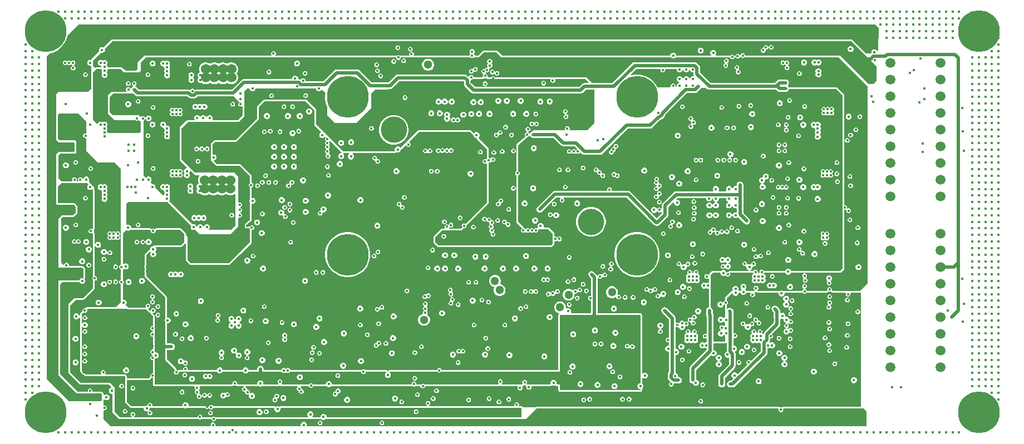
<source format=gbr>
G04*
G04 #@! TF.GenerationSoftware,Altium Limited,Altium Designer,24.9.1 (31)*
G04*
G04 Layer_Physical_Order=4*
G04 Layer_Color=6736896*
%FSLAX44Y44*%
%MOMM*%
G71*
G04*
G04 #@! TF.SameCoordinates,11843470-2C0B-4DC8-9AB9-1888B6BF92CD*
G04*
G04*
G04 #@! TF.FilePolarity,Positive*
G04*
G01*
G75*
%ADD131C,1.3000*%
%ADD133C,1.5000*%
%ADD134C,1.5240*%
%ADD136C,4.0000*%
%ADD146C,0.5000*%
%ADD147C,0.2800*%
%ADD152C,6.3500*%
%ADD153C,0.4000*%
G36*
X1307500Y625000D02*
Y610000D01*
X1306750Y609250D01*
X1306991Y590730D01*
X1306263Y590104D01*
X1304867Y590422D01*
X1304815Y590549D01*
X1303549Y591815D01*
X1301895Y592500D01*
X1300105D01*
X1298451Y591815D01*
X1297185Y590549D01*
X1296500Y588895D01*
Y587105D01*
X1295583Y586000D01*
X1288500D01*
X1267000Y607500D01*
X140000D01*
X127959Y595459D01*
X126895Y595900D01*
X125105D01*
X123451Y595215D01*
X122185Y593949D01*
X121500Y592295D01*
Y590505D01*
X121941Y589441D01*
X110000Y577500D01*
Y577185D01*
X108944Y576480D01*
X108895Y576500D01*
X107105D01*
X105451Y575815D01*
X104185Y574549D01*
X103500Y572895D01*
Y571105D01*
X104185Y569451D01*
X105451Y568185D01*
X107105Y567500D01*
X108895D01*
X108944Y567520D01*
X110000Y566815D01*
Y557746D01*
X109951Y557500D01*
Y532451D01*
X105000Y527500D01*
X59500D01*
X56000Y524000D01*
Y455000D01*
X60000Y451000D01*
X83000D01*
X84000Y450000D01*
Y437000D01*
X83000Y436000D01*
X60000D01*
X56000Y432000D01*
Y358000D01*
X58000Y356000D01*
X83000D01*
X86000Y353000D01*
Y344000D01*
X82000Y340000D01*
X65000D01*
X60000Y335000D01*
Y260000D01*
X96000D01*
X98000Y258000D01*
Y245305D01*
X96946Y244479D01*
X96895Y244500D01*
X95105D01*
X93451Y243815D01*
X92185Y242549D01*
X91544Y241000D01*
X60000D01*
X60000Y97000D01*
X88000Y69000D01*
X125000D01*
X126000Y68000D01*
Y59000D01*
X124000Y57000D01*
X76000D01*
X42000Y91000D01*
Y547000D01*
X42000Y582000D01*
X46325Y586325D01*
X48020Y586593D01*
X53147Y588259D01*
X57951Y590707D01*
X62312Y593876D01*
X66124Y597688D01*
X69293Y602049D01*
X71740Y606853D01*
X73407Y611980D01*
X73675Y613675D01*
X90000Y630000D01*
X1302500D01*
X1307500Y625000D01*
D02*
G37*
G36*
X734000Y580000D02*
X991636D01*
X992451Y579185D01*
X994105Y578500D01*
X995895D01*
X997549Y579185D01*
X998364Y580000D01*
X1081626D01*
X1082033Y579017D01*
X1083017Y578033D01*
X1084304Y577500D01*
X1085696D01*
X1086983Y578033D01*
X1087967Y579017D01*
X1088374Y580000D01*
X1090050D01*
X1091017Y579033D01*
X1092304Y578500D01*
X1093696D01*
X1094983Y579033D01*
X1095950Y580000D01*
X1099097D01*
X1100304Y579500D01*
X1101696D01*
X1102903Y580000D01*
X1247000D01*
X1291000Y536000D01*
Y237000D01*
X1279000Y225000D01*
X1237335D01*
X1236486Y226270D01*
X1236500Y226304D01*
Y227696D01*
X1235967Y228983D01*
X1234983Y229967D01*
X1233696Y230500D01*
X1232304D01*
X1231017Y229967D01*
X1230033Y228983D01*
X1229500Y227696D01*
Y226304D01*
X1229514Y226270D01*
X1228665Y225000D01*
X1198374D01*
X1197967Y225983D01*
X1196983Y226967D01*
X1196115Y227327D01*
Y228673D01*
X1196983Y229033D01*
X1197967Y230017D01*
X1198500Y231304D01*
Y232696D01*
X1197967Y233983D01*
X1196983Y234967D01*
X1195696Y235500D01*
X1194304D01*
X1193017Y234967D01*
X1192033Y233983D01*
X1191500Y232696D01*
Y231304D01*
X1192033Y230017D01*
X1193017Y229033D01*
X1193885Y228673D01*
Y227327D01*
X1193017Y226967D01*
X1192033Y225983D01*
X1191626Y225000D01*
X1162103D01*
X1160895Y225500D01*
X1159105D01*
X1157897Y225000D01*
X1123539D01*
X1123295Y225483D01*
X1123149Y226270D01*
X1123967Y227088D01*
X1124500Y228374D01*
Y229767D01*
X1123967Y231053D01*
X1122983Y232038D01*
X1121696Y232571D01*
X1120304D01*
X1119017Y232038D01*
X1118033Y231053D01*
X1117500Y229767D01*
Y228374D01*
X1118033Y227088D01*
X1118851Y226270D01*
X1118705Y225483D01*
X1118462Y225000D01*
X1106084D01*
X1105815Y225650D01*
X1105194Y226271D01*
X1104667Y227100D01*
X1105194Y227930D01*
X1105815Y228551D01*
X1106500Y230205D01*
Y231996D01*
X1105815Y233649D01*
X1104549Y234915D01*
X1102895Y235600D01*
X1101105D01*
X1099451Y234915D01*
X1098185Y233649D01*
X1097500Y231996D01*
Y230205D01*
X1098185Y228551D01*
X1098807Y227930D01*
X1099333Y227100D01*
X1098807Y226271D01*
X1098185Y225650D01*
X1097916Y225000D01*
X1094923D01*
X1094113Y226270D01*
X1094500Y227205D01*
Y228995D01*
X1093815Y230649D01*
X1092549Y231915D01*
X1090895Y232600D01*
X1089105D01*
X1087451Y231915D01*
X1086185Y230649D01*
X1085500Y228995D01*
Y227205D01*
X1085887Y226270D01*
X1085077Y225000D01*
X1084000D01*
X1074000Y215000D01*
Y210374D01*
X1073017Y209967D01*
X1072033Y208983D01*
X1071500Y207696D01*
Y207660D01*
X1070230Y207134D01*
X1069549Y207815D01*
X1067895Y208500D01*
X1066105D01*
X1064451Y207815D01*
X1063185Y206549D01*
X1062500Y204895D01*
Y203105D01*
X1063185Y201451D01*
X1064451Y200185D01*
X1066105Y199500D01*
X1067895D01*
X1069549Y200185D01*
X1070815Y201451D01*
X1071500Y203105D01*
Y203754D01*
X1072770Y204280D01*
X1073017Y204033D01*
X1074000Y203626D01*
Y185250D01*
X1072950Y184815D01*
X1072329Y184194D01*
X1071499Y183667D01*
X1070670Y184194D01*
X1070048Y184815D01*
X1068394Y185500D01*
X1066604D01*
X1064950Y184815D01*
X1063684Y183549D01*
X1062999Y181895D01*
Y180105D01*
X1063684Y178451D01*
X1064950Y177185D01*
X1066604Y176500D01*
X1068394D01*
X1070048Y177185D01*
X1070670Y177807D01*
X1071499Y178334D01*
X1072329Y177807D01*
X1072950Y177185D01*
X1074000Y176751D01*
Y172456D01*
X1072451Y171815D01*
X1071793Y171157D01*
X1070983Y171967D01*
X1069696Y172500D01*
X1068304D01*
X1067017Y171967D01*
X1066033Y170983D01*
X1065500Y169696D01*
Y168304D01*
X1066033Y167017D01*
X1067017Y166033D01*
X1067652Y165770D01*
X1067399Y164500D01*
X1067105D01*
X1065451Y163815D01*
X1064185Y162549D01*
X1063500Y160895D01*
Y159105D01*
X1064185Y157451D01*
X1065451Y156185D01*
X1067105Y155500D01*
X1068895D01*
X1070549Y156185D01*
X1071815Y157451D01*
X1071832Y157492D01*
X1073027Y157709D01*
X1074000Y156769D01*
Y148000D01*
X1056597D01*
Y187501D01*
X1056209Y189452D01*
X1055104Y191105D01*
X1055098Y191112D01*
Y195000D01*
X1054710Y196951D01*
X1053605Y198605D01*
X1052000Y199677D01*
Y230898D01*
X1052500Y232105D01*
Y233895D01*
X1052000Y235103D01*
Y249000D01*
X1056000Y253000D01*
X1065773D01*
X1067000Y251730D01*
Y251105D01*
X1067685Y249451D01*
X1068951Y248185D01*
X1070605Y247500D01*
X1072395D01*
X1073656Y248022D01*
X1075033Y248017D01*
X1076017Y247033D01*
X1077304Y246500D01*
X1078696D01*
X1079983Y247033D01*
X1080967Y248017D01*
X1081500Y249304D01*
Y250696D01*
X1081072Y251730D01*
X1081440Y252601D01*
X1081746Y253000D01*
X1089124D01*
X1116750D01*
Y252907D01*
X1117283Y251620D01*
X1117205Y251228D01*
X1116451Y250915D01*
X1115185Y249649D01*
X1114500Y247995D01*
Y246205D01*
X1115185Y244551D01*
X1115636Y244100D01*
X1115185Y243649D01*
X1114500Y241996D01*
Y240205D01*
X1115185Y238551D01*
X1116451Y237285D01*
X1118105Y236600D01*
X1119895D01*
X1121549Y237285D01*
X1122000Y237736D01*
X1122451Y237285D01*
X1124105Y236600D01*
X1125895D01*
X1127549Y237285D01*
X1128000Y237736D01*
X1128451Y237285D01*
X1130105Y236600D01*
X1131895D01*
X1133549Y237285D01*
X1134815Y238551D01*
X1135500Y240205D01*
Y241996D01*
X1134815Y243649D01*
X1134364Y244100D01*
X1134815Y244551D01*
X1135500Y246205D01*
Y247995D01*
X1134815Y249649D01*
X1133549Y250915D01*
X1132796Y251227D01*
X1132718Y251620D01*
X1133251Y252907D01*
Y253000D01*
X1165585Y253000D01*
X1166185Y251551D01*
X1167451Y250285D01*
X1169105Y249600D01*
X1170895D01*
X1172549Y250285D01*
X1173815Y251551D01*
X1174415Y253000D01*
X1250000D01*
X1255000Y258000D01*
Y348297D01*
X1255304Y348500D01*
X1256696D01*
X1257616Y348881D01*
X1258638Y348029D01*
X1258500Y347696D01*
Y346304D01*
X1259033Y345017D01*
X1260017Y344033D01*
X1261304Y343500D01*
X1262696D01*
X1263983Y344033D01*
X1264967Y345017D01*
X1265500Y346304D01*
Y347696D01*
X1264967Y348983D01*
X1263983Y349967D01*
X1262696Y350500D01*
X1261304D01*
X1260384Y350119D01*
X1259362Y350971D01*
X1259500Y351304D01*
Y352696D01*
X1258967Y353983D01*
X1257983Y354967D01*
X1256696Y355500D01*
X1255304D01*
X1255000Y355703D01*
Y524000D01*
X1244000Y535000D01*
X1170755D01*
X1169844Y536364D01*
X1169454Y536624D01*
Y537894D01*
X1169844Y538154D01*
X1170949Y539808D01*
X1171337Y541759D01*
X1170949Y543710D01*
X1169844Y545364D01*
X1168190Y546469D01*
X1166239Y546857D01*
X1157239D01*
X1155288Y546469D01*
X1153634Y545364D01*
X1149369Y541098D01*
X1052112D01*
X1035912Y557298D01*
Y558578D01*
X1036098Y559515D01*
Y564485D01*
X1035710Y566436D01*
X1034605Y568090D01*
X1031090Y571605D01*
X1029436Y572710D01*
X1027485Y573098D01*
X936735D01*
X934784Y572710D01*
X933130Y571605D01*
X902623Y541098D01*
X871402D01*
X862500Y550000D01*
X723950D01*
X722983Y550967D01*
X721696Y551500D01*
X720304D01*
X719017Y550967D01*
X718050Y550000D01*
X713335D01*
X712486Y551270D01*
X712500Y551304D01*
Y552696D01*
X711967Y553983D01*
X710983Y554967D01*
X710085Y555339D01*
X709708Y556427D01*
X709713Y556763D01*
X709967Y557017D01*
X710333Y557902D01*
X711304Y557500D01*
X712696D01*
X713983Y558033D01*
X714967Y559017D01*
X715500Y560304D01*
Y561696D01*
X714990Y562927D01*
X714990Y562928D01*
X715143Y563271D01*
X715646Y564100D01*
X716776D01*
X718209Y564694D01*
X719306Y565791D01*
X719900Y567224D01*
Y568776D01*
X719306Y570209D01*
X718515Y571000D01*
X719306Y571791D01*
X719900Y573224D01*
Y574776D01*
X719306Y576209D01*
X718209Y577306D01*
X716776Y577900D01*
X715224D01*
X713791Y577306D01*
X712694Y576209D01*
X712100Y574776D01*
Y573224D01*
X712694Y571791D01*
X713485Y571000D01*
X712694Y570209D01*
X712100Y568776D01*
Y567224D01*
X712694Y565791D01*
X712728Y565757D01*
X712188Y564500D01*
X711304D01*
X710017Y563967D01*
X709033Y562983D01*
X708667Y562098D01*
X707696Y562500D01*
X706304D01*
X705017Y561967D01*
X704033Y560983D01*
X703500Y559696D01*
Y558304D01*
X704033Y557017D01*
X705017Y556033D01*
X705915Y555661D01*
X706292Y554573D01*
X706287Y554237D01*
X706033Y553983D01*
X705500Y552696D01*
Y551304D01*
X705514Y551270D01*
X704665Y550000D01*
X691500D01*
Y550696D01*
X690967Y551983D01*
X689983Y552967D01*
X688697Y553500D01*
X687304D01*
X686018Y552967D01*
X685033Y551983D01*
X684737Y551268D01*
X683353Y550890D01*
X683313Y550896D01*
X681605Y552605D01*
X679951Y553710D01*
X678000Y554098D01*
X576000D01*
X574049Y553710D01*
X572395Y552605D01*
X562021Y542230D01*
X536244D01*
X517870Y560605D01*
X516216Y561710D01*
X514265Y562098D01*
X483000D01*
X481049Y561710D01*
X479395Y560605D01*
X462888Y544098D01*
X435638D01*
X435500Y544304D01*
Y545696D01*
X434967Y546983D01*
X433983Y547967D01*
X432696Y548500D01*
X431304D01*
X430017Y547967D01*
X429033Y546983D01*
X428981Y546858D01*
X427766Y546489D01*
X427436Y546710D01*
X425673Y547061D01*
X425485Y547098D01*
X424500Y548292D01*
Y548895D01*
X423815Y550549D01*
X422549Y551815D01*
X420895Y552500D01*
X419105D01*
X417451Y551815D01*
X416185Y550549D01*
X415500Y548895D01*
Y547105D01*
X415495Y547098D01*
X342000D01*
X340049Y546710D01*
X338395Y545605D01*
X323888Y531098D01*
X269121D01*
X267170Y530710D01*
X266794Y530824D01*
X266692Y531071D01*
X265707Y532056D01*
X264421Y532589D01*
X263028D01*
X261742Y532056D01*
X260757Y531071D01*
X260655Y530824D01*
X260279Y530710D01*
X258328Y531098D01*
X182528D01*
X178674Y534952D01*
X177080Y536017D01*
X177014Y536358D01*
X176996Y537357D01*
X177052Y537380D01*
X178036Y538365D01*
X178569Y539651D01*
Y541043D01*
X178036Y542330D01*
X177052Y543314D01*
X175765Y543847D01*
X174373D01*
X173086Y543314D01*
X172102Y542330D01*
X171569Y541043D01*
Y539651D01*
X172102Y538365D01*
X173086Y537380D01*
X173142Y537357D01*
X173124Y536358D01*
X173058Y536017D01*
X171464Y534952D01*
X170399Y533358D01*
X170059Y533293D01*
X169059Y533274D01*
X169036Y533330D01*
X168052Y534314D01*
X166765Y534847D01*
X165373D01*
X164086Y534314D01*
X163102Y533330D01*
X162569Y532043D01*
Y530651D01*
X163102Y529365D01*
X163696Y528770D01*
X163171Y527500D01*
X140000D01*
X135000Y522500D01*
Y494933D01*
X136241Y493490D01*
X145384Y485000D01*
X176477Y485000D01*
X177097Y484380D01*
X178384Y483847D01*
X179776D01*
X181062Y484380D01*
X181682Y485000D01*
X182500D01*
X185000Y482500D01*
Y467500D01*
X182500Y465000D01*
X134570D01*
X134500Y465105D01*
Y466895D01*
X133815Y468549D01*
X133364Y469000D01*
X133815Y469451D01*
X134500Y471105D01*
Y472895D01*
X133815Y474549D01*
X133364Y475000D01*
X133815Y475451D01*
X134500Y477105D01*
Y478895D01*
X133815Y480549D01*
X132549Y481815D01*
X130895Y482500D01*
X129105D01*
X127451Y481815D01*
X127000Y481364D01*
X126549Y481815D01*
X124895Y482500D01*
X123105D01*
X121451Y481815D01*
X120185Y480549D01*
X119764Y479532D01*
X118327Y479174D01*
X112500Y485000D01*
Y557500D01*
X117500Y562500D01*
X124865D01*
X125713Y561230D01*
X125431Y560548D01*
Y558758D01*
X126116Y557104D01*
X126567Y556653D01*
X126116Y556202D01*
X125431Y554548D01*
Y552758D01*
X126116Y551104D01*
X127382Y549838D01*
X129036Y549153D01*
X130826D01*
X132480Y549838D01*
X133746Y551104D01*
X134431Y552758D01*
Y554548D01*
X133746Y556202D01*
X133295Y556653D01*
X133746Y557104D01*
X134431Y558758D01*
Y560548D01*
X134148Y561230D01*
X134997Y562500D01*
X155000D01*
X160000Y557500D01*
X182500D01*
X185000Y560000D01*
Y572500D01*
X192500Y580000D01*
X573500D01*
Y579304D01*
X574033Y578017D01*
X575017Y577033D01*
X576304Y576500D01*
X577696D01*
X578983Y577033D01*
X579967Y578017D01*
X580500Y579304D01*
Y580000D01*
X686485D01*
X686791Y579694D01*
X688224Y579100D01*
X689776D01*
X691209Y579694D01*
X691515Y580000D01*
X699000D01*
X707000Y588000D01*
X726000D01*
X734000Y580000D01*
D02*
G37*
G36*
X1000500Y562895D02*
Y561105D01*
X1001185Y559451D01*
X1002451Y558185D01*
X1004105Y557500D01*
X1005895D01*
X1007549Y558185D01*
X1008815Y559451D01*
X1009327Y560686D01*
X1010673D01*
X1011185Y559451D01*
X1012451Y558185D01*
X1014105Y557500D01*
X1015895D01*
X1017549Y558185D01*
X1018815Y559451D01*
X1019327Y560686D01*
X1020673Y560686D01*
X1021185Y559451D01*
X1022451Y558185D01*
X1024105Y557500D01*
X1025716D01*
Y555186D01*
X1026104Y553235D01*
X1026517Y552617D01*
X1026151Y551960D01*
X1025736Y551500D01*
X1024105D01*
X1022451Y550815D01*
X1021185Y549549D01*
X1020673Y548313D01*
X1019327Y548313D01*
X1018815Y549549D01*
X1017549Y550815D01*
X1015895Y551500D01*
X1014105D01*
X1012451Y550815D01*
X1011185Y549549D01*
X1010673Y548313D01*
X1009327D01*
X1008815Y549549D01*
X1007549Y550815D01*
X1005895Y551500D01*
X1004105D01*
X1002451Y550815D01*
X1001185Y549549D01*
X1000500Y547895D01*
Y546105D01*
X1001185Y544451D01*
X1002451Y543185D01*
X1003687Y542673D01*
Y541327D01*
X1002451Y540815D01*
X1001185Y539549D01*
X1000500Y537895D01*
Y536105D01*
X999533Y535840D01*
X999481Y535864D01*
X998500Y536925D01*
Y537696D01*
X997967Y538983D01*
X996983Y539967D01*
X995696Y540500D01*
X994304D01*
X993017Y539967D01*
X992033Y538983D01*
X991500Y537696D01*
Y536304D01*
X991514Y536270D01*
X990665Y535000D01*
X970797D01*
X969293Y537951D01*
X966124Y542312D01*
X962312Y546124D01*
X957951Y549293D01*
X953147Y551740D01*
X948020Y553406D01*
X942695Y554250D01*
X937305D01*
X931980Y553406D01*
X930673Y552982D01*
X930009Y554065D01*
X938847Y562902D01*
X974856D01*
X975562Y561846D01*
X975500Y561696D01*
Y560304D01*
X976033Y559017D01*
X977017Y558033D01*
X978304Y557500D01*
X979696D01*
X980983Y558033D01*
X981967Y559017D01*
X982500Y560304D01*
Y561696D01*
X982438Y561846D01*
X983143Y562902D01*
X1000495D01*
X1000500Y562895D01*
D02*
G37*
G36*
X722974Y547645D02*
X723950Y547451D01*
X807852D01*
X808701Y546181D01*
X808500Y545696D01*
Y544304D01*
X809033Y543017D01*
X810017Y542033D01*
X811304Y541500D01*
X812696D01*
X813983Y542033D01*
X814967Y543017D01*
X815500Y544304D01*
Y545696D01*
X815299Y546181D01*
X816148Y547451D01*
X861444D01*
X866624Y542271D01*
X866138Y541098D01*
X860000D01*
X858049Y540710D01*
X856395Y539605D01*
X851888Y535098D01*
X693627D01*
X686855Y541869D01*
Y545243D01*
X686818Y545431D01*
X687900Y546500D01*
X688697D01*
X689983Y547033D01*
X690583Y547633D01*
X691500Y547451D01*
X704665D01*
X704912Y547500D01*
X705163D01*
X705395Y547596D01*
X705641Y547645D01*
X705850Y547785D01*
X706082Y547881D01*
X706201Y548000D01*
X711799D01*
X711918Y547881D01*
X712150Y547785D01*
X712359Y547645D01*
X712605Y547596D01*
X712837Y547500D01*
X713088D01*
X713335Y547451D01*
X718050D01*
X719026Y547645D01*
X719557Y548000D01*
X722443D01*
X722974Y547645D01*
D02*
G37*
G36*
X1286698Y584198D02*
X1287013Y583987D01*
X1304000Y567000D01*
Y545000D01*
X1299000Y540000D01*
X1291500D01*
X1249000Y582500D01*
X1247246D01*
X1247000Y582549D01*
X1104500D01*
Y583696D01*
X1103967Y584983D01*
X1102983Y585967D01*
X1101696Y586500D01*
X1100304D01*
X1099017Y585967D01*
X1098033Y584983D01*
X1097500Y583696D01*
Y583601D01*
X1096230Y583348D01*
X1095967Y583983D01*
X1094983Y584967D01*
X1093696Y585500D01*
X1092304D01*
X1091017Y584967D01*
X1090033Y583983D01*
X1089500Y582696D01*
Y582549D01*
X1088374D01*
X1088164Y582507D01*
X1087967Y582983D01*
X1086983Y583967D01*
X1085696Y584500D01*
X1084304D01*
X1083017Y583967D01*
X1082033Y582983D01*
X1081836Y582507D01*
X1081626Y582549D01*
X1059909D01*
X1059383Y583819D01*
X1059815Y584251D01*
X1060500Y585905D01*
Y587695D01*
X1059815Y589349D01*
X1058549Y590615D01*
X1056895Y591300D01*
X1055105D01*
X1053451Y590615D01*
X1052185Y589349D01*
X1051500Y587695D01*
Y585905D01*
X1052185Y584251D01*
X1052617Y583819D01*
X1052091Y582549D01*
X999500D01*
Y583895D01*
X998815Y585549D01*
X997549Y586815D01*
X995895Y587500D01*
X994105D01*
X992451Y586815D01*
X991185Y585549D01*
X990500Y583895D01*
Y582549D01*
X735056D01*
X727802Y589802D01*
X726975Y590355D01*
X726000Y590549D01*
X707000D01*
X706024Y590355D01*
X705198Y589802D01*
X697944Y582549D01*
X692900D01*
Y583776D01*
X692306Y585209D01*
X691515Y586000D01*
X692306Y586791D01*
X692900Y588224D01*
Y589776D01*
X692306Y591209D01*
X691209Y592307D01*
X689776Y592900D01*
X688224D01*
X686791Y592307D01*
X685694Y591209D01*
X685100Y589776D01*
Y588224D01*
X685694Y586791D01*
X686485Y586000D01*
X685694Y585209D01*
X685100Y583776D01*
Y582549D01*
X601148D01*
X600299Y583819D01*
X600500Y584304D01*
Y585696D01*
X599967Y586983D01*
X598983Y587967D01*
X597696Y588500D01*
X596893D01*
X596601Y588500D01*
X596348Y589770D01*
X596569Y589861D01*
X596983Y590033D01*
X597967Y591017D01*
X598500Y592304D01*
Y593696D01*
X597967Y594983D01*
X596983Y595967D01*
X595696Y596500D01*
X594304D01*
X593017Y595967D01*
X592033Y594983D01*
X591500Y593696D01*
Y592304D01*
X592033Y591017D01*
X593017Y590033D01*
X594304Y589500D01*
X595107D01*
X595399Y589500D01*
X595652Y588230D01*
X595431Y588139D01*
X595017Y587967D01*
X594033Y586983D01*
X593500Y585696D01*
Y584304D01*
X593701Y583819D01*
X592852Y582549D01*
X580500D01*
X580254Y582500D01*
X579450D01*
X578983Y582967D01*
X577696Y583500D01*
X576304D01*
X575017Y582967D01*
X574550Y582500D01*
X573746D01*
X573500Y582549D01*
X390295D01*
X389769Y583819D01*
X389967Y584017D01*
X390500Y585304D01*
Y586696D01*
X389967Y587983D01*
X388983Y588967D01*
X387696Y589500D01*
X386304D01*
X385017Y588967D01*
X384033Y587983D01*
X383500Y586696D01*
Y585304D01*
X384033Y584017D01*
X384231Y583819D01*
X383705Y582549D01*
X192500D01*
X192254Y582500D01*
X190000D01*
X180000Y572500D01*
Y562500D01*
X177549Y560049D01*
X162451D01*
X160000Y562500D01*
X158605D01*
X156802Y564302D01*
X155976Y564855D01*
X155000Y565049D01*
X134997D01*
X134431Y566198D01*
Y566548D01*
X133746Y568202D01*
X133295Y568653D01*
X133746Y569104D01*
X134431Y570758D01*
Y572548D01*
X133746Y574202D01*
X132480Y575468D01*
X130826Y576153D01*
X129036D01*
X127382Y575468D01*
X127139Y575225D01*
X126549Y575815D01*
X124895Y576500D01*
X123105D01*
X121451Y575815D01*
X120185Y574549D01*
X119500Y572895D01*
Y571105D01*
X120185Y569451D01*
X121451Y568185D01*
X123105Y567500D01*
X124451D01*
X125261Y566713D01*
X125431Y566347D01*
Y566241D01*
X125407Y566149D01*
X124865Y565049D01*
X117500D01*
X116524Y564855D01*
X115698Y564302D01*
X112500Y567500D01*
Y575000D01*
X124606Y587106D01*
X125105Y586900D01*
X126895D01*
X128549Y587585D01*
X129815Y588851D01*
X130500Y590505D01*
Y592295D01*
X130294Y592794D01*
X142451Y604951D01*
X1265944D01*
X1286698Y584198D01*
D02*
G37*
G36*
X176812Y522395D02*
X178465Y521290D01*
X180416Y520902D01*
X256216D01*
X257635Y519484D01*
X259288Y518379D01*
X261239Y517991D01*
X266210D01*
X268161Y518379D01*
X269815Y519484D01*
X271233Y520902D01*
X326000D01*
X326499Y521001D01*
X335103Y512397D01*
X335018Y511967D01*
X334033Y510983D01*
X333500Y509696D01*
Y508304D01*
X334033Y507018D01*
X335018Y506033D01*
X336304Y505500D01*
X337696D01*
X338730Y505928D01*
X339601Y505560D01*
X340000Y505254D01*
Y492000D01*
X332549Y484549D01*
X294572D01*
X293967Y485819D01*
X294500Y487105D01*
Y488895D01*
X293815Y490549D01*
X292549Y491815D01*
X290895Y492500D01*
X289105D01*
X287451Y491815D01*
X286185Y490549D01*
X285673Y489314D01*
X284327D01*
X283815Y490549D01*
X282549Y491815D01*
X280895Y492500D01*
X279105D01*
X277451Y491815D01*
X276185Y490549D01*
X274815D01*
X273549Y491815D01*
X271895Y492500D01*
X270105D01*
X268451Y491815D01*
X267185Y490549D01*
X266500Y488895D01*
Y487105D01*
X267033Y485819D01*
X266428Y484549D01*
X257000D01*
X256024Y484355D01*
X255493Y484000D01*
X254000D01*
X244000Y474000D01*
Y425000D01*
X244563Y424437D01*
X244645Y424025D01*
X245198Y423198D01*
X255625Y412770D01*
X255099Y411500D01*
X254105D01*
X252451Y410815D01*
X251185Y409549D01*
X250500Y407895D01*
Y406105D01*
X251185Y404451D01*
X251636Y404000D01*
X251185Y403549D01*
X250500Y401895D01*
Y400105D01*
X251185Y398451D01*
X252451Y397185D01*
X254105Y396500D01*
X255895D01*
X257549Y397185D01*
X258815Y398451D01*
X259500Y400105D01*
Y401895D01*
X258815Y403549D01*
X258364Y404000D01*
X258815Y404451D01*
X259500Y406105D01*
Y407099D01*
X260770Y407625D01*
X265198Y403198D01*
X266024Y402645D01*
X266437Y402563D01*
X268000Y401000D01*
X274029D01*
X274515Y399827D01*
X274402Y399714D01*
X273070Y397406D01*
X272380Y394832D01*
Y392168D01*
X273070Y389594D01*
X272499Y388042D01*
X271951Y387815D01*
X270685Y386549D01*
X270000Y384895D01*
Y383105D01*
X270685Y381451D01*
X271636Y380500D01*
X270685Y379549D01*
X270000Y377895D01*
Y376105D01*
X270685Y374451D01*
X271951Y373185D01*
X273605Y372500D01*
X275395D01*
X275956Y372732D01*
X276286Y372402D01*
X278594Y371070D01*
X281168Y370380D01*
X283832D01*
X286406Y371070D01*
X288714Y372402D01*
X289000Y372688D01*
X289286Y372402D01*
X291594Y371070D01*
X294168Y370380D01*
X296832D01*
X299406Y371070D01*
X301714Y372402D01*
X302000Y372688D01*
X302286Y372402D01*
X304594Y371070D01*
X307168Y370380D01*
X309832D01*
X312406Y371070D01*
X314714Y372402D01*
X315000Y372688D01*
X315286Y372402D01*
X317594Y371070D01*
X320168Y370380D01*
X322832D01*
X325406Y371070D01*
X327714Y372402D01*
X327827Y372515D01*
X329000Y372029D01*
Y324000D01*
X322500Y317500D01*
X289160D01*
X288634Y318770D01*
X289315Y319451D01*
X290000Y321105D01*
Y322895D01*
X289315Y324549D01*
X288049Y325815D01*
X286395Y326500D01*
X284605D01*
X282951Y325815D01*
X281685Y324549D01*
X281173Y323314D01*
X279827D01*
X279315Y324549D01*
X278049Y325815D01*
X276395Y326500D01*
X274605D01*
X272951Y325815D01*
X271685Y324549D01*
X271173Y323314D01*
X269827D01*
X269315Y324549D01*
X268049Y325815D01*
X266395Y326500D01*
X264605D01*
X263823Y326177D01*
X228182Y361818D01*
X228815Y362451D01*
X229500Y364105D01*
Y365895D01*
X228815Y367549D01*
X228364Y368000D01*
X228815Y368451D01*
X229500Y370105D01*
Y371895D01*
X228815Y373549D01*
X228364Y374000D01*
X228815Y374451D01*
X229500Y376105D01*
Y377895D01*
X228815Y379549D01*
X228364Y380000D01*
X228815Y380451D01*
X229500Y382105D01*
Y383895D01*
X228815Y385549D01*
X227549Y386815D01*
X225895Y387500D01*
X224105D01*
X222451Y386815D01*
X222000Y386364D01*
X221549Y386815D01*
X219895Y387500D01*
X218105D01*
X216451Y386815D01*
X215185Y385549D01*
X214500Y383895D01*
Y382105D01*
X215185Y380451D01*
X216451Y379185D01*
X218105Y378500D01*
X219376D01*
X220107Y378106D01*
X220500Y377376D01*
Y376105D01*
X221185Y374451D01*
X221636Y374000D01*
X221185Y373549D01*
X220500Y371895D01*
Y371296D01*
X219230Y370770D01*
X207511Y382489D01*
Y383895D01*
X206826Y385549D01*
X205560Y386815D01*
X203906Y387500D01*
X202500D01*
X200413Y389587D01*
X200446Y391350D01*
X200895Y391798D01*
X201580Y393452D01*
Y395242D01*
X200895Y396896D01*
X199629Y398162D01*
X197975Y398847D01*
X196185D01*
X194531Y398162D01*
X193265Y396896D01*
X193131Y396869D01*
X189000Y401000D01*
Y483940D01*
X190063Y484380D01*
X191047Y485364D01*
X191404Y486225D01*
X191427Y486230D01*
X192726Y486099D01*
X193265Y484798D01*
X194531Y483532D01*
X196185Y482847D01*
X197975D01*
X199629Y483532D01*
X200895Y484798D01*
X201580Y486452D01*
Y488242D01*
X200895Y489896D01*
X199629Y491162D01*
X197975Y491847D01*
X196185D01*
X194531Y491162D01*
X193265Y489896D01*
X192726Y488595D01*
X191427Y488464D01*
X191404Y488469D01*
X191047Y489330D01*
X190063Y490314D01*
X188776Y490847D01*
X187384D01*
X186097Y490314D01*
X185392Y489608D01*
X182500Y492500D01*
X142500D01*
X137549Y497451D01*
Y520049D01*
X142451Y524951D01*
X163171D01*
X163417Y525000D01*
X174207D01*
X176812Y522395D01*
D02*
G37*
G36*
X676660Y543131D02*
Y539758D01*
X677048Y537807D01*
X678153Y536153D01*
X687911Y526395D01*
X689564Y525290D01*
X691515Y524902D01*
X854000D01*
X855951Y525290D01*
X857605Y526395D01*
X862112Y530902D01*
X875000D01*
Y480000D01*
X864000Y469000D01*
X837746D01*
X837440Y469399D01*
X837072Y470270D01*
X837500Y471304D01*
Y472696D01*
X836967Y473983D01*
X835983Y474967D01*
X834696Y475500D01*
X833304D01*
X832017Y474967D01*
X831033Y473983D01*
X830500Y472696D01*
Y471304D01*
X830928Y470270D01*
X830560Y469399D01*
X830254Y469000D01*
X782000D01*
X780578Y467815D01*
X780049Y467710D01*
X778395Y466605D01*
X777477Y465231D01*
X776902Y464752D01*
X775967Y464983D01*
X774983Y465967D01*
X774348Y466230D01*
X774601Y467500D01*
X774696D01*
X775983Y468033D01*
X776967Y469017D01*
X777500Y470304D01*
Y471696D01*
X776967Y472983D01*
X775983Y473967D01*
X774696Y474500D01*
X773304D01*
X772017Y473967D01*
X771033Y472983D01*
X770500Y471696D01*
Y470304D01*
X771033Y469017D01*
X772017Y468033D01*
X772652Y467770D01*
X772399Y466500D01*
X772304D01*
X771017Y465967D01*
X770033Y464983D01*
X769500Y463696D01*
Y462304D01*
X770033Y461017D01*
X770217Y460834D01*
X770148Y459123D01*
X757000Y448167D01*
Y407374D01*
X756017Y406967D01*
X755033Y405983D01*
X754500Y404696D01*
Y403304D01*
X755033Y402017D01*
X756017Y401033D01*
X757000Y400626D01*
Y329000D01*
X765186Y320814D01*
X765017Y319967D01*
X764033Y318983D01*
X763500Y317696D01*
Y316304D01*
X764033Y315017D01*
X765017Y314033D01*
X766304Y313500D01*
X767696D01*
X768983Y314033D01*
X769749Y314799D01*
X770500Y314927D01*
X771251Y314799D01*
X772017Y314033D01*
X773304Y313500D01*
X774696D01*
X775983Y314033D01*
X776170Y314221D01*
X777000Y314987D01*
X777830Y314221D01*
X778017Y314033D01*
X779304Y313500D01*
X780696D01*
X781983Y314033D01*
X782170Y314221D01*
X783000Y314987D01*
X783830Y314221D01*
X784017Y314033D01*
X785304Y313500D01*
X786696D01*
X787983Y314033D01*
X788967Y315017D01*
X789500Y316304D01*
Y317696D01*
X789486Y317730D01*
X790335Y319000D01*
X792365D01*
X792534Y318930D01*
X794325D01*
X794495Y319000D01*
X805000D01*
X812000Y312000D01*
Y297000D01*
X809000Y294000D01*
X638000D01*
X633000Y299000D01*
Y307000D01*
X643000Y317000D01*
X673000D01*
X676500Y320500D01*
X677696D01*
X678983Y321033D01*
X679967Y322017D01*
X680500Y323304D01*
Y324500D01*
X714000Y358000D01*
Y420000D01*
X715196D01*
X716483Y420533D01*
X717467Y421517D01*
X717488Y421568D01*
X718734Y421816D01*
X718767Y421783D01*
X720054Y421250D01*
X721446D01*
X722733Y421783D01*
X723717Y422767D01*
X724250Y424054D01*
Y425446D01*
X723717Y426733D01*
X722733Y427717D01*
X721446Y428250D01*
X720054D01*
X718767Y427717D01*
X717783Y426733D01*
X717762Y426682D01*
X716516Y426434D01*
X716483Y426467D01*
X715196Y427000D01*
X714000D01*
Y442000D01*
X698928Y457072D01*
X699080Y458716D01*
X699815Y459451D01*
X700500Y461105D01*
Y462895D01*
X699815Y464549D01*
X698549Y465815D01*
X696895Y466500D01*
X695105D01*
X693451Y465815D01*
X692185Y464549D01*
X691573Y464427D01*
X687000Y469000D01*
X607000D01*
X580427Y442427D01*
X579815Y442549D01*
X578549Y443815D01*
X576895Y444500D01*
X575105D01*
X573451Y443815D01*
X572185Y442549D01*
X571500Y440895D01*
Y439105D01*
X571846Y438270D01*
X570997Y437000D01*
X493000D01*
X452000Y478000D01*
Y501000D01*
X437000Y516000D01*
X372000D01*
X362000Y506000D01*
Y487000D01*
X329000Y454000D01*
X297000D01*
X292000Y449000D01*
Y430102D01*
X291500Y428895D01*
Y427105D01*
X292000Y425898D01*
Y423000D01*
X300000Y415000D01*
X336000D01*
X351000Y400000D01*
Y388950D01*
X350033Y387982D01*
X349500Y386696D01*
Y385304D01*
X350033Y384017D01*
X351000Y383050D01*
Y364102D01*
X350500Y362895D01*
Y361105D01*
X351000Y359898D01*
Y332777D01*
X350478Y332674D01*
X349188Y331812D01*
X344188Y326812D01*
X343326Y325522D01*
X343024Y324000D01*
X343326Y322478D01*
X344188Y321188D01*
X345478Y320326D01*
X347000Y320024D01*
X348522Y320326D01*
X349230Y320800D01*
X350319Y320374D01*
X350550Y320182D01*
X351000Y319097D01*
Y298000D01*
X319139Y267000D01*
X261000Y266998D01*
X256000Y272000D01*
Y308000D01*
X253549Y310451D01*
Y311500D01*
X253355Y312475D01*
X252802Y313302D01*
X246802Y319302D01*
X245975Y319855D01*
X245000Y320049D01*
X208565D01*
X208441Y320024D01*
X208316Y320037D01*
X207957Y319928D01*
X207590Y319855D01*
X207485Y319785D01*
X207364Y319748D01*
X207074Y319510D01*
X206763Y319302D01*
X206693Y319197D01*
X206595Y319117D01*
X206499Y319000D01*
X205904D01*
X204696Y319500D01*
X203304D01*
X202096Y319000D01*
X201502D01*
X201406Y319117D01*
X201308Y319197D01*
X201238Y319302D01*
X200926Y319510D01*
X200637Y319748D01*
X200516Y319785D01*
X200410Y319855D01*
X200043Y319928D01*
X199685Y320037D01*
X199559Y320024D01*
X199435Y320049D01*
X170537D01*
X170500Y320105D01*
Y321895D01*
X169815Y323549D01*
X168549Y324815D01*
X166895Y325500D01*
X165105D01*
X164270Y325154D01*
X163000Y326003D01*
X163000Y357000D01*
X166000Y360000D01*
X226139Y360000D01*
X261657Y324482D01*
X261000Y322895D01*
Y321105D01*
X261685Y319451D01*
X262951Y318185D01*
X264605Y317500D01*
X266395D01*
X267982Y318158D01*
X275139Y311000D01*
X321000D01*
X333000Y323000D01*
Y335891D01*
X334270Y336721D01*
X334804Y336500D01*
X336196D01*
X337483Y337033D01*
X338467Y338018D01*
X339000Y339304D01*
Y340696D01*
X338467Y341983D01*
X337483Y342967D01*
X336615Y343327D01*
Y344674D01*
X337483Y345033D01*
X338467Y346018D01*
X339000Y347304D01*
Y348697D01*
X338467Y349983D01*
X337483Y350967D01*
X336615Y351327D01*
Y352674D01*
X337483Y353033D01*
X338467Y354018D01*
X339000Y355304D01*
Y356697D01*
X338467Y357983D01*
X337483Y358967D01*
X336196Y359500D01*
X334804D01*
X334270Y359279D01*
X333000Y360109D01*
Y399000D01*
X327000Y405000D01*
X267000D01*
X247000Y425000D01*
Y472000D01*
X257000Y482000D01*
X334000D01*
X343000Y491000D01*
Y529000D01*
X347000Y533000D01*
X350500D01*
Y532105D01*
X351185Y530451D01*
X352451Y529185D01*
X354105Y528500D01*
X355895D01*
X357549Y529185D01*
X358815Y530451D01*
X359500Y532105D01*
Y533000D01*
X421097D01*
X422304Y532500D01*
X423696D01*
X424903Y533000D01*
X451500D01*
Y532105D01*
X452185Y530451D01*
X453451Y529185D01*
X455105Y528500D01*
X456895D01*
X458549Y529185D01*
X459815Y530451D01*
X459885Y530621D01*
X461131Y530869D01*
X466236Y525764D01*
X465750Y522695D01*
Y517304D01*
X466593Y511979D01*
X468259Y506852D01*
X469000Y505398D01*
Y492000D01*
X481000Y480000D01*
X513000D01*
X536000Y503000D01*
X536000Y525000D01*
X542000Y531000D01*
X561000D01*
X562034Y532034D01*
X564132D01*
X566083Y532422D01*
X567737Y533528D01*
X578112Y543902D01*
X675888D01*
X676660Y543131D01*
D02*
G37*
G36*
X1046395Y532395D02*
X1048049Y531290D01*
X1050000Y530902D01*
X1151886D01*
X1153634Y529154D01*
X1155288Y528049D01*
X1157239Y527661D01*
X1166239D01*
X1168190Y528049D01*
X1169844Y529154D01*
X1170949Y530808D01*
X1171276Y532451D01*
X1242944D01*
X1252451Y522944D01*
Y355703D01*
X1252500Y355457D01*
Y355206D01*
X1252596Y354974D01*
X1252645Y354728D01*
X1252785Y354519D01*
X1252881Y354287D01*
X1253058Y354109D01*
X1253099Y354049D01*
X1253033Y353983D01*
X1252500Y352696D01*
Y351304D01*
X1253033Y350017D01*
X1253099Y349952D01*
X1253058Y349891D01*
X1252881Y349713D01*
X1252785Y349481D01*
X1252645Y349272D01*
X1252596Y349026D01*
X1252500Y348794D01*
Y348543D01*
X1252451Y348297D01*
Y259056D01*
X1248944Y255549D01*
X1174415D01*
X1174282Y255522D01*
X1173815Y256649D01*
X1172549Y257915D01*
X1170895Y258600D01*
X1169105D01*
X1167451Y257915D01*
X1166185Y256649D01*
X1165718Y255522D01*
X1165585Y255549D01*
X1133251Y255549D01*
X1132772Y255454D01*
X1132718Y255585D01*
X1131733Y256570D01*
X1130447Y257103D01*
X1129054D01*
X1127768Y256570D01*
X1126784Y255585D01*
X1126251Y254299D01*
Y252985D01*
X1125789Y252329D01*
X1125479Y251941D01*
X1124522Y251941D01*
X1123751Y252907D01*
Y254299D01*
X1123218Y255585D01*
X1122233Y256570D01*
X1120947Y257103D01*
X1119554D01*
X1118268Y256570D01*
X1117283Y255585D01*
X1117229Y255454D01*
X1116750Y255549D01*
X1112675D01*
X1112423Y256819D01*
X1113549Y257285D01*
X1114815Y258551D01*
X1115500Y260205D01*
Y261497D01*
X1116480Y262321D01*
X1116673Y262385D01*
X1116805Y262331D01*
X1118197D01*
X1119483Y262864D01*
X1120468Y263848D01*
X1121001Y265135D01*
Y266527D01*
X1120468Y267813D01*
X1119483Y268798D01*
X1118197Y269331D01*
X1116805D01*
X1115518Y268798D01*
X1114534Y267813D01*
X1114001Y266527D01*
Y266103D01*
X1112731Y265254D01*
X1111895Y265600D01*
X1110105D01*
X1108673Y265007D01*
X1108354Y265115D01*
X1107966Y265347D01*
X1107500Y265761D01*
Y266796D01*
X1106967Y268083D01*
X1105983Y269067D01*
X1104696Y269600D01*
X1103304D01*
X1102018Y269067D01*
X1101033Y268083D01*
X1100500Y266796D01*
Y265404D01*
X1101033Y264118D01*
X1102018Y263133D01*
X1103304Y262600D01*
X1104696D01*
X1105516Y262940D01*
X1106500Y261995D01*
Y260205D01*
X1107185Y258551D01*
X1108451Y257285D01*
X1109577Y256819D01*
X1109324Y255549D01*
X1081746D01*
X1081579Y255516D01*
X1081410Y255527D01*
X1081096Y255420D01*
X1080770Y255355D01*
X1080629Y255261D01*
X1080469Y255206D01*
X1080219Y254987D01*
X1079943Y254802D01*
X1079849Y254661D01*
X1079722Y254549D01*
X1079416Y254150D01*
X1079274Y253860D01*
X1079093Y253594D01*
X1079000Y253374D01*
X1078696Y253500D01*
X1077304D01*
X1076017Y252967D01*
X1075966Y252977D01*
X1075315Y254549D01*
X1074049Y255815D01*
X1072395Y256500D01*
X1070605D01*
X1068951Y255815D01*
X1068637Y255501D01*
X1067576Y254802D01*
X1067181Y255066D01*
X1066790Y255338D01*
X1066768Y255342D01*
X1066749Y255355D01*
X1066282Y255448D01*
X1065818Y255548D01*
X1065796Y255544D01*
X1065773Y255549D01*
X1056000D01*
X1055024Y255355D01*
X1054197Y254802D01*
X1050198Y250802D01*
X1049695Y250051D01*
X1049602Y249965D01*
X1048288Y249662D01*
X1047982Y249967D01*
X1046696Y250500D01*
X1045303D01*
X1044017Y249967D01*
X1043033Y248983D01*
X1042500Y247696D01*
Y246304D01*
X1043033Y245018D01*
X1044017Y244033D01*
X1045303Y243500D01*
X1046696D01*
X1047982Y244033D01*
X1048181Y244232D01*
X1049451Y243706D01*
Y237872D01*
X1048895Y237500D01*
X1047105D01*
X1045451Y236815D01*
X1045000Y236364D01*
X1044549Y236815D01*
X1042895Y237500D01*
X1041105D01*
X1039451Y236815D01*
X1038185Y235549D01*
X1037500Y233895D01*
Y232105D01*
X1038185Y230451D01*
X1039451Y229185D01*
X1041105Y228500D01*
X1042895D01*
X1044549Y229185D01*
X1045000Y229637D01*
X1045451Y229185D01*
X1047105Y228500D01*
X1048895D01*
X1049451Y228129D01*
Y199989D01*
X1048049Y199710D01*
X1046395Y198605D01*
X1045290Y196951D01*
X1044902Y195000D01*
Y189000D01*
X1045290Y187049D01*
X1046395Y185395D01*
X1046401Y185389D01*
Y159707D01*
X1045131Y159112D01*
X1044196Y159500D01*
X1042803D01*
X1041517Y158967D01*
X1040532Y157983D01*
X1039999Y156696D01*
Y155304D01*
X1040532Y154017D01*
X1041517Y153033D01*
X1042803Y152500D01*
X1044196D01*
X1045131Y152888D01*
X1046401Y152293D01*
Y146505D01*
X1046395Y146500D01*
X1044604D01*
X1042950Y145815D01*
X1042499Y145364D01*
X1042048Y145815D01*
X1040395Y146500D01*
X1038604D01*
X1036950Y145815D01*
X1035685Y144549D01*
X1034999Y142895D01*
Y141105D01*
X1035685Y139451D01*
X1036950Y138185D01*
X1038604Y137500D01*
X1040395D01*
X1042048Y138185D01*
X1042499Y138636D01*
X1042950Y138185D01*
X1044604Y137500D01*
X1046395D01*
X1046401Y137495D01*
Y135597D01*
X1021395Y110591D01*
X1020290Y108937D01*
X1019902Y106986D01*
Y89000D01*
X1020290Y87049D01*
X1021395Y85395D01*
X1023049Y84290D01*
X1025000Y83902D01*
X1025090Y83920D01*
X1025685Y82482D01*
X1026951Y81216D01*
X1028605Y80531D01*
X1030395D01*
X1032049Y81216D01*
X1033315Y82482D01*
X1034000Y84136D01*
Y85927D01*
X1033315Y87580D01*
X1032049Y88846D01*
X1030395Y89531D01*
X1030098D01*
Y104875D01*
X1052676Y127453D01*
X1052684Y127451D01*
X1053950Y126185D01*
X1055604Y125500D01*
X1057394D01*
X1059048Y126185D01*
X1060314Y127451D01*
X1060999Y129105D01*
Y130895D01*
X1060314Y132549D01*
X1059048Y133815D01*
X1057394Y134500D01*
X1056597D01*
Y145451D01*
X1074000D01*
X1074975Y145645D01*
X1075131Y145749D01*
X1076401Y145070D01*
Y132485D01*
X1076414Y132421D01*
X1074950Y131815D01*
X1073684Y130549D01*
X1072999Y128895D01*
Y127105D01*
X1073684Y125451D01*
X1074950Y124185D01*
X1076604Y123500D01*
X1078394D01*
X1078846Y123687D01*
X1079902Y122982D01*
Y113112D01*
X1065395Y98605D01*
X1064290Y96951D01*
X1063902Y95000D01*
Y83000D01*
X1064290Y81049D01*
X1065395Y79395D01*
X1067049Y78290D01*
X1069000Y77902D01*
X1070951Y78290D01*
X1072605Y79395D01*
X1073710Y81049D01*
X1074098Y83000D01*
Y92888D01*
X1088605Y107395D01*
X1089710Y109049D01*
X1090098Y111000D01*
Y128985D01*
X1089710Y130935D01*
X1089162Y131755D01*
X1089531Y132971D01*
X1090048Y133185D01*
X1091314Y134451D01*
X1091999Y136105D01*
Y137895D01*
X1091314Y139549D01*
X1090048Y140815D01*
X1088394Y141500D01*
X1086604D01*
X1086597Y141504D01*
Y152439D01*
X1087867Y153288D01*
X1088333Y153095D01*
X1089725D01*
X1091011Y153628D01*
X1091996Y154613D01*
X1092529Y155899D01*
Y157291D01*
X1091996Y158578D01*
X1091011Y159563D01*
X1089725Y160095D01*
X1088333D01*
X1088154Y160021D01*
X1087098Y160727D01*
Y193000D01*
X1086710Y194951D01*
X1085605Y196605D01*
X1084605Y197605D01*
X1082951Y198710D01*
X1081000Y199098D01*
X1079049Y198710D01*
X1077819Y197888D01*
X1076549Y198450D01*
Y203626D01*
X1076507Y203836D01*
X1076983Y204033D01*
X1077967Y205017D01*
X1078500Y206304D01*
Y207696D01*
X1077967Y208983D01*
X1076983Y209967D01*
X1076507Y210164D01*
X1076549Y210374D01*
Y213944D01*
X1084230Y221625D01*
X1085500Y221105D01*
X1086185Y219451D01*
X1087451Y218185D01*
X1089105Y217500D01*
X1090895D01*
X1092549Y218185D01*
X1093815Y219451D01*
X1094500Y221105D01*
Y221240D01*
X1094923Y222451D01*
X1097500D01*
Y222205D01*
X1098185Y220551D01*
X1099451Y219286D01*
X1101105Y218600D01*
X1102895D01*
X1104549Y219286D01*
X1105815Y220551D01*
X1106500Y222205D01*
Y222451D01*
X1112705D01*
X1113231Y221181D01*
X1113033Y220983D01*
X1112500Y219696D01*
Y218304D01*
X1113033Y217017D01*
X1114017Y216033D01*
X1115304Y215500D01*
X1116696D01*
X1117983Y216033D01*
X1118967Y217017D01*
X1119500Y218304D01*
Y219696D01*
X1118967Y220983D01*
X1118738Y221211D01*
X1118798Y221858D01*
X1119177Y222569D01*
X1119260Y222579D01*
X1119343Y222626D01*
X1119437Y222645D01*
X1119774Y222870D01*
X1120126Y223069D01*
X1120185Y223145D01*
X1120242Y223183D01*
X1120265Y223198D01*
X1120769Y223334D01*
X1121232Y223334D01*
X1121736Y223198D01*
X1121758Y223183D01*
X1121815Y223145D01*
X1121874Y223069D01*
X1122227Y222870D01*
X1122563Y222645D01*
X1122657Y222626D01*
X1122740Y222579D01*
X1123141Y222530D01*
X1123539Y222451D01*
X1155129D01*
X1155500Y221895D01*
Y220105D01*
X1156185Y218451D01*
X1157451Y217185D01*
X1159105Y216500D01*
X1160895D01*
X1162549Y217185D01*
X1163815Y218451D01*
X1164500Y220105D01*
Y221895D01*
X1164871Y222451D01*
X1191626D01*
X1191836Y222493D01*
X1192033Y222017D01*
X1193017Y221033D01*
X1194304Y220500D01*
X1195696D01*
X1196983Y221033D01*
X1197967Y222017D01*
X1198164Y222493D01*
X1198374Y222451D01*
X1228665D01*
X1228912Y222500D01*
X1229163D01*
X1229395Y222596D01*
X1229641Y222645D01*
X1229850Y222785D01*
X1230082Y222881D01*
X1230259Y223058D01*
X1230468Y223198D01*
X1230607Y223406D01*
X1230785Y223584D01*
X1231070Y224011D01*
X1232304Y223500D01*
X1233696D01*
X1234930Y224011D01*
X1235215Y223584D01*
X1235393Y223406D01*
X1235532Y223198D01*
X1235741Y223058D01*
X1235918Y222881D01*
X1236150Y222785D01*
X1236359Y222645D01*
X1236605Y222596D01*
X1236837Y222500D01*
X1237088D01*
X1237335Y222451D01*
X1256852D01*
X1257701Y221181D01*
X1257500Y220696D01*
Y219304D01*
X1258033Y218017D01*
X1259017Y217033D01*
X1260304Y216500D01*
X1261696D01*
X1262983Y217033D01*
X1263967Y218017D01*
X1264500Y219304D01*
Y220696D01*
X1264299Y221181D01*
X1265148Y222451D01*
X1279000D01*
X1279730Y222596D01*
X1280686Y222086D01*
X1280936Y221889D01*
X1281000Y221802D01*
Y48549D01*
X1163335D01*
X1163088Y48500D01*
X1162837D01*
X1162605Y48404D01*
X1162359Y48355D01*
X1162150Y48215D01*
X1161918Y48119D01*
X1161799Y48000D01*
X1156201D01*
X1156081Y48119D01*
X1155850Y48215D01*
X1155641Y48355D01*
X1155395Y48404D01*
X1155163Y48500D01*
X1154912D01*
X1154665Y48549D01*
X787000D01*
X786025Y48355D01*
X785493Y48000D01*
X766339D01*
X765802Y48802D01*
X764975Y49355D01*
X764000Y49549D01*
X761148D01*
X760299Y50819D01*
X760500Y51304D01*
Y52696D01*
X759967Y53983D01*
X758983Y54967D01*
X757696Y55500D01*
X756304D01*
X755017Y54967D01*
X754033Y53983D01*
X753500Y52696D01*
Y51304D01*
X753701Y50819D01*
X752852Y49549D01*
X623719D01*
X623466Y50819D01*
X623983Y51033D01*
X624967Y52017D01*
X625500Y53304D01*
Y54696D01*
X624967Y55983D01*
X623983Y56967D01*
X622696Y57500D01*
X621304D01*
X620017Y56967D01*
X619033Y55983D01*
X618500Y54696D01*
Y53304D01*
X619033Y52017D01*
X620017Y51033D01*
X620534Y50819D01*
X620281Y49549D01*
X398185D01*
X397939Y49500D01*
X397688D01*
X397456Y49404D01*
X397210Y49355D01*
X397001Y49215D01*
X396769Y49119D01*
X396592Y48942D01*
X396383Y48802D01*
X395549Y48815D01*
X393895Y49500D01*
X392105D01*
X390451Y48815D01*
X389617Y48802D01*
X389408Y48942D01*
X389231Y49119D01*
X388999Y49215D01*
X388790Y49355D01*
X388544Y49404D01*
X388312Y49500D01*
X388061D01*
X387815Y49549D01*
X295374D01*
X295164Y49507D01*
X294967Y49983D01*
X293983Y50967D01*
X292696Y51500D01*
X291304D01*
X290017Y50967D01*
X289033Y49983D01*
X288500Y48696D01*
Y48533D01*
X287507Y48457D01*
X287119Y48349D01*
X286725Y48271D01*
X286189Y48049D01*
X285811D01*
X285461Y48194D01*
X284853Y48802D01*
X284026Y49355D01*
X283050Y49549D01*
X257871D01*
X257500Y50105D01*
Y51895D01*
X256815Y53549D01*
X255549Y54815D01*
X253895Y55500D01*
X252105D01*
X250451Y54815D01*
X249185Y53549D01*
X248500Y51895D01*
Y50105D01*
X248129Y49549D01*
X203004D01*
X202500Y50304D01*
Y51696D01*
X201967Y52983D01*
X200983Y53967D01*
X199696Y54500D01*
X198304D01*
X197017Y53967D01*
X196033Y52983D01*
X195500Y51696D01*
Y51624D01*
X194895Y50500D01*
X194327Y50500D01*
X193105D01*
X191451Y49815D01*
X190782Y49146D01*
X190614Y49215D01*
X190405Y49355D01*
X190159Y49404D01*
X189927Y49500D01*
X189676D01*
X189430Y49549D01*
X170056D01*
X163549Y56056D01*
Y89451D01*
X197000D01*
X197975Y89645D01*
X198802Y90198D01*
X201456Y92851D01*
X202304Y92500D01*
X203451D01*
Y82500D01*
X203645Y81525D01*
X204198Y80698D01*
X205025Y80145D01*
X206000Y79951D01*
X266776D01*
X267475Y78681D01*
X267100Y77776D01*
Y76224D01*
X267694Y74791D01*
X268485Y74000D01*
X267694Y73209D01*
X267100Y71776D01*
Y70224D01*
X267694Y68791D01*
X268791Y67694D01*
X270224Y67100D01*
X270354D01*
X270715Y66507D01*
X270970Y65830D01*
X270500Y64696D01*
Y63304D01*
X271033Y62017D01*
X272017Y61033D01*
X273304Y60500D01*
X274696D01*
X275983Y61033D01*
X276967Y62017D01*
X277500Y63304D01*
Y64107D01*
X277500Y64399D01*
X278770Y64652D01*
X278862Y64431D01*
X279033Y64017D01*
X280017Y63033D01*
X281304Y62500D01*
X282696D01*
X283983Y63033D01*
X284967Y64017D01*
X285327Y64885D01*
X286673D01*
X287033Y64017D01*
X288017Y63033D01*
X289304Y62500D01*
X290696D01*
X291983Y63033D01*
X292967Y64017D01*
X293500Y65304D01*
Y66696D01*
X292967Y67983D01*
X291983Y68967D01*
X290696Y69500D01*
X289304D01*
X288017Y68967D01*
X287033Y67983D01*
X286673Y67115D01*
X285327D01*
X284967Y67983D01*
X283983Y68967D01*
X282696Y69500D01*
X281304D01*
X280017Y68967D01*
X279033Y67983D01*
X278500Y66696D01*
Y65893D01*
X278500Y65601D01*
X277230Y65348D01*
X277139Y65569D01*
X276967Y65983D01*
X275983Y66967D01*
X274696Y67500D01*
X274285Y68770D01*
X274306Y68791D01*
X274900Y70224D01*
Y71776D01*
X274306Y73209D01*
X273515Y74000D01*
X274306Y74791D01*
X274900Y76224D01*
Y77776D01*
X274525Y78681D01*
X275224Y79951D01*
X323435D01*
X323559Y79976D01*
X323685Y79963D01*
X324043Y80072D01*
X324410Y80145D01*
X324515Y80215D01*
X324636Y80252D01*
X324926Y80490D01*
X325237Y80698D01*
X326017Y81033D01*
X327304Y80500D01*
X328696D01*
X329983Y81033D01*
X330763Y80698D01*
X331074Y80490D01*
X331363Y80252D01*
X331484Y80215D01*
X331590Y80145D01*
X331957Y80072D01*
X332315Y79963D01*
X332441Y79976D01*
X332565Y79951D01*
X341443D01*
X341696Y78681D01*
X340791Y78306D01*
X339694Y77209D01*
X339100Y75776D01*
Y74224D01*
X339694Y72791D01*
X340791Y71694D01*
X342224Y71100D01*
X343343D01*
Y69982D01*
X343936Y68548D01*
X345033Y67451D01*
X346467Y66857D01*
X348018D01*
X348811Y67186D01*
X349783Y66213D01*
X349607Y65788D01*
Y63998D01*
X350292Y62344D01*
X351558Y61079D01*
X353212Y60393D01*
X355002D01*
X356656Y61079D01*
X357921Y62344D01*
X358607Y63998D01*
Y65788D01*
X357921Y67442D01*
X356656Y68708D01*
X355002Y69393D01*
X353212D01*
X352079Y68924D01*
X351107Y69896D01*
X351143Y69982D01*
Y71533D01*
X350549Y72966D01*
X349452Y74064D01*
X348018Y74657D01*
X346900D01*
Y75776D01*
X346306Y77209D01*
X345209Y78306D01*
X344304Y78681D01*
X344557Y79951D01*
X361709D01*
X361833Y79976D01*
X361959Y79963D01*
X362317Y80072D01*
X362685Y80145D01*
X362790Y80215D01*
X362911Y80252D01*
X363200Y80490D01*
X363512Y80698D01*
X364451Y80185D01*
X366105Y79500D01*
X367895D01*
X369549Y80185D01*
X370488Y80698D01*
X370800Y80490D01*
X371089Y80252D01*
X371210Y80215D01*
X371315Y80145D01*
X371683Y80072D01*
X372041Y79963D01*
X372167Y79976D01*
X372291Y79951D01*
X394748D01*
X394988Y79999D01*
X395233Y79998D01*
X395471Y80095D01*
X395723Y80145D01*
X395927Y80281D01*
X396153Y80374D01*
X396244Y80438D01*
X397000Y80601D01*
X397756Y80438D01*
X397846Y80374D01*
X398073Y80281D01*
X398277Y80145D01*
X398529Y80095D01*
X398767Y79998D01*
X399012Y79999D01*
X399252Y79951D01*
X423327D01*
X423731Y78681D01*
X423033Y77983D01*
X422500Y76696D01*
Y75304D01*
X423033Y74017D01*
X424017Y73033D01*
X425304Y72500D01*
X425339D01*
X425859Y72296D01*
Y70904D01*
X426391Y69617D01*
X427376Y68633D01*
X428662Y68100D01*
X430055D01*
X431341Y68633D01*
X432326Y69617D01*
X432859Y70904D01*
Y72296D01*
X432326Y73583D01*
X431341Y74567D01*
X430055Y75100D01*
X430020D01*
X429500Y75304D01*
Y76696D01*
X428967Y77983D01*
X428269Y78681D01*
X428673Y79951D01*
X440646D01*
X441033Y79017D01*
X442017Y78033D01*
X443304Y77500D01*
X444696D01*
X445983Y78033D01*
X446967Y79017D01*
X447354Y79951D01*
X466002D01*
X466125Y79976D01*
X466251Y79963D01*
X466610Y80072D01*
X466977Y80145D01*
X467082Y80215D01*
X467203Y80252D01*
X467302Y80334D01*
X468451Y79185D01*
X470105Y78500D01*
X471895D01*
X473549Y79185D01*
X474698Y80334D01*
X474797Y80252D01*
X474918Y80215D01*
X475023Y80145D01*
X475391Y80072D01*
X475749Y79963D01*
X475874Y79976D01*
X475998Y79951D01*
X597021D01*
X597145Y79976D01*
X597271Y79963D01*
X597629Y80072D01*
X597996Y80145D01*
X598102Y80215D01*
X598223Y80252D01*
X598512Y80490D01*
X598541Y80509D01*
X599017Y80033D01*
X600304Y79500D01*
X601696D01*
X602983Y80033D01*
X603459Y80509D01*
X603488Y80490D01*
X603777Y80252D01*
X603898Y80215D01*
X604003Y80145D01*
X604371Y80072D01*
X604729Y79963D01*
X604855Y79976D01*
X604979Y79951D01*
X610500D01*
Y79304D01*
X611033Y78017D01*
X612017Y77033D01*
X613304Y76500D01*
X614696D01*
X615983Y77033D01*
X616967Y78017D01*
X617500Y79304D01*
Y79951D01*
X729748D01*
X729988Y79999D01*
X730233Y79998D01*
X730471Y80095D01*
X730723Y80145D01*
X730927Y80281D01*
X731153Y80374D01*
X731244Y80438D01*
X732000Y80601D01*
X732756Y80438D01*
X732847Y80374D01*
X733073Y80281D01*
X733277Y80145D01*
X733529Y80095D01*
X733767Y79998D01*
X734012Y79999D01*
X734252Y79951D01*
X758342D01*
X758908Y78681D01*
X758500Y77696D01*
Y76304D01*
X759033Y75017D01*
X760017Y74033D01*
X761304Y73500D01*
X762696D01*
X763983Y74033D01*
X764967Y75017D01*
X765500Y76304D01*
Y77696D01*
X765092Y78681D01*
X765527Y79656D01*
X765782Y79964D01*
X765876Y79982D01*
X766036Y79971D01*
X766359Y80079D01*
X766693Y80145D01*
X766827Y80234D01*
X766980Y80285D01*
X767237Y80508D01*
X767520Y80698D01*
X767610Y80831D01*
X767731Y80936D01*
X767932Y81195D01*
X768112Y81555D01*
X768319Y81900D01*
X768326Y81919D01*
X769674D01*
X769681Y81900D01*
X769888Y81555D01*
X770068Y81195D01*
X770269Y80936D01*
X770390Y80831D01*
X770480Y80698D01*
X770763Y80508D01*
X771021Y80285D01*
X771173Y80234D01*
X771307Y80145D01*
X771320Y80142D01*
X771912Y79390D01*
X772070Y78990D01*
X772101Y78707D01*
X772096Y78696D01*
Y77304D01*
X772629Y76017D01*
X773614Y75033D01*
X774900Y74500D01*
X776292D01*
X777579Y75033D01*
X778563Y76017D01*
X779096Y77304D01*
Y78696D01*
X779014Y78895D01*
X779719Y79951D01*
X807847D01*
X808120Y80005D01*
X808399Y80011D01*
X808603Y80101D01*
X808823Y80145D01*
X809054Y80300D01*
X809309Y80412D01*
X809367Y80473D01*
X810451Y81185D01*
X812105Y80500D01*
X813895D01*
X815549Y81185D01*
X816633Y80473D01*
X816691Y80412D01*
X816946Y80300D01*
X817177Y80145D01*
X817397Y80101D01*
X817601Y80011D01*
X817880Y80005D01*
X818153Y79951D01*
X820451D01*
Y74000D01*
X820645Y73025D01*
X821198Y72198D01*
X822025Y71645D01*
X823000Y71451D01*
X945000D01*
X945975Y71645D01*
X946802Y72198D01*
X947355Y73025D01*
X947549Y74000D01*
Y75412D01*
X947500Y75658D01*
Y75909D01*
X947410Y76127D01*
X947549Y76185D01*
X948815Y77451D01*
X949500Y79105D01*
Y80895D01*
X948815Y82549D01*
X947549Y83815D01*
X947467Y84012D01*
X947500Y84091D01*
Y84342D01*
X947549Y84588D01*
Y92291D01*
X948819Y92817D01*
X949451Y92185D01*
X951105Y91500D01*
X952895D01*
X954549Y92185D01*
X955815Y93451D01*
X956500Y95105D01*
Y96895D01*
X955815Y98549D01*
X954549Y99815D01*
X952895Y100500D01*
X951105D01*
X949451Y99815D01*
X948819Y99183D01*
X947549Y99709D01*
Y188500D01*
X947355Y189475D01*
X946802Y190302D01*
X945975Y190855D01*
X945000Y191049D01*
X880098D01*
Y244208D01*
X881368Y244682D01*
X882017Y244033D01*
X883304Y243500D01*
X884696D01*
X885983Y244033D01*
X886967Y245017D01*
X887339Y245915D01*
X888427Y246292D01*
X888763Y246287D01*
X889017Y246033D01*
X890304Y245500D01*
X891696D01*
X892983Y246033D01*
X893967Y247017D01*
X894500Y248304D01*
Y249696D01*
X893967Y250983D01*
X892983Y251967D01*
X891696Y252500D01*
X890304D01*
X889017Y251967D01*
X888033Y250983D01*
X887661Y250085D01*
X886573Y249708D01*
X886237Y249713D01*
X885983Y249967D01*
X884696Y250500D01*
X883304D01*
X882017Y249967D01*
X881033Y248983D01*
X880809Y248441D01*
X879414Y248393D01*
X878605Y249605D01*
X874605Y253605D01*
X872951Y254710D01*
X871000Y255098D01*
X869049Y254710D01*
X867395Y253605D01*
X866290Y251951D01*
X865902Y250000D01*
X866290Y248049D01*
X867395Y246395D01*
X869902Y243888D01*
Y217638D01*
X869696Y217500D01*
X868304D01*
X867017Y216967D01*
X866033Y215983D01*
X865500Y214696D01*
Y213304D01*
X866033Y212017D01*
X867017Y211033D01*
X868304Y210500D01*
X869696D01*
X869902Y210362D01*
Y191049D01*
X840023D01*
X839174Y192319D01*
X839500Y193105D01*
Y194895D01*
X838815Y196549D01*
X837549Y197815D01*
X835895Y198500D01*
X834105D01*
X833121Y198092D01*
X832464Y198516D01*
X832000Y199003D01*
Y201185D01*
X831387Y203474D01*
X830202Y205526D01*
X828526Y207202D01*
X826474Y208387D01*
X824185Y209000D01*
X821815D01*
X819526Y208387D01*
X817474Y207202D01*
X815798Y205526D01*
X814613Y203474D01*
X814000Y201185D01*
Y198815D01*
X814613Y196526D01*
X815798Y194474D01*
X817474Y192798D01*
X819526Y191613D01*
X820490Y191355D01*
X820666Y191093D01*
X820942Y189919D01*
X820645Y189475D01*
X820451Y188500D01*
Y104549D01*
X642500D01*
Y104696D01*
X641967Y105983D01*
X640983Y106967D01*
X639696Y107500D01*
X638304D01*
X637017Y106967D01*
X636033Y105983D01*
X635500Y104696D01*
Y104549D01*
X563903D01*
X563779Y104524D01*
X563653Y104537D01*
X563294Y104428D01*
X562927Y104355D01*
X562822Y104285D01*
X562701Y104248D01*
X562412Y104010D01*
X562100Y103802D01*
X562030Y103697D01*
X561932Y103617D01*
X561756Y103287D01*
X561701Y103205D01*
X561084Y103092D01*
X560916D01*
X560299Y103205D01*
X560244Y103287D01*
X560068Y103617D01*
X559970Y103697D01*
X559900Y103802D01*
X559588Y104010D01*
X559299Y104248D01*
X559178Y104285D01*
X559073Y104355D01*
X558705Y104428D01*
X558347Y104537D01*
X558221Y104524D01*
X558097Y104549D01*
X527569D01*
X527322Y104500D01*
X527071D01*
X526839Y104404D01*
X526595Y104355D01*
X525983Y104967D01*
X524696Y105500D01*
X523304D01*
X522017Y104967D01*
X521405Y104355D01*
X521161Y104404D01*
X520929Y104500D01*
X520678D01*
X520431Y104549D01*
X412800D01*
Y104776D01*
X412206Y106209D01*
X411109Y107306D01*
X409676Y107900D01*
X408124D01*
X406691Y107306D01*
X405900Y106515D01*
X405109Y107306D01*
X403676Y107900D01*
X402124D01*
X400691Y107306D01*
X399594Y106209D01*
X399000Y104776D01*
Y104549D01*
X372098D01*
Y106000D01*
X371710Y107951D01*
X370605Y109605D01*
X368951Y110710D01*
X367000Y111098D01*
X365049Y110710D01*
X363395Y109605D01*
X362290Y107951D01*
X361902Y106000D01*
Y104549D01*
X349152D01*
Y104797D01*
X348466Y106451D01*
X347201Y107717D01*
X345547Y108402D01*
X343756D01*
X342103Y107717D01*
X340837Y106451D01*
X340152Y104797D01*
Y104549D01*
X309465D01*
Y104860D01*
X308780Y106514D01*
X307514Y107780D01*
X305860Y108465D01*
X304070D01*
X302416Y107780D01*
X301150Y106514D01*
X300465Y104860D01*
Y104549D01*
X257004D01*
X256500Y105304D01*
Y106696D01*
X255967Y107983D01*
X254983Y108967D01*
X253696Y109500D01*
X252304D01*
X251017Y108967D01*
X250033Y107983D01*
X249500Y106696D01*
Y105304D01*
X248996Y104549D01*
X243371D01*
X243247Y104524D01*
X243121Y104537D01*
X242763Y104428D01*
X242395Y104355D01*
X242290Y104285D01*
X242169Y104248D01*
X241880Y104010D01*
X241568Y103802D01*
X240983Y103967D01*
X239696Y104500D01*
X239309Y105240D01*
X239236Y105607D01*
X239199Y105980D01*
X239139Y106091D01*
X239115Y106215D01*
X238907Y106527D01*
X238730Y106857D01*
X238633Y106937D01*
X238562Y107042D01*
X224549Y121056D01*
Y134902D01*
X232000D01*
X233951Y135290D01*
X235605Y136395D01*
X236710Y138049D01*
X237098Y140000D01*
X236710Y141951D01*
X235605Y143605D01*
X233951Y144710D01*
X232000Y145098D01*
X224549D01*
X224549Y175128D01*
X225105Y175500D01*
X226895D01*
X228549Y176185D01*
X229815Y177451D01*
X230500Y179105D01*
Y180895D01*
X229815Y182549D01*
X228549Y183815D01*
X226895Y184500D01*
X225105D01*
X224549Y185644D01*
Y215500D01*
X224355Y216476D01*
X223802Y217302D01*
X193549Y247556D01*
Y252190D01*
X193500Y252436D01*
Y252687D01*
X193404Y252919D01*
X193355Y253165D01*
X193216Y253374D01*
X193119Y253606D01*
X193104Y253629D01*
X193030Y254000D01*
X193104Y254371D01*
X193119Y254394D01*
X193216Y254626D01*
X193355Y254835D01*
X193404Y255081D01*
X193500Y255313D01*
Y255564D01*
X193549Y255810D01*
Y259656D01*
X193500Y259902D01*
Y260154D01*
X193404Y260386D01*
X193355Y260632D01*
X193216Y260840D01*
X193207Y260862D01*
X193110Y261347D01*
X193207Y261832D01*
X193216Y261854D01*
X193355Y262062D01*
X193404Y262308D01*
X193500Y262540D01*
Y262791D01*
X193549Y263038D01*
Y279444D01*
X198598Y284493D01*
X200051Y284222D01*
X200269Y283633D01*
X200185Y283549D01*
X199500Y281895D01*
Y280105D01*
X200185Y278451D01*
X201451Y277185D01*
X203105Y276500D01*
X204895D01*
X206549Y277185D01*
X207815Y278451D01*
X208500Y280105D01*
Y281895D01*
X207815Y283549D01*
X206864Y284500D01*
X207815Y285451D01*
X208500Y287105D01*
Y288895D01*
X207815Y290549D01*
X207683Y290681D01*
X208209Y291951D01*
X246000D01*
X246975Y292145D01*
X247802Y292698D01*
X252181Y297076D01*
X253451Y296550D01*
Y272000D01*
X253552Y271495D01*
X253645Y271025D01*
X253645Y271025D01*
X253645Y271025D01*
X253900Y270643D01*
X254197Y270198D01*
X259197Y265196D01*
X259198Y265195D01*
X259198Y265195D01*
X259587Y264935D01*
X260024Y264643D01*
X260024Y264643D01*
X260025Y264643D01*
X260538Y264540D01*
X260999Y264449D01*
X261000Y264449D01*
X261000Y264449D01*
X319139Y264451D01*
X319610Y264545D01*
X320082Y264632D01*
X320097Y264642D01*
X320114Y264645D01*
X320513Y264911D01*
X320916Y265173D01*
X352778Y296173D01*
X352788Y296188D01*
X352802Y296198D01*
X353069Y296596D01*
X353341Y296992D01*
X353345Y297010D01*
X353355Y297025D01*
X353449Y297496D01*
X353549Y297965D01*
X353545Y297983D01*
X353549Y298000D01*
Y317500D01*
X354696D01*
X355983Y318033D01*
X356967Y319017D01*
X357500Y320304D01*
Y321696D01*
X356967Y322983D01*
X355983Y323967D01*
X354696Y324500D01*
X353304D01*
X352017Y323967D01*
X351033Y322983D01*
X350979Y322853D01*
X350157Y323174D01*
X349935Y323213D01*
X349727Y323300D01*
X349450D01*
X349178Y323348D01*
X348958Y323300D01*
X348733D01*
X348477Y323194D01*
X348206Y323134D01*
X348022Y323005D01*
X347814Y322919D01*
X347527Y322727D01*
X347000Y322622D01*
X346473Y322727D01*
X346026Y323026D01*
X345727Y323473D01*
X345622Y324000D01*
X345727Y324527D01*
X346168Y325187D01*
X350813Y329832D01*
X351473Y330273D01*
X351497Y330277D01*
X351729Y330374D01*
X351975Y330423D01*
X352184Y330562D01*
X352416Y330658D01*
X352594Y330836D01*
X352802Y330975D01*
X352942Y331184D01*
X353119Y331361D01*
X353215Y331593D01*
X353355Y331802D01*
X353404Y332048D01*
X353500Y332280D01*
Y332531D01*
X353549Y332777D01*
Y357128D01*
X354105Y357500D01*
X355895D01*
X357549Y358185D01*
X358815Y359451D01*
X359500Y361105D01*
Y362895D01*
X358815Y364549D01*
X357549Y365815D01*
X355895Y366500D01*
X354105D01*
X353549Y366871D01*
Y382500D01*
X353696D01*
X354983Y383033D01*
X355967Y384017D01*
X356500Y385304D01*
Y386696D01*
X355967Y387982D01*
X354983Y388967D01*
X353696Y389500D01*
X353549D01*
Y400000D01*
X353355Y400975D01*
X352802Y401802D01*
X337802Y416802D01*
X336975Y417355D01*
X336000Y417549D01*
X301056D01*
X296375Y422230D01*
X296895Y423500D01*
X298549Y424185D01*
X299815Y425451D01*
X300500Y427105D01*
Y428895D01*
X299815Y430549D01*
X298549Y431815D01*
X296895Y432500D01*
X295105D01*
X294549Y432872D01*
Y447944D01*
X298056Y451451D01*
X329000D01*
X329976Y451645D01*
X330802Y452198D01*
X363802Y485198D01*
X364355Y486025D01*
X364549Y487000D01*
Y504944D01*
X373056Y513451D01*
X435944D01*
X449451Y499944D01*
Y478000D01*
X449645Y477024D01*
X450198Y476198D01*
X459148Y467247D01*
X458901Y466001D01*
X458451Y465815D01*
X457185Y464549D01*
X456500Y462895D01*
Y461105D01*
X457185Y459451D01*
X458451Y458185D01*
X460105Y457500D01*
X461895D01*
X463549Y458185D01*
X464815Y459451D01*
X465844Y459186D01*
X466033Y457983D01*
X465500Y456696D01*
Y455304D01*
X466033Y454017D01*
X466221Y453830D01*
X466987Y453000D01*
X466221Y452170D01*
X466033Y451983D01*
X465500Y450696D01*
Y449304D01*
X466033Y448017D01*
X466221Y447830D01*
X466987Y447000D01*
X466221Y446170D01*
X466033Y445983D01*
X465500Y444696D01*
Y443304D01*
X466033Y442017D01*
X466799Y441251D01*
X466927Y440500D01*
X466799Y439749D01*
X466033Y438983D01*
X465500Y437696D01*
Y436304D01*
X466033Y435017D01*
X467017Y434033D01*
X467271Y433928D01*
X467506Y432456D01*
X467033Y431983D01*
X466500Y430696D01*
Y429304D01*
X467033Y428017D01*
X468017Y427033D01*
X469304Y426500D01*
X470696D01*
X471983Y427033D01*
X472967Y428017D01*
X473500Y429304D01*
Y430696D01*
X472967Y431983D01*
X471983Y432967D01*
X471729Y433072D01*
X471494Y434544D01*
X471967Y435017D01*
X472500Y436304D01*
Y437696D01*
X471967Y438983D01*
X471201Y439749D01*
X471073Y440500D01*
X471201Y441251D01*
X471967Y442017D01*
X472500Y443304D01*
Y444696D01*
X471967Y445983D01*
X471779Y446170D01*
X471013Y447000D01*
X471779Y447830D01*
X471967Y448017D01*
X472500Y449304D01*
Y450696D01*
X471967Y451983D01*
X471827Y452123D01*
X471833Y452293D01*
X472334Y453441D01*
X472905Y453490D01*
X490625Y435770D01*
X490099Y434500D01*
X489105D01*
X487451Y433815D01*
X486185Y432549D01*
X485500Y430895D01*
Y429105D01*
X486185Y427451D01*
X487451Y426185D01*
X489105Y425500D01*
X490895D01*
X492549Y426185D01*
X493815Y427451D01*
X494500Y429105D01*
Y430895D01*
X493815Y432549D01*
X493183Y433181D01*
X493709Y434451D01*
X501825D01*
X502156Y433564D01*
X502190Y433181D01*
X501003Y431995D01*
X500318Y430341D01*
Y428550D01*
X501003Y426897D01*
X502269Y425631D01*
X503923Y424946D01*
X505714D01*
X507368Y425631D01*
X508633Y426897D01*
X509318Y428550D01*
Y430341D01*
X508633Y431995D01*
X507447Y433181D01*
X507481Y433564D01*
X507812Y434451D01*
X570997D01*
X571244Y434500D01*
X571494D01*
X571726Y434596D01*
X571973Y434645D01*
X572182Y434785D01*
X572413Y434881D01*
X572591Y435058D01*
X572800Y435198D01*
X572939Y435406D01*
X573117Y435584D01*
X573504Y436163D01*
X575105Y435500D01*
X576895D01*
X578549Y436185D01*
X579815Y437451D01*
X580500Y439105D01*
Y439893D01*
X580673Y439927D01*
X580924D01*
X581157Y440023D01*
X581403Y440072D01*
X581612Y440212D01*
X581843Y440308D01*
X582021Y440485D01*
X582230Y440625D01*
X587751Y446146D01*
X589249Y445848D01*
X589283Y445768D01*
X590267Y444783D01*
X591554Y444250D01*
X592946D01*
X594232Y444783D01*
X595217Y445768D01*
X595750Y447054D01*
Y448446D01*
X595217Y449733D01*
X594232Y450717D01*
X594152Y450751D01*
X593854Y452249D01*
X608056Y466451D01*
X685944D01*
X689770Y462625D01*
X689979Y462485D01*
X690157Y462308D01*
X690388Y462212D01*
X690597Y462072D01*
X690844Y462023D01*
X691076Y461927D01*
X691500Y461105D01*
X692185Y459451D01*
X693451Y458185D01*
X695105Y457500D01*
X695199D01*
X696379Y457072D01*
X696453Y456698D01*
X696493Y456318D01*
X696550Y456213D01*
X696573Y456097D01*
X696785Y455779D01*
X696967Y455443D01*
X697060Y455368D01*
X697126Y455270D01*
X711451Y440944D01*
Y427000D01*
X711645Y426025D01*
X710618Y425276D01*
X710016Y425140D01*
X709359Y425412D01*
X707966D01*
X706680Y424880D01*
X705695Y423895D01*
X705163Y422609D01*
Y421216D01*
X705695Y419930D01*
X706680Y418945D01*
X707966Y418413D01*
X709359D01*
X710181Y418753D01*
X711451Y418092D01*
Y359056D01*
X679173Y326777D01*
X678983Y326967D01*
X677696Y327500D01*
X676304D01*
X675017Y326967D01*
X674033Y325983D01*
X673500Y324696D01*
Y323304D01*
X674033Y322017D01*
X674223Y321828D01*
X671944Y319549D01*
X654588D01*
X654289Y319929D01*
X653906Y320819D01*
X654061Y321193D01*
X654780Y321825D01*
X655582Y321799D01*
X656304Y321500D01*
X657696D01*
X658983Y322033D01*
X659967Y323017D01*
X660500Y324304D01*
Y325696D01*
X659967Y326983D01*
X658983Y327967D01*
X657696Y328500D01*
X656304D01*
X655017Y327967D01*
X654033Y326983D01*
X653768Y326342D01*
X653048Y325711D01*
X652247Y325736D01*
X651525Y326035D01*
X650133D01*
X648846Y325502D01*
X647862Y324518D01*
X647329Y323231D01*
Y321839D01*
X647751Y320819D01*
X647369Y319929D01*
X647069Y319549D01*
X643000D01*
X642025Y319355D01*
X641198Y318802D01*
X631198Y308802D01*
X630645Y307975D01*
X630451Y307000D01*
Y299000D01*
X630645Y298025D01*
X631198Y297198D01*
X636198Y292198D01*
X637024Y291645D01*
X638000Y291451D01*
X809000D01*
X809976Y291645D01*
X810802Y292198D01*
X813802Y295198D01*
X814355Y296024D01*
X814549Y297000D01*
Y299996D01*
X815304Y300500D01*
X816696D01*
X817983Y301033D01*
X818170Y301221D01*
X819000Y301987D01*
X819830Y301221D01*
X820017Y301033D01*
X821304Y300500D01*
X822696D01*
X823983Y301033D01*
X824967Y302017D01*
X825500Y303304D01*
Y304696D01*
X824967Y305983D01*
X823983Y306967D01*
X822696Y307500D01*
X821304D01*
X820017Y306967D01*
X819830Y306779D01*
X819000Y306013D01*
X818170Y306779D01*
X817983Y306967D01*
X816696Y307500D01*
X815304D01*
X814549Y308004D01*
Y312000D01*
X814355Y312976D01*
X813802Y313802D01*
X806802Y320802D01*
X805975Y321355D01*
X805000Y321549D01*
X798588D01*
X797930Y322535D01*
Y324325D01*
X797244Y325979D01*
X795979Y327244D01*
X794325Y327930D01*
X792534D01*
X790881Y327244D01*
X789615Y325979D01*
X788930Y324325D01*
Y322534D01*
X789392Y321417D01*
X789359Y321355D01*
X789150Y321215D01*
X788918Y321119D01*
X788741Y320942D01*
X788532Y320802D01*
X788393Y320594D01*
X788215Y320416D01*
X787930Y319989D01*
X786696Y320500D01*
X785304D01*
X784017Y319967D01*
X783830Y319779D01*
X783000Y319013D01*
X782170Y319779D01*
X781983Y319967D01*
X780696Y320500D01*
X779304D01*
X778017Y319967D01*
X777830Y319779D01*
X777000Y319013D01*
X776170Y319779D01*
X775983Y319967D01*
X774696Y320500D01*
X773304D01*
X772017Y319967D01*
X771251Y319201D01*
X770500Y319073D01*
X769749Y319201D01*
X768983Y319967D01*
X767696Y320500D01*
X767735Y320814D01*
X767686Y321060D01*
Y321311D01*
X767590Y321543D01*
X767541Y321790D01*
X767401Y321998D01*
X767305Y322230D01*
X767128Y322408D01*
X766988Y322617D01*
X759549Y330056D01*
Y400626D01*
X759507Y400836D01*
X759983Y401033D01*
X760967Y402017D01*
X761500Y403304D01*
Y404696D01*
X760967Y405983D01*
X759983Y406967D01*
X759507Y407164D01*
X759549Y407374D01*
Y446973D01*
X771779Y457165D01*
X771821Y457216D01*
X771876Y457250D01*
X772132Y457601D01*
X772405Y457938D01*
X772423Y458001D01*
X772461Y458054D01*
X772563Y458476D01*
X772686Y458892D01*
X773696Y459500D01*
X774983Y460033D01*
X775967Y461017D01*
X775990Y461073D01*
X776990Y461055D01*
X777330Y460989D01*
X778395Y459395D01*
X780049Y458290D01*
X782000Y457902D01*
X812888D01*
X824395Y446395D01*
X826049Y445290D01*
X828000Y444902D01*
X844888D01*
X848486Y441304D01*
X848238Y440059D01*
X848017Y439967D01*
X847830Y439779D01*
X847000Y439013D01*
X846170Y439779D01*
X845983Y439967D01*
X844696Y440500D01*
X843304D01*
X842017Y439967D01*
X841251Y439201D01*
X840500Y439073D01*
X839749Y439201D01*
X838983Y439967D01*
X837696Y440500D01*
X836304D01*
X835017Y439967D01*
X834033Y438983D01*
X833500Y437696D01*
Y436304D01*
X834033Y435017D01*
X835017Y434033D01*
X836304Y433500D01*
X837696D01*
X838983Y434033D01*
X839749Y434799D01*
X840500Y434927D01*
X841251Y434799D01*
X842017Y434033D01*
X843304Y433500D01*
X844696D01*
X845983Y434033D01*
X846170Y434221D01*
X847000Y434987D01*
X847830Y434221D01*
X848017Y434033D01*
X849304Y433500D01*
X850696D01*
X851983Y434033D01*
X852967Y435017D01*
X853059Y435238D01*
X854304Y435486D01*
X856395Y433395D01*
X858049Y432290D01*
X860000Y431902D01*
X884000D01*
X885951Y432290D01*
X887605Y433395D01*
X926112Y471902D01*
X960000D01*
X961951Y472290D01*
X963605Y473395D01*
X975242Y485033D01*
X976536Y485290D01*
X978190Y486395D01*
X981705Y489910D01*
X982810Y491564D01*
X983067Y492858D01*
X1016112Y525902D01*
X1028333D01*
X1030284Y526290D01*
X1031937Y527395D01*
X1037237Y532695D01*
X1038109Y534000D01*
X1044790D01*
X1046395Y532395D01*
D02*
G37*
G36*
X105582Y387418D02*
X105462Y386815D01*
X104196Y385549D01*
X103511Y383895D01*
Y382105D01*
X104196Y380451D01*
X105462Y379185D01*
X107115Y378500D01*
X108906D01*
X110560Y379185D01*
X110730Y379355D01*
X112000Y378829D01*
Y319746D01*
X111601Y319440D01*
X110730Y319072D01*
X109696Y319500D01*
X108304D01*
X107017Y318967D01*
X106033Y317983D01*
X105500Y316696D01*
Y315304D01*
X106033Y314018D01*
X107017Y313033D01*
X108304Y312500D01*
X109696D01*
X110730Y312928D01*
X111601Y312560D01*
X112000Y312254D01*
Y245903D01*
X111500Y244696D01*
Y243304D01*
X112000Y242097D01*
Y229000D01*
X97000Y214000D01*
X84000D01*
X75000Y205000D01*
Y100000D01*
X92500Y82500D01*
X136500D01*
X140327Y78673D01*
X139821Y77382D01*
X138451Y76815D01*
X137185Y75549D01*
X136500Y73895D01*
Y72105D01*
X137185Y70451D01*
X138451Y69185D01*
X140105Y68500D01*
X141895D01*
X142000Y68430D01*
Y40000D01*
X152000Y30000D01*
X273097D01*
X274304Y29500D01*
X275696D01*
X276903Y30000D01*
X292500D01*
Y29304D01*
X293033Y28017D01*
X294017Y27033D01*
X295304Y26500D01*
X296696D01*
X297983Y27033D01*
X298967Y28017D01*
X299500Y29304D01*
Y30000D01*
X459636D01*
X460451Y29185D01*
X462105Y28500D01*
X463895D01*
X465549Y29185D01*
X466364Y30000D01*
X771000D01*
X787000Y46000D01*
X1154665D01*
X1155514Y44730D01*
X1155500Y44696D01*
Y43304D01*
X1156033Y42017D01*
X1157017Y41033D01*
X1158304Y40500D01*
X1159696D01*
X1160983Y41033D01*
X1161967Y42017D01*
X1162500Y43304D01*
Y44696D01*
X1162486Y44730D01*
X1163335Y46000D01*
X1285000D01*
X1289000Y42000D01*
Y20000D01*
X1288000Y19000D01*
X438185D01*
X437480Y20056D01*
X437500Y20105D01*
Y21895D01*
X436815Y23549D01*
X435549Y24815D01*
X433895Y25500D01*
X432105D01*
X430451Y24815D01*
X429185Y23549D01*
X428500Y21895D01*
Y20105D01*
X428520Y20056D01*
X427815Y19000D01*
X299335D01*
X298486Y20270D01*
X298500Y20304D01*
Y21696D01*
X297967Y22983D01*
X296983Y23967D01*
X295696Y24500D01*
X294304D01*
X293017Y23967D01*
X292033Y22983D01*
X291500Y21696D01*
Y20304D01*
X291514Y20270D01*
X290665Y19000D01*
X139000D01*
X128000Y30000D01*
Y42665D01*
X129270Y43514D01*
X129304Y43500D01*
X130696D01*
X131983Y44033D01*
X132967Y45017D01*
X133500Y46304D01*
Y47696D01*
X132967Y48983D01*
X131983Y49967D01*
X130696Y50500D01*
X129304D01*
X129270Y50486D01*
X128000Y51335D01*
Y57493D01*
X128355Y58025D01*
X128549Y59000D01*
Y59291D01*
X129819Y59817D01*
X130451Y59185D01*
X132105Y58500D01*
X133895D01*
X135549Y59185D01*
X136815Y60451D01*
X137500Y62105D01*
Y63895D01*
X136815Y65549D01*
X135549Y66815D01*
X133895Y67500D01*
X132105D01*
X130451Y66815D01*
X129819Y66183D01*
X128549Y66709D01*
Y68000D01*
X128355Y68975D01*
X128000Y69507D01*
Y70000D01*
X127605D01*
X126802Y70802D01*
X125976Y71355D01*
X125000Y71549D01*
X112004D01*
X111500Y72304D01*
Y73696D01*
X110967Y74983D01*
X109983Y75967D01*
X108696Y76500D01*
X107304D01*
X106017Y75967D01*
X105033Y74983D01*
X104500Y73696D01*
Y72304D01*
X103996Y71549D01*
X89056D01*
X62549Y98056D01*
X62549Y234549D01*
X66451Y238451D01*
X91544D01*
X91754Y238493D01*
X92185Y237451D01*
X93451Y236185D01*
X95105Y235500D01*
X96895D01*
X98549Y236185D01*
X99815Y237451D01*
X100500Y239105D01*
Y240895D01*
X99815Y242549D01*
X99802Y243503D01*
X99995Y243790D01*
X100220Y244053D01*
X100269Y244200D01*
X100355Y244330D01*
X100422Y244669D01*
X100530Y244998D01*
X100519Y245153D01*
X100549Y245305D01*
Y258000D01*
X100355Y258976D01*
X99802Y259802D01*
X97802Y261802D01*
X96975Y262355D01*
X96000Y262549D01*
X95451D01*
X95000Y263000D01*
X75703D01*
X75500Y263304D01*
Y264696D01*
X74967Y265983D01*
X73983Y266967D01*
X72696Y267500D01*
X71304D01*
X70017Y266967D01*
X69033Y265983D01*
X68676Y265121D01*
X67327Y264673D01*
X64000Y268000D01*
Y335395D01*
X66056Y337451D01*
X82000D01*
X82975Y337645D01*
X83802Y338198D01*
X87802Y342198D01*
X88355Y343024D01*
X88549Y344000D01*
Y353000D01*
X88355Y353975D01*
X87802Y354802D01*
X84802Y357802D01*
X83975Y358355D01*
X83000Y358549D01*
X59451D01*
X58549Y359451D01*
Y383549D01*
X64000Y389000D01*
X104000D01*
X105582Y387418D01*
D02*
G37*
G36*
X251000Y311500D02*
X251000Y299500D01*
X246000Y294500D01*
X205000D01*
X202862Y292362D01*
X202244Y292239D01*
X200756Y291244D01*
X199761Y289756D01*
X199638Y289138D01*
X191000Y280500D01*
Y263038D01*
X190783Y262713D01*
X190511Y261347D01*
X190783Y259981D01*
X191000Y259656D01*
Y255810D01*
X190703Y255366D01*
X190431Y254000D01*
X190703Y252634D01*
X191000Y252190D01*
Y246500D01*
X222000Y215500D01*
Y184703D01*
Y182113D01*
X221761Y181756D01*
X221412Y180000D01*
X221761Y178244D01*
X222000Y177887D01*
X222000Y120000D01*
X236760Y105240D01*
X236599Y103605D01*
X236477Y103523D01*
X235703Y102366D01*
X235431Y101000D01*
X235703Y99634D01*
X236477Y98477D01*
X237634Y97703D01*
X239000Y97431D01*
X240366Y97703D01*
X241523Y98477D01*
X242297Y99634D01*
X242569Y101000D01*
X242565Y101018D01*
X243371Y102000D01*
X300866D01*
X301721Y100721D01*
X303209Y99726D01*
X304965Y99377D01*
X306721Y99726D01*
X308209Y100721D01*
X309064Y102000D01*
X340510D01*
X341407Y100657D01*
X342896Y99663D01*
X344652Y99313D01*
X346407Y99663D01*
X347896Y100657D01*
X348793Y102000D01*
X399546D01*
X400088Y101188D01*
X401378Y100326D01*
X402900Y100024D01*
X404422Y100326D01*
X404916Y100657D01*
X405900Y101103D01*
X406884Y100657D01*
X407378Y100326D01*
X408900Y100024D01*
X410422Y100326D01*
X411712Y101188D01*
X412254Y102000D01*
X520431D01*
X520703Y100634D01*
X521477Y99477D01*
X522634Y98703D01*
X524000Y98431D01*
X525366Y98703D01*
X526523Y99477D01*
X527297Y100634D01*
X527569Y102000D01*
X558097D01*
X558483Y100730D01*
X557756Y100244D01*
X556761Y98756D01*
X556412Y97000D01*
X556761Y95244D01*
X557756Y93756D01*
X559244Y92761D01*
X561000Y92412D01*
X562756Y92761D01*
X564244Y93756D01*
X565239Y95244D01*
X565588Y97000D01*
X565239Y98756D01*
X564244Y100244D01*
X563517Y100730D01*
X563903Y102000D01*
X636127D01*
X636477Y101477D01*
X637634Y100703D01*
X639000Y100431D01*
X640366Y100703D01*
X641523Y101477D01*
X641873Y102000D01*
X823000D01*
Y188500D01*
X945000D01*
Y84588D01*
X943244Y84239D01*
X941756Y83244D01*
X940761Y81756D01*
X940412Y80000D01*
X940761Y78244D01*
X941756Y76756D01*
X943244Y75761D01*
X945000Y75412D01*
Y74000D01*
X823000D01*
Y82500D01*
X818153D01*
X817344Y83770D01*
X817588Y85000D01*
X817239Y86756D01*
X816244Y88244D01*
X814756Y89239D01*
X813000Y89588D01*
X811244Y89239D01*
X809756Y88244D01*
X808761Y86756D01*
X808412Y85000D01*
X808656Y83770D01*
X807847Y82500D01*
X772282D01*
X772081Y82758D01*
X771719Y83770D01*
X772297Y84634D01*
X772569Y86000D01*
X772297Y87366D01*
X771523Y88523D01*
X770366Y89297D01*
X769000Y89569D01*
X767634Y89297D01*
X766477Y88523D01*
X765703Y87366D01*
X765431Y86000D01*
X765703Y84634D01*
X766281Y83770D01*
X765919Y82758D01*
X765718Y82500D01*
X734252D01*
X734115Y82703D01*
X734450Y84428D01*
X734523Y84477D01*
X735297Y85634D01*
X735569Y87000D01*
X735297Y88366D01*
X734523Y89523D01*
X733366Y90297D01*
X732000Y90569D01*
X730634Y90297D01*
X729477Y89523D01*
X728703Y88366D01*
X728431Y87000D01*
X728703Y85634D01*
X729477Y84477D01*
X729550Y84428D01*
X729885Y82703D01*
X729748Y82500D01*
X616539D01*
X616523Y82523D01*
X615366Y83297D01*
X614000Y83569D01*
X612634Y83297D01*
X611477Y82523D01*
X611461Y82500D01*
X604979D01*
X604569Y83000D01*
X604297Y84366D01*
X603523Y85523D01*
X602366Y86297D01*
X601000Y86569D01*
X599634Y86297D01*
X598477Y85523D01*
X597703Y84366D01*
X597431Y83000D01*
X597021Y82500D01*
X475998D01*
X475588Y83000D01*
X475239Y84756D01*
X474244Y86244D01*
X472756Y87239D01*
X471000Y87588D01*
X469244Y87239D01*
X467756Y86244D01*
X466761Y84756D01*
X466412Y83000D01*
X466002Y82500D01*
X447207D01*
X446523Y83523D01*
X445366Y84297D01*
X444000Y84569D01*
X442634Y84297D01*
X441477Y83523D01*
X440793Y82500D01*
X399252D01*
X399115Y82703D01*
X399450Y84428D01*
X399523Y84477D01*
X400297Y85634D01*
X400569Y87000D01*
X400297Y88366D01*
X399523Y89523D01*
X398366Y90297D01*
X397000Y90569D01*
X395634Y90297D01*
X394477Y89523D01*
X393703Y88366D01*
X393431Y87000D01*
X393703Y85634D01*
X394477Y84477D01*
X394550Y84428D01*
X394885Y82703D01*
X394748Y82500D01*
X372291D01*
X371485Y83482D01*
X371588Y84000D01*
X371239Y85756D01*
X370244Y87244D01*
X368756Y88239D01*
X367000Y88588D01*
X365244Y88239D01*
X363756Y87244D01*
X362761Y85756D01*
X362412Y84000D01*
X362515Y83482D01*
X361709Y82500D01*
X332565D01*
X331523Y83770D01*
X331569Y84000D01*
X331297Y85366D01*
X330523Y86523D01*
X329366Y87297D01*
X328000Y87569D01*
X326634Y87297D01*
X325477Y86523D01*
X324703Y85366D01*
X324431Y84000D01*
X324477Y83770D01*
X323435Y82500D01*
X206000D01*
Y94190D01*
X206297Y94634D01*
X206569Y96000D01*
X206297Y97366D01*
X206000Y97810D01*
Y121190D01*
X206297Y121634D01*
X206435Y122329D01*
X207759Y122066D01*
X209515Y122415D01*
X211003Y123410D01*
X211998Y124899D01*
X212347Y126654D01*
X211998Y128410D01*
X211003Y129899D01*
X209515Y130893D01*
X207759Y131243D01*
X207398Y131171D01*
X206569Y132000D01*
X206297Y133366D01*
X206000Y133810D01*
Y139190D01*
X206297Y139634D01*
X206569Y141000D01*
X206297Y142366D01*
X206000Y142810D01*
Y157190D01*
X206297Y157634D01*
X206569Y159000D01*
X206297Y160366D01*
X206000Y160810D01*
Y166190D01*
X206297Y166634D01*
X206569Y168000D01*
X206297Y169366D01*
X206000Y169810D01*
Y187500D01*
X203205Y190295D01*
X203831Y191465D01*
X204000Y191431D01*
X205366Y191703D01*
X206523Y192477D01*
X207297Y193634D01*
X207569Y195000D01*
X207297Y196366D01*
X206523Y197523D01*
X205366Y198297D01*
X204000Y198569D01*
X202634Y198297D01*
X201477Y197523D01*
X200703Y196366D01*
X200431Y195000D01*
X200465Y194831D01*
X199295Y194205D01*
X196303Y197197D01*
X196721Y198575D01*
X197366Y198703D01*
X198523Y199477D01*
X199297Y200634D01*
X199569Y202000D01*
X199297Y203366D01*
X198523Y204523D01*
X197366Y205297D01*
X196000Y205569D01*
X194634Y205297D01*
X193477Y204523D01*
X192703Y203366D01*
X192431Y202000D01*
X192676Y200770D01*
X192592Y200394D01*
X192114Y199500D01*
X166000D01*
X162199Y203300D01*
X162244Y203756D01*
X163239Y205244D01*
X163588Y207000D01*
X163239Y208756D01*
X162244Y210244D01*
X160756Y211239D01*
X159000Y211588D01*
X158982Y211584D01*
X158000Y212390D01*
Y235794D01*
X158273Y235977D01*
X159047Y237134D01*
X159319Y238500D01*
X159047Y239866D01*
X158273Y241023D01*
X158000Y241206D01*
Y258005D01*
X159094Y258815D01*
X159623Y258710D01*
X160552Y258090D01*
X162307Y257740D01*
X164063Y258090D01*
X165552Y259084D01*
X166546Y260573D01*
X166896Y262329D01*
X166546Y264084D01*
X165552Y265573D01*
X164063Y266568D01*
X162307Y266917D01*
X160552Y266568D01*
X159270Y265711D01*
X158494Y265945D01*
X158000Y266268D01*
Y312500D01*
X163000Y317500D01*
X163138D01*
X164244Y316761D01*
X166000Y316412D01*
X167756Y316761D01*
X168862Y317500D01*
X199435D01*
X200477Y316230D01*
X200432Y316000D01*
X200703Y314634D01*
X201477Y313477D01*
X202635Y312703D01*
X204000Y312432D01*
X205366Y312703D01*
X206524Y313477D01*
X207297Y314634D01*
X207569Y316000D01*
X207523Y316230D01*
X208565Y317500D01*
X245000D01*
X251000Y311500D01*
D02*
G37*
G36*
X102000Y483000D02*
Y464818D01*
X101627Y464569D01*
X100235D01*
X98948Y464036D01*
X97964Y463052D01*
X97431Y461765D01*
Y460373D01*
X97964Y459087D01*
X98948Y458102D01*
X100235Y457569D01*
X100730D01*
X102000Y456454D01*
Y438000D01*
X120000Y420000D01*
X145000D01*
X155000Y410000D01*
X155000Y320000D01*
X155000Y264978D01*
X153767Y264467D01*
X152783Y263482D01*
X152250Y262196D01*
Y260804D01*
X152783Y259517D01*
X153767Y258533D01*
X155000Y258022D01*
Y247500D01*
Y241978D01*
X153767Y241467D01*
X152783Y240483D01*
X152250Y239196D01*
Y237804D01*
X152783Y236517D01*
X153767Y235533D01*
X155000Y235022D01*
Y209102D01*
X154500Y207895D01*
Y207500D01*
X147000Y200000D01*
X102000D01*
X100500Y198500D01*
X99304D01*
X98017Y197967D01*
X97033Y196983D01*
X96500Y195696D01*
Y194500D01*
X92500Y190500D01*
Y187800D01*
X91230Y187547D01*
X90815Y188549D01*
X89549Y189815D01*
X87895Y190500D01*
X86105D01*
X84451Y189815D01*
X83185Y188549D01*
X82500Y186895D01*
Y185105D01*
X83185Y183451D01*
X84451Y182185D01*
X86105Y181500D01*
X87895D01*
X89549Y182185D01*
X90815Y183451D01*
X91230Y184453D01*
X92500Y184200D01*
X92500Y102500D01*
X94500Y100500D01*
Y100304D01*
X95033Y99017D01*
X96017Y98033D01*
X97304Y97500D01*
X97500D01*
X100000Y95000D01*
X161000D01*
Y55000D01*
X169000Y47000D01*
X189430D01*
X189500Y46895D01*
Y45105D01*
X190185Y43451D01*
X191451Y42185D01*
X193105Y41500D01*
X194895D01*
X195840Y40517D01*
X195500Y39696D01*
Y38304D01*
X196033Y37017D01*
X197017Y36033D01*
X198304Y35500D01*
X199696D01*
X200983Y36033D01*
X201967Y37017D01*
X202500Y38304D01*
Y39696D01*
X201967Y40983D01*
X200983Y41967D01*
X199696Y42500D01*
X198660D01*
X198246Y42966D01*
X198015Y43353D01*
X197907Y43673D01*
X198500Y45105D01*
Y46895D01*
X198570Y47000D01*
X250898D01*
X252105Y46500D01*
X253895D01*
X255102Y47000D01*
X283050D01*
X284017Y46033D01*
X285304Y45500D01*
X286696D01*
X287700Y45916D01*
X289033Y46017D01*
X290017Y45033D01*
X291304Y44500D01*
X292696D01*
X293983Y45033D01*
X294967Y46017D01*
X295374Y47000D01*
X387815D01*
X388520Y45944D01*
X388500Y45895D01*
Y44105D01*
X389185Y42451D01*
X390451Y41185D01*
X392105Y40500D01*
X393895D01*
X395549Y41185D01*
X396815Y42451D01*
X397500Y44105D01*
Y45895D01*
X397480Y45944D01*
X398185Y47000D01*
X764000D01*
Y32549D01*
X467500D01*
Y33895D01*
X466815Y35549D01*
X465549Y36815D01*
X463895Y37500D01*
X462105D01*
X460451Y36815D01*
X459185Y35549D01*
X458500Y33895D01*
Y32549D01*
X446709D01*
X446183Y33819D01*
X446815Y34451D01*
X447500Y36105D01*
Y37895D01*
X446815Y39549D01*
X445549Y40815D01*
X443895Y41500D01*
X442105D01*
X440451Y40815D01*
X439185Y39549D01*
X438500Y37895D01*
Y36105D01*
X439185Y34451D01*
X439817Y33819D01*
X439291Y32549D01*
X299500D01*
X298583Y32367D01*
X297983Y32967D01*
X296696Y33500D01*
X295304D01*
X294017Y32967D01*
X293417Y32367D01*
X292500Y32549D01*
X278500D01*
Y33696D01*
X277967Y34983D01*
X276983Y35967D01*
X275696Y36500D01*
X274304D01*
X273017Y35967D01*
X272033Y34983D01*
X271500Y33696D01*
Y32549D01*
X174719D01*
X174466Y33819D01*
X174983Y34033D01*
X175967Y35017D01*
X176500Y36304D01*
Y37696D01*
X175967Y38983D01*
X174983Y39967D01*
X173696Y40500D01*
X172304D01*
X171017Y39967D01*
X170033Y38983D01*
X169500Y37696D01*
Y36304D01*
X170033Y35017D01*
X171017Y34033D01*
X171534Y33819D01*
X171281Y32549D01*
X153451D01*
X145000Y41000D01*
Y70898D01*
X145500Y72105D01*
Y73895D01*
X145000Y75102D01*
Y78000D01*
X138000Y85000D01*
X136746D01*
X136500Y85049D01*
X93556D01*
X77549Y101056D01*
Y202549D01*
X86451Y211451D01*
X97000D01*
X97976Y211645D01*
X98802Y212198D01*
X113802Y227198D01*
X114355Y228025D01*
X114549Y229000D01*
Y240500D01*
X115696D01*
X116983Y241033D01*
X117967Y242017D01*
X118500Y243304D01*
Y244696D01*
X117967Y245983D01*
X116983Y246967D01*
X115696Y247500D01*
X114549D01*
Y293082D01*
X115819Y293335D01*
X116185Y292451D01*
X117451Y291185D01*
X119105Y290500D01*
X120895D01*
X122549Y291185D01*
X123815Y292451D01*
X124500Y294105D01*
Y295895D01*
X123815Y297549D01*
X122549Y298815D01*
X120895Y299500D01*
X119105D01*
X117451Y298815D01*
X116185Y297549D01*
X115819Y296665D01*
X114549Y296918D01*
Y312254D01*
X114516Y312421D01*
X114527Y312590D01*
X114420Y312904D01*
X114355Y313230D01*
X114261Y313371D01*
X114206Y313531D01*
X114000Y313766D01*
Y318235D01*
X114206Y318469D01*
X114261Y318630D01*
X114355Y318771D01*
X114420Y319096D01*
X114527Y319411D01*
X114516Y319580D01*
X114549Y319746D01*
Y378829D01*
X114355Y379805D01*
X114000Y380336D01*
Y383000D01*
X112090Y384910D01*
X111826Y385549D01*
X110560Y386815D01*
X109921Y387079D01*
X106000Y391000D01*
X106077Y392238D01*
X106580Y393452D01*
Y395242D01*
X105895Y396896D01*
X104629Y398162D01*
X102975Y398847D01*
X101185D01*
X99531Y398162D01*
X98265Y396896D01*
X97726Y395595D01*
X96427Y395464D01*
X96404Y395469D01*
X96047Y396330D01*
X95063Y397314D01*
X93776Y397847D01*
X92384D01*
X91097Y397314D01*
X90113Y396330D01*
X89580Y395043D01*
Y393651D01*
X89924Y392819D01*
X89269Y391549D01*
X87891D01*
X87235Y392819D01*
X87580Y393651D01*
Y395043D01*
X87047Y396330D01*
X86062Y397314D01*
X84776Y397847D01*
X83384D01*
X82097Y397314D01*
X81112Y396330D01*
X80580Y395043D01*
Y393651D01*
X80924Y392819D01*
X80269Y391549D01*
X64451D01*
X60000Y396000D01*
Y431000D01*
X62451Y433451D01*
X83000D01*
X83975Y433645D01*
X84507Y434000D01*
X86000D01*
X87000Y435000D01*
Y452000D01*
X85000Y454000D01*
X61000D01*
X58549Y456451D01*
Y492549D01*
X61000Y495000D01*
X90000D01*
X102000Y483000D01*
D02*
G37*
G36*
X165025Y197145D02*
X166000Y196951D01*
X192114D01*
X192481Y197024D01*
X192516Y197027D01*
X192955Y196999D01*
X193489Y196675D01*
X193667Y196524D01*
X193948Y196221D01*
X194019Y196116D01*
X194055Y195995D01*
X194293Y195706D01*
X194501Y195394D01*
X197492Y192403D01*
X197597Y192333D01*
X197678Y192235D01*
X198008Y192059D01*
X198319Y191850D01*
X198443Y191826D01*
X198555Y191766D01*
X198927Y191730D01*
X199295Y191656D01*
X199419Y191681D01*
X199545Y191669D01*
X199708Y191718D01*
X199801Y191692D01*
X200324Y191324D01*
X200692Y190801D01*
X200718Y190708D01*
X200669Y190544D01*
X200681Y190419D01*
X200656Y190295D01*
X200730Y189927D01*
X200766Y189555D01*
X200826Y189443D01*
X200851Y189319D01*
X201059Y189008D01*
X201235Y188678D01*
X201333Y188597D01*
X201403Y188492D01*
X203451Y186444D01*
Y171500D01*
X202304D01*
X201017Y170967D01*
X200033Y169983D01*
X199500Y168696D01*
Y167304D01*
X200033Y166017D01*
X201017Y165033D01*
X202304Y164500D01*
X203451D01*
Y162500D01*
X202304D01*
X201017Y161967D01*
X200033Y160983D01*
X199500Y159696D01*
Y158304D01*
X200033Y157017D01*
X201017Y156033D01*
X202304Y155500D01*
X203451D01*
Y142810D01*
X203500Y142564D01*
Y142313D01*
X203596Y142081D01*
X203645Y141835D01*
X203785Y141626D01*
X203881Y141394D01*
X203896Y141371D01*
X203970Y141000D01*
X203896Y140629D01*
X203881Y140606D01*
X203785Y140374D01*
X203645Y140165D01*
X203596Y139919D01*
X203500Y139687D01*
Y139436D01*
X203451Y139190D01*
Y135500D01*
X202304D01*
X201017Y134967D01*
X200033Y133983D01*
X199500Y132696D01*
Y131304D01*
X200033Y130017D01*
X201017Y129033D01*
X202282Y128509D01*
X202771Y128280D01*
X203111Y127770D01*
X202717Y126500D01*
X202304D01*
X201017Y125967D01*
X200033Y124983D01*
X199500Y123696D01*
Y122304D01*
X200033Y121017D01*
X201017Y120033D01*
X202304Y119500D01*
X203451D01*
Y99500D01*
X202304D01*
X201017Y98967D01*
X200033Y97983D01*
X199500Y96696D01*
Y95304D01*
X199735Y94735D01*
X197000Y92000D01*
X163549D01*
Y95000D01*
X163355Y95975D01*
X162802Y96802D01*
X161975Y97355D01*
X161000Y97549D01*
X131295D01*
X130769Y98819D01*
X130967Y99017D01*
X131500Y100304D01*
Y101696D01*
X130967Y102983D01*
X129983Y103967D01*
X128696Y104500D01*
X127304D01*
X126017Y103967D01*
X125033Y102983D01*
X124500Y101696D01*
Y100304D01*
X125033Y99017D01*
X125231Y98819D01*
X124705Y97549D01*
X101056D01*
X99302Y99302D01*
X98475Y99855D01*
X98098Y99930D01*
X97461Y100194D01*
X97194Y100461D01*
X96930Y101098D01*
X96855Y101475D01*
X96302Y102302D01*
X95049Y103556D01*
X95049Y169928D01*
X95691Y170224D01*
X96319Y170317D01*
X97451Y169185D01*
X99105Y168500D01*
X100895D01*
X102549Y169185D01*
X103815Y170451D01*
X104500Y172105D01*
Y173895D01*
X103815Y175549D01*
X102549Y176815D01*
X100895Y177500D01*
X99105D01*
X97451Y176815D01*
X96319Y175683D01*
X95691Y175776D01*
X95049Y176072D01*
Y184200D01*
X95000Y184446D01*
Y187554D01*
X95049Y187800D01*
Y189444D01*
X97828Y192223D01*
X98017Y192033D01*
X99304Y191500D01*
X100696D01*
X101983Y192033D01*
X102967Y193017D01*
X103500Y194304D01*
Y195696D01*
X103299Y196181D01*
X104148Y197451D01*
X147000D01*
X147246Y197500D01*
X164493D01*
X165025Y197145D01*
D02*
G37*
%LPC*%
G36*
X82707Y575500D02*
X81314D01*
X80028Y574967D01*
X79840Y574779D01*
X79011Y574013D01*
X78181Y574779D01*
X77993Y574967D01*
X76707Y575500D01*
X75314D01*
X74028Y574967D01*
X73840Y574779D01*
X73011Y574013D01*
X72181Y574779D01*
X71993Y574967D01*
X70707Y575500D01*
X69314D01*
X68028Y574967D01*
X67043Y573982D01*
X66511Y572696D01*
Y571303D01*
X67043Y570017D01*
X68028Y569033D01*
X69314Y568500D01*
X70707D01*
X71993Y569033D01*
X72181Y569220D01*
X73011Y569987D01*
X73840Y569220D01*
X74028Y569033D01*
X75314Y568500D01*
X76707D01*
X77993Y569033D01*
X78181Y569220D01*
X79011Y569987D01*
X79840Y569220D01*
X80028Y569033D01*
X80943Y568653D01*
X81059Y567326D01*
X80191Y566967D01*
X79206Y565982D01*
X78673Y564696D01*
Y563303D01*
X79206Y562017D01*
X80191Y561032D01*
X81477Y560500D01*
X82869D01*
X84156Y561032D01*
X85140Y562017D01*
X85673Y563303D01*
Y564696D01*
X85140Y565982D01*
X84156Y566967D01*
X83240Y567346D01*
X83125Y568673D01*
X83993Y569033D01*
X84978Y570017D01*
X85511Y571303D01*
Y572696D01*
X84978Y573982D01*
X83993Y574967D01*
X82707Y575500D01*
D02*
G37*
G36*
X101696Y557500D02*
X100304D01*
X99017Y556967D01*
X98033Y555983D01*
X97500Y554696D01*
Y553304D01*
X98033Y552017D01*
X99017Y551033D01*
X100304Y550500D01*
X101696D01*
X102983Y551033D01*
X103967Y552017D01*
X104500Y553304D01*
Y554696D01*
X103967Y555983D01*
X102983Y556967D01*
X101696Y557500D01*
D02*
G37*
G36*
X1217065Y576912D02*
X1215275D01*
X1213621Y576227D01*
X1213170Y575776D01*
X1212719Y576227D01*
X1211065Y576912D01*
X1209275D01*
X1207621Y576227D01*
X1206355Y574961D01*
X1205670Y573307D01*
Y571517D01*
X1206355Y569863D01*
X1207621Y568597D01*
X1209275Y567912D01*
X1211065D01*
X1212719Y568597D01*
X1213170Y569048D01*
X1213621Y568597D01*
X1215275Y567912D01*
X1217065D01*
X1218719Y568597D01*
X1219985Y569863D01*
X1220670Y571517D01*
Y573307D01*
X1219985Y574961D01*
X1218719Y576227D01*
X1217065Y576912D01*
D02*
G37*
G36*
X225895Y575500D02*
X224105D01*
X222451Y574815D01*
X222000Y574364D01*
X221549Y574815D01*
X219895Y575500D01*
X218105D01*
X216451Y574815D01*
X215185Y573549D01*
X214500Y571895D01*
Y570105D01*
X215185Y568451D01*
X216451Y567185D01*
X218105Y566500D01*
X219376D01*
X220107Y566107D01*
X220500Y565376D01*
Y564105D01*
X221185Y562451D01*
X221636Y562000D01*
X221185Y561549D01*
X220500Y559895D01*
Y558105D01*
X221185Y556451D01*
X221636Y556000D01*
X221185Y555549D01*
X220500Y553895D01*
Y552105D01*
X221185Y550451D01*
X222451Y549185D01*
X224105Y548500D01*
X225895D01*
X227549Y549185D01*
X228815Y550451D01*
X229500Y552105D01*
Y553895D01*
X228815Y555549D01*
X228364Y556000D01*
X228815Y556451D01*
X229500Y558105D01*
Y559895D01*
X228815Y561549D01*
X228364Y562000D01*
X228815Y562451D01*
X229500Y564105D01*
Y565895D01*
X228815Y567549D01*
X228364Y568000D01*
X228815Y568451D01*
X229500Y570105D01*
Y571895D01*
X228815Y573549D01*
X227549Y574815D01*
X225895Y575500D01*
D02*
G37*
G36*
X1168696Y575500D02*
X1167304D01*
X1166017Y574967D01*
X1165830Y574779D01*
X1165000Y574013D01*
X1164170Y574779D01*
X1163983Y574967D01*
X1162696Y575500D01*
X1161304D01*
X1160017Y574967D01*
X1159033Y573983D01*
X1158500Y572696D01*
Y571304D01*
X1159033Y570017D01*
X1160017Y569033D01*
X1161304Y568500D01*
X1162696D01*
X1163983Y569033D01*
X1164170Y569221D01*
X1165000Y569987D01*
X1165830Y569221D01*
X1166017Y569033D01*
X1166526Y568822D01*
Y567447D01*
X1166361Y567379D01*
X1165376Y566394D01*
X1164843Y565108D01*
Y563716D01*
X1165376Y562429D01*
X1166361Y561445D01*
X1167647Y560912D01*
X1169039D01*
X1170326Y561445D01*
X1171310Y562429D01*
X1171843Y563716D01*
Y565108D01*
X1171310Y566394D01*
X1170326Y567379D01*
X1169817Y567590D01*
Y568964D01*
X1169983Y569033D01*
X1170967Y570017D01*
X1171500Y571304D01*
Y572696D01*
X1170967Y573983D01*
X1169983Y574967D01*
X1168696Y575500D01*
D02*
G37*
G36*
X585696Y578500D02*
X584304D01*
X583017Y577967D01*
X582033Y576983D01*
X581500Y575696D01*
Y574304D01*
X582033Y573017D01*
X583017Y572033D01*
X584304Y571500D01*
X585696D01*
X586983Y572033D01*
X587967Y573017D01*
X588500Y574304D01*
Y575696D01*
X587967Y576983D01*
X586983Y577967D01*
X585696Y578500D01*
D02*
G37*
G36*
X570696Y577500D02*
X569304D01*
X568017Y576967D01*
X567033Y575983D01*
X566500Y574696D01*
Y573304D01*
X567033Y572017D01*
X568017Y571033D01*
X569304Y570500D01*
X570696D01*
X571983Y571033D01*
X572967Y572017D01*
X573500Y573304D01*
Y574696D01*
X572967Y575983D01*
X571983Y576967D01*
X570696Y577500D01*
D02*
G37*
G36*
X324332Y572620D02*
X321668D01*
X319094Y571930D01*
X316786Y570598D01*
X316500Y570312D01*
X316214Y570598D01*
X313906Y571930D01*
X311332Y572620D01*
X308668D01*
X306094Y571930D01*
X303786Y570598D01*
X303500Y570312D01*
X303214Y570598D01*
X300906Y571930D01*
X298332Y572620D01*
X295668D01*
X293094Y571930D01*
X290786Y570598D01*
X290500Y570312D01*
X290214Y570598D01*
X287906Y571930D01*
X285332Y572620D01*
X282668D01*
X280094Y571930D01*
X277786Y570598D01*
X275902Y568714D01*
X274570Y566406D01*
X273880Y563832D01*
Y561168D01*
X274570Y558594D01*
X273999Y557042D01*
X273451Y556815D01*
X272185Y555549D01*
X271500Y553895D01*
Y552105D01*
X272185Y550451D01*
X273136Y549500D01*
X272185Y548549D01*
X271500Y546895D01*
Y545105D01*
X272185Y543451D01*
X273451Y542185D01*
X275105Y541500D01*
X276895D01*
X277456Y541732D01*
X277786Y541402D01*
X280094Y540070D01*
X282668Y539380D01*
X285332D01*
X287906Y540070D01*
X290214Y541402D01*
X290500Y541688D01*
X290786Y541402D01*
X293094Y540070D01*
X295668Y539380D01*
X298332D01*
X300906Y540070D01*
X303214Y541402D01*
X303500Y541688D01*
X303786Y541402D01*
X306094Y540070D01*
X308668Y539380D01*
X311332D01*
X313906Y540070D01*
X316214Y541402D01*
X316500Y541688D01*
X316786Y541402D01*
X319094Y540070D01*
X321668Y539380D01*
X324332D01*
X326906Y540070D01*
X329214Y541402D01*
X331098Y543286D01*
X332430Y545594D01*
X333120Y548168D01*
Y550832D01*
X332430Y553406D01*
X331098Y555714D01*
X330812Y556000D01*
X331098Y556286D01*
X332430Y558594D01*
X333120Y561168D01*
Y563832D01*
X332430Y566406D01*
X331098Y568714D01*
X329214Y570598D01*
X326906Y571930D01*
X324332Y572620D01*
D02*
G37*
G36*
X1195076Y576912D02*
X1193286D01*
X1191632Y576227D01*
X1190366Y574961D01*
X1189681Y573307D01*
Y571517D01*
X1190366Y569863D01*
X1191632Y568597D01*
X1193286Y567912D01*
X1195076D01*
X1196730Y568597D01*
X1197996Y569863D01*
X1198681Y571517D01*
Y573307D01*
X1197996Y574961D01*
X1196730Y576227D01*
X1195076Y576912D01*
D02*
G37*
G36*
X423895Y575500D02*
X422105D01*
X420451Y574815D01*
X419185Y573549D01*
X418500Y571895D01*
Y570105D01*
X419185Y568451D01*
X420451Y567185D01*
X422105Y566500D01*
X423895D01*
X425549Y567185D01*
X426815Y568451D01*
X427500Y570105D01*
Y571895D01*
X426815Y573549D01*
X425549Y574815D01*
X423895Y575500D01*
D02*
G37*
G36*
X259696Y573500D02*
X258304D01*
X257017Y572967D01*
X256033Y571983D01*
X255500Y570696D01*
Y569304D01*
X256033Y568017D01*
X257017Y567033D01*
X258304Y566500D01*
X259696D01*
X260983Y567033D01*
X261967Y568017D01*
X262500Y569304D01*
Y570696D01*
X261967Y571983D01*
X260983Y572967D01*
X259696Y573500D01*
D02*
G37*
G36*
X203906Y575499D02*
X202115D01*
X200462Y574814D01*
X199196Y573549D01*
X198511Y571894D01*
Y570104D01*
X199196Y568450D01*
X200462Y567184D01*
X202115Y566499D01*
X203906D01*
X205560Y567184D01*
X206826Y568450D01*
X207511Y570104D01*
Y571894D01*
X206826Y573549D01*
X205560Y574814D01*
X203906Y575499D01*
D02*
G37*
G36*
X544696Y572500D02*
X543304D01*
X542017Y571967D01*
X541033Y570983D01*
X540500Y569696D01*
Y568304D01*
X541033Y567017D01*
X542017Y566033D01*
X543304Y565500D01*
X544696D01*
X545983Y566033D01*
X546967Y567017D01*
X547500Y568304D01*
Y569696D01*
X546967Y570983D01*
X545983Y571967D01*
X544696Y572500D01*
D02*
G37*
G36*
X1076696Y578500D02*
X1075304D01*
X1074017Y577967D01*
X1073033Y576983D01*
X1072500Y575696D01*
Y574304D01*
X1073033Y573017D01*
X1073506Y572544D01*
X1073271Y571072D01*
X1073017Y570967D01*
X1072033Y569983D01*
X1071500Y568696D01*
Y567304D01*
X1072033Y566017D01*
X1073017Y565033D01*
X1074304Y564500D01*
X1075696D01*
X1076983Y565033D01*
X1077967Y566017D01*
X1078500Y567304D01*
Y568696D01*
X1077967Y569983D01*
X1077494Y570456D01*
X1077729Y571928D01*
X1077983Y572033D01*
X1078967Y573017D01*
X1079500Y574304D01*
Y575696D01*
X1078967Y576983D01*
X1077983Y577967D01*
X1076696Y578500D01*
D02*
G37*
G36*
X694696Y565500D02*
X693304D01*
X692017Y564967D01*
X691033Y563983D01*
X690615Y562975D01*
X690425Y562672D01*
X689230Y562279D01*
X688696Y562500D01*
X687304D01*
X686017Y561967D01*
X685033Y560983D01*
X684500Y559696D01*
Y558304D01*
X685033Y557017D01*
X686017Y556033D01*
X687304Y555500D01*
X688696D01*
X689983Y556033D01*
X690967Y557017D01*
X691385Y558025D01*
X691575Y558329D01*
X692770Y558721D01*
X693304Y558500D01*
X694696D01*
X695983Y559033D01*
X696967Y560017D01*
X697500Y561304D01*
Y562696D01*
X696967Y563983D01*
X695983Y564967D01*
X694696Y565500D01*
D02*
G37*
G36*
X623185Y578000D02*
X620815D01*
X618526Y577387D01*
X616474Y576202D01*
X614798Y574526D01*
X613613Y572474D01*
X613000Y570185D01*
Y567815D01*
X613613Y565526D01*
X614798Y563474D01*
X616474Y561798D01*
X618526Y560613D01*
X620815Y560000D01*
X623185D01*
X625474Y560613D01*
X627526Y561798D01*
X629202Y563474D01*
X630387Y565526D01*
X631000Y567815D01*
Y570185D01*
X630387Y572474D01*
X629202Y574526D01*
X627526Y576202D01*
X625474Y577387D01*
X623185Y578000D01*
D02*
G37*
G36*
X545696Y563500D02*
X544304D01*
X543017Y562967D01*
X542033Y561983D01*
X541500Y560696D01*
Y559304D01*
X542033Y558017D01*
X543017Y557033D01*
X544304Y556500D01*
X545696D01*
X546983Y557033D01*
X547967Y558017D01*
X548500Y559304D01*
Y560696D01*
X547967Y561983D01*
X546983Y562967D01*
X545696Y563500D01*
D02*
G37*
G36*
X1092696Y568500D02*
X1091304D01*
X1090017Y567967D01*
X1089033Y566983D01*
X1088500Y565696D01*
Y564304D01*
X1089033Y563017D01*
X1090017Y562033D01*
X1090915Y561661D01*
X1091292Y560573D01*
X1091287Y560237D01*
X1091033Y559983D01*
X1090500Y558696D01*
Y557304D01*
X1091033Y556017D01*
X1092017Y555033D01*
X1093304Y554500D01*
X1094696D01*
X1095983Y555033D01*
X1096967Y556017D01*
X1097500Y557304D01*
Y558696D01*
X1096967Y559983D01*
X1095983Y560967D01*
X1095085Y561339D01*
X1094708Y562427D01*
X1094713Y562763D01*
X1094967Y563017D01*
X1095500Y564304D01*
Y565696D01*
X1094967Y566983D01*
X1093983Y567967D01*
X1092696Y568500D01*
D02*
G37*
G36*
X380696Y561500D02*
X379304D01*
X378017Y560967D01*
X377033Y559983D01*
X376500Y558696D01*
Y557304D01*
X377033Y556017D01*
X378017Y555033D01*
X379304Y554500D01*
X380696D01*
X381983Y555033D01*
X382967Y556017D01*
X383500Y557304D01*
Y558696D01*
X382967Y559983D01*
X381983Y560967D01*
X380696Y561500D01*
D02*
G37*
G36*
X720696D02*
X719304D01*
X718017Y560967D01*
X717033Y559983D01*
X716500Y558696D01*
Y557304D01*
X717033Y556017D01*
X718017Y555033D01*
X719304Y554500D01*
X720696D01*
X721983Y555033D01*
X722237Y555287D01*
X722573Y555292D01*
X723661Y554915D01*
X724033Y554017D01*
X725017Y553033D01*
X726304Y552500D01*
X727696D01*
X728983Y553033D01*
X729967Y554017D01*
X730500Y555304D01*
Y556696D01*
X729967Y557983D01*
X728983Y558967D01*
X727696Y559500D01*
X726304D01*
X725017Y558967D01*
X724763Y558713D01*
X724427Y558708D01*
X723339Y559085D01*
X722967Y559983D01*
X721983Y560967D01*
X720696Y561500D01*
D02*
G37*
G36*
X435696Y559500D02*
X434304D01*
X433017Y558967D01*
X432033Y557983D01*
X431500Y556696D01*
Y555304D01*
X432033Y554017D01*
X433017Y553033D01*
X434304Y552500D01*
X435696D01*
X436983Y553033D01*
X437967Y554017D01*
X438500Y555304D01*
Y556696D01*
X437967Y557983D01*
X436983Y558967D01*
X435696Y559500D01*
D02*
G37*
G36*
X1187797Y558981D02*
X1186405D01*
X1185119Y558448D01*
X1184134Y557464D01*
X1183601Y556177D01*
Y554785D01*
X1184134Y553498D01*
X1185119Y552514D01*
X1186405Y551981D01*
X1187797D01*
X1189084Y552514D01*
X1190068Y553498D01*
X1190601Y554785D01*
Y556177D01*
X1190068Y557464D01*
X1189084Y558448D01*
X1187797Y558981D01*
D02*
G37*
G36*
X196627Y557569D02*
X195235D01*
X193948Y557037D01*
X192964Y556052D01*
X192431Y554766D01*
Y553373D01*
X192964Y552087D01*
X193948Y551102D01*
X195235Y550569D01*
X196627D01*
X197914Y551102D01*
X198898Y552087D01*
X199431Y553373D01*
Y554766D01*
X198898Y556052D01*
X197914Y557037D01*
X196627Y557569D01*
D02*
G37*
G36*
X1216895Y563500D02*
X1215105D01*
X1213451Y562815D01*
X1212185Y561549D01*
X1211500Y559895D01*
Y558105D01*
X1212165Y556501D01*
X1211670Y555307D01*
Y553517D01*
X1212355Y551863D01*
X1213621Y550597D01*
X1215275Y549912D01*
X1217065D01*
X1218719Y550597D01*
X1219985Y551863D01*
X1220670Y553517D01*
Y555307D01*
X1220005Y556911D01*
X1220500Y558105D01*
Y559895D01*
X1219815Y561549D01*
X1218549Y562815D01*
X1216895Y563500D01*
D02*
G37*
G36*
X550696Y555500D02*
X549304D01*
X548017Y554967D01*
X547033Y553983D01*
X546500Y552696D01*
Y551304D01*
X547033Y550017D01*
X548017Y549033D01*
X549304Y548500D01*
X550696D01*
X551983Y549033D01*
X552967Y550017D01*
X553500Y551304D01*
Y552696D01*
X552967Y553983D01*
X551983Y554967D01*
X550696Y555500D01*
D02*
G37*
G36*
X262895Y557500D02*
X261105D01*
X259451Y556815D01*
X258185Y555549D01*
X257500Y553895D01*
Y552105D01*
X258185Y550451D01*
X259136Y549500D01*
X258185Y548549D01*
X257500Y546895D01*
Y545105D01*
X258185Y543451D01*
X259451Y542185D01*
X261105Y541500D01*
X262895D01*
X264549Y542185D01*
X265815Y543451D01*
X266500Y545105D01*
Y546895D01*
X265815Y548549D01*
X264864Y549500D01*
X265815Y550451D01*
X266500Y552105D01*
Y553895D01*
X265815Y555549D01*
X264549Y556815D01*
X262895Y557500D01*
D02*
G37*
G36*
X166765Y543847D02*
X165373D01*
X164087Y543314D01*
X163102Y542330D01*
X162569Y541043D01*
Y539651D01*
X163102Y538365D01*
X164087Y537380D01*
X165373Y536847D01*
X166765D01*
X168052Y537380D01*
X169036Y538365D01*
X169569Y539651D01*
Y541043D01*
X169036Y542330D01*
X168052Y543314D01*
X166765Y543847D01*
D02*
G37*
G36*
X1279696Y493500D02*
X1278304D01*
X1277017Y492967D01*
X1276033Y491983D01*
X1275500Y490696D01*
Y489304D01*
X1276033Y488017D01*
X1277017Y487033D01*
X1278304Y486500D01*
X1279696D01*
X1280983Y487033D01*
X1281967Y488017D01*
X1282500Y489304D01*
Y490696D01*
X1281967Y491983D01*
X1280983Y492967D01*
X1279696Y493500D01*
D02*
G37*
G36*
X1262895Y494500D02*
X1261105D01*
X1259451Y493815D01*
X1258185Y492549D01*
X1257500Y490895D01*
Y489105D01*
X1258185Y487451D01*
X1259451Y486185D01*
X1261105Y485500D01*
X1262895D01*
X1264549Y486185D01*
X1265815Y487451D01*
X1266500Y489105D01*
Y490895D01*
X1265815Y492549D01*
X1264549Y493815D01*
X1262895Y494500D01*
D02*
G37*
G36*
X1273696Y473500D02*
X1272304D01*
X1271017Y472967D01*
X1270033Y471983D01*
X1269500Y470696D01*
Y469304D01*
X1270033Y468017D01*
X1271017Y467033D01*
X1272304Y466500D01*
X1273696D01*
X1274983Y467033D01*
X1275967Y468017D01*
X1276500Y469304D01*
Y470696D01*
X1275967Y471983D01*
X1274983Y472967D01*
X1273696Y473500D01*
D02*
G37*
G36*
X1265696Y465500D02*
X1264304D01*
X1263017Y464967D01*
X1262033Y463983D01*
X1261500Y462696D01*
Y461304D01*
X1262033Y460017D01*
X1263017Y459033D01*
X1264304Y458500D01*
X1265696D01*
X1266983Y459033D01*
X1267967Y460017D01*
X1268500Y461304D01*
Y462696D01*
X1267967Y463983D01*
X1266983Y464967D01*
X1265696Y465500D01*
D02*
G37*
G36*
X1260696Y457500D02*
X1259304D01*
X1258017Y456967D01*
X1257033Y455983D01*
X1256500Y454696D01*
Y453304D01*
X1257033Y452017D01*
X1258017Y451033D01*
X1259304Y450500D01*
X1260696D01*
X1261983Y451033D01*
X1262967Y452017D01*
X1263500Y453304D01*
Y454696D01*
X1262967Y455983D01*
X1261983Y456967D01*
X1260696Y457500D01*
D02*
G37*
G36*
X1264696Y402500D02*
X1263304D01*
X1262017Y401967D01*
X1261033Y400983D01*
X1260500Y399696D01*
Y398304D01*
X1261033Y397017D01*
X1262017Y396033D01*
X1263304Y395500D01*
X1264696D01*
X1265983Y396033D01*
X1266967Y397017D01*
X1267500Y398304D01*
Y399696D01*
X1266967Y400983D01*
X1265983Y401967D01*
X1264696Y402500D01*
D02*
G37*
G36*
X1265696Y388500D02*
X1264304D01*
X1263017Y387967D01*
X1262033Y386983D01*
X1261500Y385696D01*
Y384304D01*
X1262033Y383017D01*
X1263017Y382033D01*
X1264304Y381500D01*
X1265696D01*
X1266983Y382033D01*
X1267967Y383017D01*
X1268500Y384304D01*
Y385696D01*
X1267967Y386983D01*
X1266983Y387967D01*
X1265696Y388500D01*
D02*
G37*
G36*
X1264696Y336500D02*
X1263304D01*
X1262017Y335967D01*
X1261033Y334983D01*
X1260500Y333696D01*
Y332304D01*
X1261033Y331017D01*
X1262017Y330033D01*
X1263304Y329500D01*
X1264696D01*
X1265983Y330033D01*
X1266967Y331017D01*
X1267500Y332304D01*
Y333696D01*
X1266967Y334983D01*
X1265983Y335967D01*
X1264696Y336500D01*
D02*
G37*
G36*
X1276696Y324500D02*
X1275304D01*
X1274017Y323967D01*
X1273033Y322983D01*
X1272500Y321696D01*
Y320304D01*
X1273033Y319017D01*
X1274017Y318033D01*
X1275304Y317500D01*
X1276696D01*
X1277983Y318033D01*
X1278967Y319017D01*
X1279500Y320304D01*
Y321696D01*
X1278967Y322983D01*
X1277983Y323967D01*
X1276696Y324500D01*
D02*
G37*
G36*
X1275696Y301500D02*
X1274304D01*
X1273017Y300967D01*
X1272033Y299983D01*
X1271500Y298696D01*
Y297304D01*
X1272033Y296017D01*
X1273017Y295033D01*
X1274304Y294500D01*
X1275696D01*
X1276983Y295033D01*
X1277967Y296017D01*
X1278500Y297304D01*
Y298696D01*
X1277967Y299983D01*
X1276983Y300967D01*
X1275696Y301500D01*
D02*
G37*
G36*
X1277895Y265500D02*
X1276105D01*
X1274451Y264815D01*
X1273185Y263549D01*
X1272500Y261895D01*
Y260105D01*
X1273185Y258451D01*
X1274451Y257185D01*
X1276105Y256500D01*
X1277895D01*
X1279549Y257185D01*
X1280815Y258451D01*
X1281500Y260105D01*
Y261895D01*
X1280815Y263549D01*
X1279549Y264815D01*
X1277895Y265500D01*
D02*
G37*
G36*
X1146696Y250600D02*
X1145304D01*
X1144017Y250068D01*
X1143033Y249083D01*
X1142500Y247797D01*
Y246404D01*
X1143033Y245118D01*
X1144017Y244133D01*
X1145304Y243600D01*
X1146696D01*
X1147983Y244133D01*
X1148967Y245118D01*
X1149500Y246404D01*
Y247797D01*
X1148967Y249083D01*
X1147983Y250068D01*
X1146696Y250600D01*
D02*
G37*
G36*
X1195696Y251500D02*
X1194304D01*
X1193017Y250967D01*
X1192033Y249983D01*
X1191500Y248696D01*
Y247304D01*
X1192033Y246017D01*
X1193017Y245033D01*
X1193271Y244928D01*
X1193506Y243456D01*
X1193033Y242983D01*
X1192500Y241696D01*
Y240304D01*
X1193033Y239017D01*
X1194017Y238033D01*
X1195304Y237500D01*
X1196696D01*
X1197983Y238033D01*
X1198967Y239017D01*
X1199500Y240304D01*
Y241696D01*
X1198967Y242983D01*
X1197983Y243967D01*
X1197729Y244072D01*
X1197494Y245544D01*
X1197967Y246017D01*
X1198500Y247304D01*
Y248696D01*
X1197967Y249983D01*
X1196983Y250967D01*
X1195696Y251500D01*
D02*
G37*
G36*
X1148895Y237600D02*
X1147105D01*
X1145451Y236915D01*
X1145000Y236464D01*
X1144549Y236915D01*
X1142895Y237600D01*
X1141105D01*
X1139451Y236915D01*
X1138185Y235649D01*
X1137500Y233995D01*
Y232205D01*
X1138185Y230551D01*
X1139451Y229286D01*
X1141105Y228600D01*
X1142895D01*
X1144549Y229286D01*
X1145000Y229736D01*
X1145451Y229286D01*
X1147105Y228600D01*
X1148895D01*
X1150549Y229286D01*
X1151815Y230551D01*
X1152500Y232205D01*
Y233995D01*
X1151815Y235649D01*
X1150549Y236915D01*
X1148895Y237600D01*
D02*
G37*
G36*
X1233195Y248500D02*
X1231405D01*
X1229751Y247815D01*
X1228485Y246549D01*
X1227800Y244895D01*
Y243105D01*
X1228485Y241451D01*
X1229751Y240185D01*
X1229881Y239531D01*
X1229333Y238983D01*
X1228800Y237696D01*
Y236304D01*
X1229333Y235017D01*
X1230317Y234033D01*
X1231604Y233500D01*
X1232996D01*
X1234283Y234033D01*
X1235267Y235017D01*
X1235800Y236304D01*
Y237696D01*
X1235267Y238983D01*
X1234719Y239531D01*
X1234849Y240185D01*
X1236115Y241451D01*
X1236800Y243105D01*
Y244895D01*
X1236115Y246549D01*
X1234849Y247815D01*
X1233195Y248500D01*
D02*
G37*
G36*
X1173895Y235500D02*
X1172105D01*
X1170451Y234815D01*
X1169185Y233549D01*
X1168500Y231895D01*
Y230105D01*
X1169185Y228451D01*
X1170451Y227185D01*
X1172105Y226500D01*
X1173895D01*
X1175549Y227185D01*
X1176815Y228451D01*
X1177500Y230105D01*
Y231895D01*
X1176815Y233549D01*
X1175549Y234815D01*
X1173895Y235500D01*
D02*
G37*
G36*
X798696Y544500D02*
X797304D01*
X796017Y543967D01*
X795033Y542983D01*
X794500Y541696D01*
Y540304D01*
X795033Y539017D01*
X796017Y538033D01*
X797304Y537500D01*
X798696D01*
X799983Y538033D01*
X800967Y539017D01*
X801500Y540304D01*
Y541696D01*
X800967Y542983D01*
X799983Y543967D01*
X798696Y544500D01*
D02*
G37*
G36*
X709696Y543500D02*
X708304D01*
X707017Y542967D01*
X706033Y541983D01*
X705500Y540696D01*
Y539304D01*
X706033Y538017D01*
X707017Y537033D01*
X708304Y536500D01*
X709696D01*
X710983Y537033D01*
X711967Y538017D01*
X712500Y539304D01*
Y540696D01*
X711967Y541983D01*
X710983Y542967D01*
X709696Y543500D01*
D02*
G37*
G36*
X1144696Y599000D02*
X1143304D01*
X1142017Y598467D01*
X1141033Y597482D01*
X1140673Y596614D01*
X1139327D01*
X1138967Y597482D01*
X1137983Y598467D01*
X1136696Y599000D01*
X1135304D01*
X1134017Y598467D01*
X1133033Y597482D01*
X1132500Y596196D01*
Y594804D01*
X1132297Y594500D01*
X1131304D01*
X1130017Y593967D01*
X1129033Y592983D01*
X1128500Y591696D01*
Y590304D01*
X1129033Y589017D01*
X1130017Y588033D01*
X1131304Y587500D01*
X1132696D01*
X1133983Y588033D01*
X1134967Y589017D01*
X1135500Y590304D01*
Y591696D01*
X1135703Y592000D01*
X1136696D01*
X1137983Y592533D01*
X1138967Y593517D01*
X1139327Y594385D01*
X1140673D01*
X1141033Y593517D01*
X1142017Y592533D01*
X1143304Y592000D01*
X1144696D01*
X1145983Y592533D01*
X1146967Y593517D01*
X1147500Y594804D01*
Y596196D01*
X1146967Y597482D01*
X1145983Y598467D01*
X1144696Y599000D01*
D02*
G37*
G36*
X576696Y598500D02*
X575304D01*
X574017Y597967D01*
X573033Y596983D01*
X572500Y595696D01*
Y594304D01*
X573033Y593017D01*
X574017Y592033D01*
X575304Y591500D01*
X576696D01*
X577983Y592033D01*
X578967Y593017D01*
X579500Y594304D01*
Y595696D01*
X578967Y596983D01*
X577983Y597967D01*
X576696Y598500D01*
D02*
G37*
G36*
X1265895Y597500D02*
X1264105D01*
X1262451Y596815D01*
X1261185Y595549D01*
X1260500Y593895D01*
Y592105D01*
X1261185Y590451D01*
X1262451Y589185D01*
X1264105Y588500D01*
X1265895D01*
X1267549Y589185D01*
X1268815Y590451D01*
X1269500Y592105D01*
Y593895D01*
X1268815Y595549D01*
X1267549Y596815D01*
X1265895Y597500D01*
D02*
G37*
G36*
X1037895Y595000D02*
X1036105D01*
X1034451Y594315D01*
X1033185Y593049D01*
X1032500Y591395D01*
Y589605D01*
X1033185Y587951D01*
X1034451Y586685D01*
X1036105Y586000D01*
X1037895D01*
X1039549Y586685D01*
X1040815Y587951D01*
X1041500Y589605D01*
Y591395D01*
X1040815Y593049D01*
X1039549Y594315D01*
X1037895Y595000D01*
D02*
G37*
G36*
X181765Y516847D02*
X180373D01*
X179086Y516315D01*
X178102Y515330D01*
X177569Y514044D01*
Y512651D01*
X178102Y511365D01*
X179086Y510380D01*
X180373Y509847D01*
X181765D01*
X183052Y510380D01*
X184036Y511365D01*
X184569Y512651D01*
Y514044D01*
X184036Y515330D01*
X183052Y516315D01*
X181765Y516847D01*
D02*
G37*
G36*
X282895Y509500D02*
X281105D01*
X279451Y508815D01*
X278500Y507864D01*
X277549Y508815D01*
X275895Y509500D01*
X274105D01*
X272451Y508815D01*
X271500Y507864D01*
X270549Y508815D01*
X268895Y509500D01*
X267105D01*
X265451Y508815D01*
X264185Y507549D01*
X263500Y505895D01*
Y504105D01*
X264185Y502451D01*
X265451Y501185D01*
X267105Y500500D01*
X268895D01*
X270549Y501185D01*
X271500Y502136D01*
X272451Y501185D01*
X274105Y500500D01*
X275895D01*
X277549Y501185D01*
X278500Y502136D01*
X279451Y501185D01*
X281105Y500500D01*
X282895D01*
X284549Y501185D01*
X285815Y502451D01*
X286500Y504105D01*
Y505895D01*
X285815Y507549D01*
X284549Y508815D01*
X282895Y509500D01*
D02*
G37*
G36*
X325696Y512500D02*
X324304D01*
X323018Y511967D01*
X322033Y510983D01*
X321500Y509696D01*
Y508304D01*
X322033Y507018D01*
X323018Y506033D01*
X324304Y505500D01*
X325696D01*
X326983Y506033D01*
X327967Y507018D01*
X328500Y508304D01*
Y509696D01*
X327967Y510983D01*
X326983Y511967D01*
X325696Y512500D01*
D02*
G37*
G36*
X166895Y513500D02*
X165105D01*
X163451Y512815D01*
X162185Y511549D01*
X161500Y509895D01*
Y508105D01*
X162185Y506451D01*
X163451Y505185D01*
X165105Y504500D01*
X166895D01*
X168549Y505185D01*
X169815Y506451D01*
X170500Y508105D01*
Y509895D01*
X169815Y511549D01*
X168549Y512815D01*
X166895Y513500D01*
D02*
G37*
G36*
X245696Y503500D02*
X244304D01*
X243017Y502967D01*
X242829Y502779D01*
X242000Y502013D01*
X241170Y502779D01*
X240982Y502967D01*
X239696Y503500D01*
X238304D01*
X237017Y502967D01*
X236829Y502779D01*
X236000Y502013D01*
X235170Y502779D01*
X234982Y502967D01*
X233696Y503500D01*
X232304D01*
X231017Y502967D01*
X230033Y501982D01*
X229500Y500696D01*
Y499304D01*
X230033Y498017D01*
X230221Y497830D01*
X230987Y497000D01*
X230221Y496170D01*
X230033Y495982D01*
X229500Y494696D01*
Y493304D01*
X230033Y492017D01*
X231017Y491033D01*
X232304Y490500D01*
X233696D01*
X234982Y491033D01*
X235170Y491220D01*
X236000Y491987D01*
X236829Y491220D01*
X237017Y491033D01*
X238304Y490500D01*
X239696D01*
X240982Y491033D01*
X241170Y491220D01*
X242000Y491987D01*
X242829Y491220D01*
X243017Y491033D01*
X244304Y490500D01*
X245696D01*
X246982Y491033D01*
X247967Y492017D01*
X248500Y493304D01*
Y494696D01*
X247967Y495982D01*
X247779Y496170D01*
X247013Y497000D01*
X247779Y497830D01*
X247967Y498017D01*
X248500Y499304D01*
Y500696D01*
X247967Y501982D01*
X246982Y502967D01*
X245696Y503500D01*
D02*
G37*
G36*
X204696Y507500D02*
X203304D01*
X202018Y506967D01*
X201033Y505982D01*
X200500Y504696D01*
Y503304D01*
X201033Y502017D01*
X202018Y501033D01*
X203304Y500500D01*
X204696D01*
X205983Y501033D01*
X206967Y502017D01*
X207500Y503304D01*
Y504696D01*
X206967Y505982D01*
X205983Y506967D01*
X204696Y507500D01*
D02*
G37*
G36*
X203906Y482500D02*
X202115D01*
X200462Y481815D01*
X199196Y480549D01*
X198511Y478895D01*
Y477105D01*
X199196Y475451D01*
X200462Y474185D01*
X202115Y473500D01*
X203906D01*
X205560Y474185D01*
X206826Y475451D01*
X207511Y477105D01*
Y478895D01*
X206826Y480549D01*
X205560Y481815D01*
X203906Y482500D01*
D02*
G37*
G36*
X196627Y464569D02*
X195235D01*
X193948Y464036D01*
X192964Y463052D01*
X192431Y461765D01*
Y460373D01*
X192964Y459087D01*
X193948Y458102D01*
X195235Y457569D01*
X196627D01*
X197914Y458102D01*
X198898Y459087D01*
X199431Y460373D01*
Y461765D01*
X198898Y463052D01*
X197914Y464036D01*
X196627Y464569D01*
D02*
G37*
G36*
X219895Y482500D02*
X218105D01*
X216451Y481815D01*
X215185Y480549D01*
X214500Y478895D01*
Y477105D01*
X215185Y475451D01*
X216451Y474185D01*
X218105Y473500D01*
X219376D01*
X220107Y473107D01*
X220500Y472376D01*
Y471105D01*
X221185Y469451D01*
X221636Y469000D01*
X221185Y468549D01*
X220500Y466895D01*
Y465105D01*
X221185Y463451D01*
X221636Y463000D01*
X221185Y462549D01*
X220500Y460895D01*
Y459105D01*
X221185Y457451D01*
X222451Y456185D01*
X224105Y455500D01*
X225895D01*
X227549Y456185D01*
X228815Y457451D01*
X229500Y459105D01*
Y460895D01*
X228815Y462549D01*
X228364Y463000D01*
X228815Y463451D01*
X229500Y465105D01*
Y466895D01*
X228815Y468549D01*
X228364Y469000D01*
X228815Y469451D01*
X229500Y471105D01*
Y472895D01*
X228815Y474549D01*
X227549Y475815D01*
X225895Y476500D01*
X224624D01*
X223893Y476893D01*
X223500Y477624D01*
Y478895D01*
X222815Y480549D01*
X221549Y481815D01*
X219895Y482500D01*
D02*
G37*
G36*
X245696Y410500D02*
X244304D01*
X243017Y409967D01*
X242829Y409780D01*
X242000Y409013D01*
X241170Y409780D01*
X240982Y409967D01*
X239696Y410500D01*
X238304D01*
X237017Y409967D01*
X236829Y409780D01*
X236000Y409013D01*
X235170Y409780D01*
X234982Y409967D01*
X233696Y410500D01*
X232304D01*
X231017Y409967D01*
X230033Y408983D01*
X229500Y407696D01*
Y406304D01*
X230033Y405018D01*
X230221Y404830D01*
X230987Y404000D01*
X230221Y403170D01*
X230033Y402982D01*
X229500Y401696D01*
Y400304D01*
X230033Y399017D01*
X231017Y398033D01*
X232304Y397500D01*
X233696D01*
X234982Y398033D01*
X235170Y398220D01*
X236000Y398987D01*
X236829Y398220D01*
X237017Y398033D01*
X238304Y397500D01*
X239696D01*
X240982Y398033D01*
X241170Y398220D01*
X242000Y398987D01*
X242829Y398220D01*
X243017Y398033D01*
X244304Y397500D01*
X245696D01*
X246982Y398033D01*
X247967Y399017D01*
X248500Y400304D01*
Y401696D01*
X247967Y402982D01*
X247779Y403170D01*
X247013Y404000D01*
X247779Y404830D01*
X247967Y405018D01*
X248500Y406304D01*
Y407696D01*
X247967Y408983D01*
X246982Y409967D01*
X245696Y410500D01*
D02*
G37*
G36*
X204696Y414500D02*
X203304D01*
X202018Y413967D01*
X201033Y412983D01*
X200500Y411696D01*
Y410304D01*
X201033Y409018D01*
X202018Y408033D01*
X203304Y407500D01*
X204696D01*
X205983Y408033D01*
X206967Y409018D01*
X207500Y410304D01*
Y411696D01*
X206967Y412983D01*
X205983Y413967D01*
X204696Y414500D01*
D02*
G37*
G36*
X261395Y388500D02*
X259605D01*
X257951Y387815D01*
X256685Y386549D01*
X256000Y384895D01*
Y383105D01*
X256685Y381451D01*
X257636Y380500D01*
X256685Y379549D01*
X256000Y377895D01*
Y376105D01*
X256685Y374451D01*
X257951Y373185D01*
X259605Y372500D01*
X261395D01*
X263049Y373185D01*
X264315Y374451D01*
X265000Y376105D01*
Y377895D01*
X264315Y379549D01*
X263364Y380500D01*
X264315Y381451D01*
X265000Y383105D01*
Y384895D01*
X264315Y386549D01*
X263049Y387815D01*
X261395Y388500D01*
D02*
G37*
G36*
X281395Y340500D02*
X279605D01*
X277951Y339815D01*
X277000Y338864D01*
X276049Y339815D01*
X274395Y340500D01*
X272605D01*
X270951Y339815D01*
X270000Y338864D01*
X269049Y339815D01*
X267395Y340500D01*
X265605D01*
X263951Y339815D01*
X262685Y338549D01*
X262000Y336895D01*
Y335105D01*
X262685Y333451D01*
X263951Y332185D01*
X265605Y331500D01*
X267395D01*
X269049Y332185D01*
X270000Y333136D01*
X270951Y332185D01*
X272605Y331500D01*
X274395D01*
X276049Y332185D01*
X277000Y333136D01*
X277951Y332185D01*
X279605Y331500D01*
X281395D01*
X283049Y332185D01*
X284315Y333451D01*
X285000Y335105D01*
Y336895D01*
X284315Y338549D01*
X283049Y339815D01*
X281395Y340500D01*
D02*
G37*
G36*
X324196Y343500D02*
X322804D01*
X321517Y342967D01*
X320533Y341983D01*
X320000Y340696D01*
Y339304D01*
X320533Y338018D01*
X321517Y337033D01*
X322804Y336500D01*
X324196D01*
X325483Y337033D01*
X326467Y338018D01*
X327000Y339304D01*
Y340696D01*
X326467Y341983D01*
X325483Y342967D01*
X324196Y343500D01*
D02*
G37*
G36*
X436696Y525500D02*
X435304D01*
X434017Y524967D01*
X433033Y523983D01*
X432500Y522696D01*
Y521304D01*
X433033Y520017D01*
X434017Y519033D01*
X435304Y518500D01*
X436696D01*
X437983Y519033D01*
X438967Y520017D01*
X439500Y521304D01*
Y522696D01*
X438967Y523983D01*
X437983Y524967D01*
X436696Y525500D01*
D02*
G37*
G36*
X384696D02*
X383304D01*
X382017Y524967D01*
X381033Y523983D01*
X380500Y522696D01*
Y521304D01*
X381033Y520017D01*
X382017Y519033D01*
X383304Y518500D01*
X384696D01*
X385983Y519033D01*
X386967Y520017D01*
X387500Y521304D01*
Y522696D01*
X386967Y523983D01*
X385983Y524967D01*
X384696Y525500D01*
D02*
G37*
G36*
X587696Y522500D02*
X586304D01*
X585017Y521967D01*
X584033Y520983D01*
X583500Y519696D01*
Y518304D01*
X584033Y517017D01*
X585017Y516033D01*
X586304Y515500D01*
X587696D01*
X588983Y516033D01*
X589967Y517017D01*
X590500Y518304D01*
Y519696D01*
X589967Y520983D01*
X588983Y521967D01*
X587696Y522500D01*
D02*
G37*
G36*
X763895Y518500D02*
X762105D01*
X760451Y517815D01*
X759185Y516549D01*
X758500Y514895D01*
Y513105D01*
X759185Y511451D01*
X760451Y510185D01*
X762105Y509500D01*
X763895D01*
X765549Y510185D01*
X766815Y511451D01*
X767500Y513105D01*
Y514895D01*
X766815Y516549D01*
X765549Y517815D01*
X763895Y518500D01*
D02*
G37*
G36*
X742895Y518500D02*
X741105D01*
X739451Y517815D01*
X738185Y516549D01*
X737500Y514895D01*
Y513105D01*
X738185Y511451D01*
X739451Y510185D01*
X741105Y509500D01*
X742895D01*
X744549Y510185D01*
X745815Y511451D01*
X746500Y513105D01*
Y514895D01*
X745815Y516549D01*
X744549Y517815D01*
X742895Y518500D01*
D02*
G37*
G36*
X729895D02*
X728105D01*
X726451Y517815D01*
X725185Y516549D01*
X724500Y514895D01*
Y513105D01*
X725185Y511451D01*
X726451Y510185D01*
X728105Y509500D01*
X729895D01*
X731549Y510185D01*
X732815Y511451D01*
X733500Y513105D01*
Y514895D01*
X732815Y516549D01*
X731549Y517815D01*
X729895Y518500D01*
D02*
G37*
G36*
X808218Y517727D02*
X806428D01*
X804774Y517042D01*
X803508Y515776D01*
X802823Y514122D01*
Y512332D01*
X803508Y510678D01*
X804774Y509412D01*
X806428Y508727D01*
X808218D01*
X809872Y509412D01*
X811138Y510678D01*
X811823Y512332D01*
Y514122D01*
X811138Y515776D01*
X809872Y517042D01*
X808218Y517727D01*
D02*
G37*
G36*
X658895Y517500D02*
X657105D01*
X655451Y516815D01*
X654185Y515549D01*
X653500Y513895D01*
Y512105D01*
X654185Y510451D01*
X655451Y509185D01*
X657105Y508500D01*
X658895D01*
X660549Y509185D01*
X661815Y510451D01*
X662500Y512105D01*
Y513895D01*
X661815Y515549D01*
X660549Y516815D01*
X658895Y517500D01*
D02*
G37*
G36*
X793895Y517500D02*
X792105D01*
X790451Y516815D01*
X789185Y515549D01*
X788500Y513895D01*
Y512105D01*
X789185Y510451D01*
X790451Y509185D01*
X792105Y508500D01*
X793895D01*
X795549Y509185D01*
X796815Y510451D01*
X797500Y512105D01*
Y513895D01*
X796815Y515549D01*
X795549Y516815D01*
X793895Y517500D01*
D02*
G37*
G36*
X638895Y517500D02*
X637105D01*
X635451Y516815D01*
X634185Y515549D01*
X633500Y513895D01*
Y512105D01*
X634185Y510451D01*
X635451Y509185D01*
X637105Y508500D01*
X638895D01*
X640549Y509185D01*
X641815Y510451D01*
X642078Y511087D01*
X643453D01*
X643781Y510296D01*
X645047Y509030D01*
X646701Y508345D01*
X648491D01*
X650145Y509030D01*
X651411Y510296D01*
X652096Y511950D01*
Y513740D01*
X651411Y515394D01*
X650145Y516660D01*
X648491Y517345D01*
X646701D01*
X645047Y516660D01*
X643781Y515394D01*
X643517Y514758D01*
X642143D01*
X641815Y515549D01*
X640549Y516815D01*
X638895Y517500D01*
D02*
G37*
G36*
X691895Y516500D02*
X690105D01*
X688451Y515815D01*
X687185Y514549D01*
X686500Y512895D01*
Y511105D01*
X687185Y509451D01*
X688451Y508185D01*
X690105Y507500D01*
X691895D01*
X693549Y508185D01*
X694815Y509451D01*
X695500Y511105D01*
Y512895D01*
X694815Y514549D01*
X693549Y515815D01*
X691895Y516500D01*
D02*
G37*
G36*
X702971Y516488D02*
X701181D01*
X699527Y515803D01*
X698261Y514537D01*
X697576Y512883D01*
Y511093D01*
X698261Y509439D01*
X699527Y508173D01*
X701181Y507488D01*
X702971D01*
X704625Y508173D01*
X705891Y509439D01*
X706576Y511093D01*
Y512883D01*
X705891Y514537D01*
X704625Y515803D01*
X702971Y516488D01*
D02*
G37*
G36*
X640895Y499500D02*
X639105D01*
X637451Y498815D01*
X636185Y497549D01*
X635500Y495895D01*
Y494105D01*
X636185Y492451D01*
X637451Y491185D01*
X639105Y490500D01*
X640895D01*
X642549Y491185D01*
X643815Y492451D01*
X644500Y494105D01*
Y495895D01*
X643815Y497549D01*
X642549Y498815D01*
X640895Y499500D01*
D02*
G37*
G36*
X627895D02*
X626105D01*
X624451Y498815D01*
X623185Y497549D01*
X622500Y495895D01*
Y494105D01*
X623185Y492451D01*
X624451Y491185D01*
X626105Y490500D01*
X627895D01*
X629549Y491185D01*
X630815Y492451D01*
X631500Y494105D01*
Y495895D01*
X630815Y497549D01*
X629549Y498815D01*
X627895Y499500D01*
D02*
G37*
G36*
X786696Y497500D02*
X785304D01*
X784017Y496967D01*
X783033Y495983D01*
X782500Y494696D01*
Y493304D01*
X783033Y492017D01*
X784017Y491033D01*
X785304Y490500D01*
X786696D01*
X787983Y491033D01*
X788967Y492017D01*
X789500Y493304D01*
Y494696D01*
X788967Y495983D01*
X787983Y496967D01*
X786696Y497500D01*
D02*
G37*
G36*
X772435Y498800D02*
X770645D01*
X768991Y498115D01*
X767725Y496849D01*
X767040Y495195D01*
Y493405D01*
X767725Y491751D01*
X768991Y490485D01*
X770645Y489800D01*
X772435D01*
X774089Y490485D01*
X775355Y491751D01*
X776040Y493405D01*
Y495195D01*
X775355Y496849D01*
X774089Y498115D01*
X772435Y498800D01*
D02*
G37*
G36*
X752435D02*
X750645D01*
X748991Y498115D01*
X747725Y496849D01*
X747040Y495195D01*
Y493405D01*
X747725Y491751D01*
X748991Y490485D01*
X750645Y489800D01*
X752435D01*
X754089Y490485D01*
X755355Y491751D01*
X756040Y493405D01*
Y495195D01*
X755355Y496849D01*
X754089Y498115D01*
X752435Y498800D01*
D02*
G37*
G36*
X716435D02*
X714645D01*
X712991Y498115D01*
X711725Y496849D01*
X711040Y495195D01*
Y493405D01*
X711725Y491751D01*
X712991Y490485D01*
X714645Y489800D01*
X716435D01*
X718089Y490485D01*
X719355Y491751D01*
X720040Y493405D01*
Y495195D01*
X719355Y496849D01*
X718089Y498115D01*
X716435Y498800D01*
D02*
G37*
G36*
X700435D02*
X698645D01*
X696991Y498115D01*
X695725Y496849D01*
X695040Y495195D01*
Y493405D01*
X695725Y491751D01*
X696991Y490485D01*
X698645Y489800D01*
X700435D01*
X702089Y490485D01*
X703355Y491751D01*
X704040Y493405D01*
Y495195D01*
X703355Y496849D01*
X702089Y498115D01*
X700435Y498800D01*
D02*
G37*
G36*
X688895Y498500D02*
X687105D01*
X685451Y497815D01*
X684185Y496549D01*
X683500Y494895D01*
Y493105D01*
X684185Y491451D01*
X685451Y490185D01*
X687105Y489500D01*
X688895D01*
X690549Y490185D01*
X691815Y491451D01*
X692500Y493105D01*
Y494895D01*
X691815Y496549D01*
X690549Y497815D01*
X688895Y498500D01*
D02*
G37*
G36*
X676895Y497500D02*
X675105D01*
X673451Y496815D01*
X672185Y495549D01*
X671500Y493895D01*
Y492105D01*
X672185Y490451D01*
X673451Y489185D01*
X675105Y488500D01*
X676895D01*
X678549Y489185D01*
X679815Y490451D01*
X680500Y492105D01*
Y493895D01*
X679815Y495549D01*
X678549Y496815D01*
X676895Y497500D01*
D02*
G37*
G36*
X667776Y488900D02*
X666224D01*
X664791Y488306D01*
X664000Y487515D01*
X663209Y488306D01*
X661776Y488900D01*
X660224D01*
X658791Y488306D01*
X657694Y487209D01*
X657100Y485776D01*
Y484224D01*
X657694Y482791D01*
X658791Y481694D01*
X660224Y481100D01*
X661776D01*
X663209Y481694D01*
X664000Y482485D01*
X664791Y481694D01*
X666224Y481100D01*
X667776D01*
X669209Y481694D01*
X670306Y482791D01*
X670900Y484224D01*
Y485776D01*
X670306Y487209D01*
X669209Y488306D01*
X667776Y488900D01*
D02*
G37*
G36*
X831696Y501500D02*
X830304D01*
X829017Y500967D01*
X828033Y499983D01*
X827500Y498696D01*
Y497304D01*
X828033Y496017D01*
X829017Y495033D01*
X830304Y494500D01*
X830399D01*
X830652Y493230D01*
X830017Y492967D01*
X829033Y491983D01*
X828500Y490696D01*
Y489304D01*
X829033Y488017D01*
X830017Y487033D01*
X831304Y486500D01*
X832696D01*
X833983Y487033D01*
X834967Y488017D01*
X835500Y489304D01*
Y490696D01*
X834967Y491983D01*
X833983Y492967D01*
X832696Y493500D01*
X832601D01*
X832348Y494770D01*
X832983Y495033D01*
X833967Y496017D01*
X834500Y497304D01*
Y498696D01*
X833967Y499983D01*
X832983Y500967D01*
X831696Y501500D01*
D02*
G37*
G36*
X651895Y497500D02*
X650105D01*
X648451Y496815D01*
X647185Y495549D01*
X646500Y493895D01*
Y492105D01*
X647185Y490451D01*
X647636Y490000D01*
X647185Y489549D01*
X646500Y487895D01*
Y486105D01*
X647185Y484451D01*
X648451Y483185D01*
X650105Y482500D01*
X651895D01*
X653549Y483185D01*
X654815Y484451D01*
X655500Y486105D01*
Y487895D01*
X654815Y489549D01*
X654364Y490000D01*
X654815Y490451D01*
X655500Y492105D01*
Y493895D01*
X654815Y495549D01*
X653549Y496815D01*
X651895Y497500D01*
D02*
G37*
G36*
X787696Y482500D02*
X786304D01*
X785017Y481967D01*
X784251Y481201D01*
X783500Y481073D01*
X782749Y481201D01*
X781983Y481967D01*
X780696Y482500D01*
X779304D01*
X778017Y481967D01*
X777033Y480983D01*
X776500Y479696D01*
Y478304D01*
X777033Y477017D01*
X778017Y476033D01*
X779304Y475500D01*
X780696D01*
X781983Y476033D01*
X782749Y476799D01*
X783500Y476927D01*
X784251Y476799D01*
X785017Y476033D01*
X786304Y475500D01*
X787696D01*
X788983Y476033D01*
X789967Y477017D01*
X790500Y478304D01*
Y479696D01*
X789967Y480983D01*
X788983Y481967D01*
X787696Y482500D01*
D02*
G37*
G36*
X740696Y477500D02*
X739304D01*
X738017Y476967D01*
X737033Y475983D01*
X736500Y474696D01*
Y473304D01*
X737033Y472018D01*
X738017Y471033D01*
X739304Y470500D01*
X740696D01*
X741982Y471033D01*
X742967Y472018D01*
X743500Y473304D01*
Y474696D01*
X742967Y475983D01*
X741982Y476967D01*
X740696Y477500D01*
D02*
G37*
G36*
X536696Y475500D02*
X535304D01*
X534017Y474967D01*
X533033Y473983D01*
X532500Y472696D01*
Y471304D01*
X533033Y470017D01*
X534017Y469033D01*
X535304Y468500D01*
X536696D01*
X537983Y469033D01*
X538967Y470017D01*
X539500Y471304D01*
Y472696D01*
X538967Y473983D01*
X537983Y474967D01*
X536696Y475500D01*
D02*
G37*
G36*
X732696Y469500D02*
X731304D01*
X730017Y468967D01*
X729033Y467983D01*
X728500Y466696D01*
Y466109D01*
X727243Y465274D01*
X726696Y465500D01*
X725304D01*
X724017Y464967D01*
X723033Y463983D01*
X722500Y462696D01*
Y461304D01*
X723033Y460017D01*
X724017Y459033D01*
X725304Y458500D01*
X726696D01*
X727983Y459033D01*
X728967Y460017D01*
X729500Y461304D01*
Y461891D01*
X730758Y462726D01*
X731304Y462500D01*
X732696D01*
X733983Y463033D01*
X734967Y464017D01*
X735500Y465304D01*
Y466696D01*
X734967Y467983D01*
X733983Y468967D01*
X732696Y469500D01*
D02*
G37*
G36*
X749696Y465500D02*
X748304D01*
X747017Y464967D01*
X746033Y463983D01*
X745500Y462696D01*
Y461304D01*
X746033Y460017D01*
X747017Y459033D01*
X748304Y458500D01*
X749696D01*
X750983Y459033D01*
X751967Y460017D01*
X752500Y461304D01*
Y462696D01*
X751967Y463983D01*
X750983Y464967D01*
X749696Y465500D01*
D02*
G37*
G36*
X572216Y492500D02*
X567784D01*
X563437Y491635D01*
X559342Y489939D01*
X555657Y487477D01*
X552523Y484343D01*
X550061Y480658D01*
X548365Y476563D01*
X547500Y472216D01*
Y467784D01*
X548365Y463437D01*
X550061Y459342D01*
X552523Y455657D01*
X555657Y452523D01*
X559342Y450061D01*
X563437Y448365D01*
X567784Y447500D01*
X572216D01*
X576563Y448365D01*
X580658Y450061D01*
X584343Y452523D01*
X587477Y455657D01*
X589939Y459342D01*
X591636Y463437D01*
X592500Y467784D01*
Y472216D01*
X591636Y476563D01*
X589939Y480658D01*
X587477Y484343D01*
X584343Y487477D01*
X580658Y489939D01*
X576563Y491635D01*
X572216Y492500D01*
D02*
G37*
G36*
X505981Y455620D02*
X504191D01*
X502537Y454934D01*
X501271Y453669D01*
X500586Y452015D01*
Y450224D01*
X501271Y448571D01*
X502537Y447305D01*
X504191Y446619D01*
X505981D01*
X507635Y447305D01*
X508901Y448571D01*
X509586Y450224D01*
Y452015D01*
X508901Y453669D01*
X507635Y454934D01*
X505981Y455620D01*
D02*
G37*
G36*
X490895Y454500D02*
X489105D01*
X487451Y453815D01*
X486185Y452549D01*
X485500Y450895D01*
Y449105D01*
X486185Y447451D01*
X487451Y446185D01*
X489105Y445500D01*
X490895D01*
X492549Y446185D01*
X493815Y447451D01*
X494500Y449105D01*
Y450895D01*
X493815Y452549D01*
X492549Y453815D01*
X490895Y454500D01*
D02*
G37*
G36*
X286696Y444500D02*
X285304D01*
X284017Y443967D01*
X283033Y442983D01*
X282673Y442114D01*
X281327Y442114D01*
X280967Y442982D01*
X279982Y443967D01*
X278696Y444500D01*
X277304D01*
X276017Y443967D01*
X275033Y442982D01*
X274673Y442114D01*
X273326D01*
X272967Y442982D01*
X271982Y443967D01*
X270696Y444500D01*
X269304D01*
X268017Y443967D01*
X267033Y442982D01*
X266500Y441696D01*
Y440304D01*
X267033Y439017D01*
X268017Y438033D01*
X269304Y437500D01*
X270696D01*
X271982Y438033D01*
X272967Y439017D01*
X273326Y439885D01*
X274673D01*
X275033Y439017D01*
X276017Y438033D01*
X277304Y437500D01*
X278696D01*
X279982Y438033D01*
X280967Y439017D01*
X281327Y439886D01*
X282673Y439886D01*
X283033Y439017D01*
X284017Y438033D01*
X285304Y437500D01*
X286696D01*
X287983Y438033D01*
X288967Y439017D01*
X289500Y440304D01*
Y441696D01*
X288967Y442983D01*
X287983Y443967D01*
X286696Y444500D01*
D02*
G37*
G36*
X752696Y441500D02*
X751304D01*
X750017Y440967D01*
X749033Y439983D01*
X748500Y438696D01*
Y437304D01*
X749033Y436017D01*
X750017Y435033D01*
X751304Y434500D01*
X752696D01*
X753983Y435033D01*
X754967Y436017D01*
X755500Y437304D01*
Y438696D01*
X754967Y439983D01*
X753983Y440967D01*
X752696Y441500D01*
D02*
G37*
G36*
X735696Y440500D02*
X734304D01*
X733017Y439967D01*
X732033Y438983D01*
X731500Y437696D01*
Y436304D01*
X732033Y435017D01*
X733017Y434033D01*
X734304Y433500D01*
X735696D01*
X736983Y434033D01*
X737967Y435017D01*
X738500Y436304D01*
Y437696D01*
X737967Y438983D01*
X736983Y439967D01*
X735696Y440500D01*
D02*
G37*
G36*
X722946Y439000D02*
X721554D01*
X720267Y438467D01*
X719283Y437483D01*
X718750Y436196D01*
Y434804D01*
X719283Y433517D01*
X720267Y432533D01*
X721554Y432000D01*
X722946D01*
X724233Y432533D01*
X725217Y433517D01*
X725750Y434804D01*
Y436196D01*
X725217Y437483D01*
X724233Y438467D01*
X722946Y439000D01*
D02*
G37*
G36*
X272696Y425500D02*
X271304D01*
X270017Y424967D01*
X269033Y423983D01*
X268500Y422696D01*
Y421304D01*
X269033Y420017D01*
X270017Y419033D01*
X271304Y418500D01*
X272696D01*
X273983Y419033D01*
X274967Y420017D01*
X275500Y421304D01*
Y422696D01*
X274967Y423983D01*
X273983Y424967D01*
X272696Y425500D01*
D02*
G37*
G36*
X752696Y384500D02*
X751304D01*
X750017Y383967D01*
X749033Y382983D01*
X748500Y381696D01*
Y380304D01*
X749033Y379017D01*
X750017Y378033D01*
X751304Y377500D01*
X752696D01*
X753983Y378033D01*
X754967Y379017D01*
X755500Y380304D01*
Y381696D01*
X754967Y382983D01*
X753983Y383967D01*
X752696Y384500D01*
D02*
G37*
G36*
X733696Y365500D02*
X732304D01*
X731017Y364967D01*
X730033Y363983D01*
X729500Y362696D01*
Y361304D01*
X728458Y360500D01*
X728304D01*
X727017Y359967D01*
X726033Y358983D01*
X725500Y357696D01*
Y356304D01*
X726033Y355017D01*
X727017Y354033D01*
X728304Y353500D01*
X729696D01*
X730983Y354033D01*
X731967Y355017D01*
X732500Y356304D01*
Y357696D01*
X733542Y358500D01*
X733696D01*
X734983Y359033D01*
X735967Y360017D01*
X736500Y361304D01*
Y362696D01*
X735967Y363983D01*
X734983Y364967D01*
X733696Y365500D01*
D02*
G37*
G36*
X745738Y352500D02*
X744345D01*
X743059Y351967D01*
X742074Y350983D01*
X741542Y349696D01*
Y348304D01*
X742074Y347017D01*
X743059Y346033D01*
X744345Y345500D01*
X745738D01*
X747024Y346033D01*
X748009Y347017D01*
X748541Y348304D01*
Y349696D01*
X748009Y350983D01*
X747024Y351967D01*
X745738Y352500D01*
D02*
G37*
G36*
X728696Y335500D02*
X727304D01*
X726017Y334967D01*
X725033Y333983D01*
X724500Y332696D01*
Y331304D01*
X725033Y330017D01*
X726017Y329033D01*
X727304Y328500D01*
X728696D01*
X729983Y329033D01*
X730967Y330017D01*
X731500Y331304D01*
Y332696D01*
X730967Y333983D01*
X729983Y334967D01*
X728696Y335500D01*
D02*
G37*
G36*
X738696Y333500D02*
X737304D01*
X736017Y332967D01*
X735033Y331983D01*
X734500Y330696D01*
Y329304D01*
X735033Y328017D01*
X736017Y327033D01*
X737304Y326500D01*
X738696D01*
X739242Y326726D01*
X740500Y325891D01*
Y325304D01*
X741033Y324017D01*
X742017Y323033D01*
X743304Y322500D01*
X744696D01*
X745983Y323033D01*
X746967Y324017D01*
X747500Y325304D01*
Y326696D01*
X746967Y327983D01*
X745983Y328967D01*
X744696Y329500D01*
X743304D01*
X742757Y329274D01*
X741500Y330109D01*
Y330696D01*
X740967Y331983D01*
X739983Y332967D01*
X738696Y333500D01*
D02*
G37*
G36*
X181765Y328847D02*
X180373D01*
X179086Y328315D01*
X178102Y327330D01*
X177569Y326044D01*
Y324651D01*
X178102Y323365D01*
X179086Y322380D01*
X180373Y321847D01*
X181765D01*
X183052Y322380D01*
X184036Y323365D01*
X184569Y324651D01*
Y326044D01*
X184036Y327330D01*
X183052Y328315D01*
X181765Y328847D01*
D02*
G37*
G36*
X691696Y325500D02*
X690304D01*
X689017Y324967D01*
X688033Y323983D01*
X687500Y322696D01*
Y321304D01*
X688033Y320017D01*
X689017Y319033D01*
X690304Y318500D01*
X691696D01*
X692983Y319033D01*
X693967Y320017D01*
X694500Y321304D01*
Y322696D01*
X693967Y323983D01*
X692983Y324967D01*
X691696Y325500D01*
D02*
G37*
G36*
X708696Y337500D02*
X707304D01*
X706017Y336967D01*
X705033Y335983D01*
X704500Y334696D01*
Y333304D01*
X705033Y332017D01*
X706017Y331033D01*
X707304Y330500D01*
X708696D01*
X709983Y331033D01*
X710456Y331506D01*
X711928Y331271D01*
X712033Y331017D01*
X713017Y330033D01*
X714304Y329500D01*
X715500D01*
Y328304D01*
X716033Y327017D01*
X716194Y326856D01*
X716017Y325967D01*
X715033Y324983D01*
X714500Y323696D01*
Y322304D01*
X715033Y321017D01*
X716017Y320033D01*
X715916Y318700D01*
X715500Y317696D01*
Y316304D01*
X716033Y315017D01*
X717017Y314033D01*
X717208Y313954D01*
X718033Y312983D01*
X717500Y311696D01*
Y310304D01*
X718033Y309017D01*
X719017Y308033D01*
X720304Y307500D01*
X721696D01*
X722983Y308033D01*
X723967Y309017D01*
X724500Y310304D01*
Y311696D01*
X723967Y312983D01*
X722983Y313967D01*
X722792Y314046D01*
X721967Y315017D01*
X722500Y316304D01*
Y317696D01*
X721967Y318983D01*
X720983Y319967D01*
X721084Y321300D01*
X721500Y322304D01*
Y323696D01*
X720967Y324983D01*
X720806Y325144D01*
X720983Y326033D01*
X721967Y327017D01*
X722500Y328304D01*
Y329696D01*
X721967Y330983D01*
X720983Y331967D01*
X719696Y332500D01*
X718500D01*
Y333696D01*
X717967Y334983D01*
X716983Y335967D01*
X715696Y336500D01*
X714304D01*
X713017Y335967D01*
X712544Y335494D01*
X711072Y335729D01*
X710967Y335983D01*
X709983Y336967D01*
X708696Y337500D01*
D02*
G37*
G36*
X646696Y311500D02*
X645304D01*
X644017Y310967D01*
X643033Y309983D01*
X642500Y308696D01*
Y307304D01*
X643033Y306017D01*
X644017Y305033D01*
X645304Y304500D01*
X646696D01*
X647983Y305033D01*
X648967Y306017D01*
X649500Y307304D01*
Y308696D01*
X648967Y309983D01*
X647983Y310967D01*
X646696Y311500D01*
D02*
G37*
G36*
X1172935Y518259D02*
X1171543D01*
X1170257Y517726D01*
X1169272Y516742D01*
X1168739Y515455D01*
Y514063D01*
X1169272Y512777D01*
X1170257Y511792D01*
X1171543Y511259D01*
X1172935D01*
X1174222Y511792D01*
X1175206Y512777D01*
X1175739Y514063D01*
Y515455D01*
X1175206Y516742D01*
X1174222Y517726D01*
X1172935Y518259D01*
D02*
G37*
G36*
X1158065Y514912D02*
X1156275D01*
X1154621Y514227D01*
X1153355Y512961D01*
X1152670Y511307D01*
Y509517D01*
X1153355Y507863D01*
X1154621Y506597D01*
X1156275Y505912D01*
X1158065D01*
X1159719Y506597D01*
X1160985Y507863D01*
X1161670Y509517D01*
Y511307D01*
X1160985Y512961D01*
X1159719Y514227D01*
X1158065Y514912D01*
D02*
G37*
G36*
X1113696Y510500D02*
X1112304D01*
X1111017Y509967D01*
X1110033Y508983D01*
X1109500Y507696D01*
Y506304D01*
X1110033Y505017D01*
X1111017Y504033D01*
X1112304Y503500D01*
X1113696D01*
X1114983Y504033D01*
X1115967Y505017D01*
X1116500Y506304D01*
Y507696D01*
X1115967Y508983D01*
X1114983Y509967D01*
X1113696Y510500D01*
D02*
G37*
G36*
X1236866Y504912D02*
X1235474D01*
X1234187Y504379D01*
X1234000Y504192D01*
X1233170Y503425D01*
X1232340Y504192D01*
X1232152Y504379D01*
X1230866Y504912D01*
X1229474D01*
X1228187Y504379D01*
X1228000Y504192D01*
X1227170Y503425D01*
X1226340Y504192D01*
X1226152Y504379D01*
X1224866Y504912D01*
X1223474D01*
X1222187Y504379D01*
X1221203Y503395D01*
X1220670Y502108D01*
Y500716D01*
X1221203Y499430D01*
X1221391Y499241D01*
X1222157Y498412D01*
X1221391Y497582D01*
X1221203Y497394D01*
X1220670Y496108D01*
Y494715D01*
X1221203Y493429D01*
X1222187Y492444D01*
X1223474Y491912D01*
X1224866D01*
X1226152Y492444D01*
X1226340Y492632D01*
X1227170Y493399D01*
X1228000Y492632D01*
X1228187Y492444D01*
X1229474Y491912D01*
X1230866D01*
X1232152Y492444D01*
X1232340Y492632D01*
X1233170Y493399D01*
X1234000Y492632D01*
X1234187Y492444D01*
X1235474Y491912D01*
X1236866D01*
X1238152Y492444D01*
X1239137Y493429D01*
X1239670Y494715D01*
Y496108D01*
X1239137Y497394D01*
X1238949Y497582D01*
X1238183Y498412D01*
X1238949Y499241D01*
X1239137Y499430D01*
X1239670Y500716D01*
Y502108D01*
X1239137Y503395D01*
X1238152Y504379D01*
X1236866Y504912D01*
D02*
G37*
G36*
X1095696Y509500D02*
X1094304D01*
X1093017Y508967D01*
X1092033Y507983D01*
X1091500Y506696D01*
Y505304D01*
X1092033Y504017D01*
X1093017Y503033D01*
X1094304Y502500D01*
X1095696D01*
X1096983Y503033D01*
X1097967Y504017D01*
X1098500Y505304D01*
Y506696D01*
X1097967Y507983D01*
X1096983Y508967D01*
X1095696Y509500D01*
D02*
G37*
G36*
X1195866Y508912D02*
X1194474D01*
X1193188Y508379D01*
X1192203Y507395D01*
X1191670Y506108D01*
Y504716D01*
X1192203Y503429D01*
X1193188Y502445D01*
X1194474Y501912D01*
X1195866D01*
X1197153Y502445D01*
X1198137Y503429D01*
X1198670Y504716D01*
Y506108D01*
X1198137Y507395D01*
X1197153Y508379D01*
X1195866Y508912D01*
D02*
G37*
G36*
X1009696Y508500D02*
X1008304D01*
X1007017Y507967D01*
X1006033Y506983D01*
X1005500Y505696D01*
Y504304D01*
X1006033Y503017D01*
X1007017Y502033D01*
X1008304Y501500D01*
X1009696D01*
X1010983Y502033D01*
X1011967Y503017D01*
X1012500Y504304D01*
Y505696D01*
X1011967Y506983D01*
X1010983Y507967D01*
X1009696Y508500D01*
D02*
G37*
G36*
X416696D02*
X415304D01*
X414017Y507967D01*
X413033Y506983D01*
X412500Y505696D01*
Y504304D01*
X413033Y503017D01*
X414017Y502033D01*
X415304Y501500D01*
X416696D01*
X417983Y502033D01*
X418967Y503017D01*
X419500Y504304D01*
Y505696D01*
X418967Y506983D01*
X417983Y507967D01*
X416696Y508500D01*
D02*
G37*
G36*
X403696D02*
X402304D01*
X401017Y507967D01*
X400033Y506983D01*
X399500Y505696D01*
Y504304D01*
X400033Y503017D01*
X401017Y502033D01*
X402304Y501500D01*
X403696D01*
X404983Y502033D01*
X405967Y503017D01*
X406500Y504304D01*
Y505696D01*
X405967Y506983D01*
X404983Y507967D01*
X403696Y508500D01*
D02*
G37*
G36*
X1069696Y507500D02*
X1068304D01*
X1067017Y506967D01*
X1066033Y505983D01*
X1065500Y504696D01*
Y503304D01*
X1066033Y502017D01*
X1067017Y501033D01*
X1068304Y500500D01*
X1069696D01*
X1070983Y501033D01*
X1071967Y502017D01*
X1072500Y503304D01*
Y504696D01*
X1071967Y505983D01*
X1070983Y506967D01*
X1069696Y507500D01*
D02*
G37*
G36*
X441895Y502500D02*
X440105D01*
X438451Y501815D01*
X437185Y500549D01*
X436500Y498895D01*
Y497105D01*
X437185Y495451D01*
X438451Y494185D01*
X440105Y493500D01*
X441895D01*
X443549Y494185D01*
X444815Y495451D01*
X445500Y497105D01*
Y498895D01*
X444815Y500549D01*
X443549Y501815D01*
X441895Y502500D01*
D02*
G37*
G36*
X1116145Y498500D02*
X1114355D01*
X1112701Y497815D01*
X1111435Y496549D01*
X1110750Y494895D01*
Y493105D01*
X1111435Y491451D01*
X1112701Y490185D01*
X1114355Y489500D01*
X1116145D01*
X1117799Y490185D01*
X1119065Y491451D01*
X1119750Y493105D01*
Y494895D01*
X1119065Y496549D01*
X1117799Y497815D01*
X1116145Y498500D01*
D02*
G37*
G36*
X427895Y495500D02*
X426105D01*
X424451Y494815D01*
X423185Y493549D01*
X422500Y491895D01*
Y490105D01*
X423185Y488451D01*
X424451Y487185D01*
X426105Y486500D01*
X427895D01*
X429549Y487185D01*
X430815Y488451D01*
X431500Y490105D01*
Y491895D01*
X430815Y493549D01*
X429549Y494815D01*
X427895Y495500D01*
D02*
G37*
G36*
X409895D02*
X408105D01*
X406451Y494815D01*
X405185Y493549D01*
X404500Y491895D01*
Y490105D01*
X405185Y488451D01*
X406451Y487185D01*
X408105Y486500D01*
X409895D01*
X411549Y487185D01*
X412815Y488451D01*
X413500Y490105D01*
Y491895D01*
X412815Y493549D01*
X411549Y494815D01*
X409895Y495500D01*
D02*
G37*
G36*
X377895D02*
X376105D01*
X374451Y494815D01*
X373185Y493549D01*
X372500Y491895D01*
Y490105D01*
X373185Y488451D01*
X374451Y487185D01*
X376105Y486500D01*
X377895D01*
X379549Y487185D01*
X380815Y488451D01*
X381500Y490105D01*
Y491895D01*
X380815Y493549D01*
X379549Y494815D01*
X377895Y495500D01*
D02*
G37*
G36*
X1170696Y492500D02*
X1169304D01*
X1168017Y491967D01*
X1167033Y490983D01*
X1166500Y489696D01*
Y488304D01*
X1167033Y487017D01*
X1168017Y486033D01*
X1169304Y485500D01*
X1170696D01*
X1171983Y486033D01*
X1172967Y487017D01*
X1173500Y488304D01*
Y489696D01*
X1172967Y490983D01*
X1171983Y491967D01*
X1170696Y492500D01*
D02*
G37*
G36*
X1189145Y493259D02*
X1187355D01*
X1185701Y492574D01*
X1184435Y491308D01*
X1183750Y489654D01*
Y487864D01*
X1184435Y486210D01*
X1185701Y484944D01*
X1187355Y484259D01*
X1189145D01*
X1190799Y484944D01*
X1192065Y486210D01*
X1192750Y487864D01*
Y489654D01*
X1192065Y491308D01*
X1190799Y492574D01*
X1189145Y493259D01*
D02*
G37*
G36*
X1215815Y482153D02*
X1214025D01*
X1212371Y481468D01*
X1211920Y481017D01*
X1211469Y481468D01*
X1209815Y482153D01*
X1208025D01*
X1206371Y481468D01*
X1205105Y480202D01*
X1204420Y478548D01*
Y476758D01*
X1205105Y475104D01*
X1206371Y473838D01*
X1208025Y473153D01*
X1209296D01*
X1210027Y472760D01*
X1210420Y472029D01*
Y470758D01*
X1211105Y469104D01*
X1211556Y468653D01*
X1211105Y468202D01*
X1210420Y466548D01*
Y464758D01*
X1211105Y463104D01*
X1211556Y462653D01*
X1211105Y462202D01*
X1210420Y460548D01*
Y458758D01*
X1211105Y457104D01*
X1212371Y455838D01*
X1214025Y455153D01*
X1215815D01*
X1217469Y455838D01*
X1218735Y457104D01*
X1219420Y458758D01*
Y460548D01*
X1218735Y462202D01*
X1218284Y462653D01*
X1218735Y463104D01*
X1219420Y464758D01*
Y466548D01*
X1218735Y468202D01*
X1218284Y468653D01*
X1218735Y469104D01*
X1219420Y470758D01*
Y472548D01*
X1218735Y474202D01*
X1218284Y474653D01*
X1218735Y475104D01*
X1219420Y476758D01*
Y478548D01*
X1218735Y480202D01*
X1217469Y481468D01*
X1215815Y482153D01*
D02*
G37*
G36*
X1155627Y481153D02*
X1154234D01*
X1152948Y480620D01*
X1151964Y479636D01*
X1151431Y478349D01*
Y476957D01*
X1151964Y475670D01*
X1152948Y474686D01*
X1154234Y474153D01*
X1155627D01*
X1156913Y474686D01*
X1157898Y475670D01*
X1158431Y476957D01*
Y478349D01*
X1157898Y479636D01*
X1156913Y480620D01*
X1155627Y481153D01*
D02*
G37*
G36*
X1193826Y482153D02*
X1192036D01*
X1190382Y481468D01*
X1189116Y480202D01*
X1188431Y478548D01*
Y476758D01*
X1189116Y475104D01*
X1190382Y473838D01*
X1192036Y473153D01*
X1193826D01*
X1195480Y473838D01*
X1196746Y475104D01*
X1197431Y476758D01*
Y478548D01*
X1196746Y480202D01*
X1195480Y481468D01*
X1193826Y482153D01*
D02*
G37*
G36*
X1022696Y490500D02*
X1021304D01*
X1020017Y489967D01*
X1019033Y488983D01*
X1018500Y487696D01*
Y486304D01*
X1019033Y485017D01*
X1020017Y484033D01*
X1021304Y483500D01*
X1021891D01*
X1022726Y482242D01*
X1022500Y481696D01*
Y480304D01*
X1022726Y479757D01*
X1021891Y478500D01*
X1021304D01*
X1020017Y477967D01*
X1019033Y476983D01*
X1018500Y475696D01*
Y474304D01*
X1019033Y473017D01*
X1020017Y472033D01*
X1021304Y471500D01*
X1022696D01*
X1023983Y472033D01*
X1024967Y473017D01*
X1025500Y474304D01*
Y475696D01*
X1025274Y476242D01*
X1026109Y477500D01*
X1026696D01*
X1027983Y478033D01*
X1028967Y479017D01*
X1029500Y480304D01*
Y481696D01*
X1028967Y482983D01*
X1027983Y483967D01*
X1026696Y484500D01*
X1026109D01*
X1025274Y485758D01*
X1025500Y486304D01*
Y487696D01*
X1024967Y488983D01*
X1023983Y489967D01*
X1022696Y490500D01*
D02*
G37*
G36*
X1114041Y478646D02*
X1112251D01*
X1110597Y477961D01*
X1109331Y476695D01*
X1108646Y475041D01*
Y473251D01*
X1109331Y471597D01*
X1110597Y470331D01*
X1112251Y469646D01*
X1114041D01*
X1115695Y470331D01*
X1116961Y471597D01*
X1117646Y473251D01*
Y475041D01*
X1116961Y476695D01*
X1115695Y477961D01*
X1114041Y478646D01*
D02*
G37*
G36*
X1087696Y476500D02*
X1086304D01*
X1085017Y475967D01*
X1084033Y474983D01*
X1083500Y473696D01*
Y472304D01*
X1084033Y471017D01*
X1085017Y470033D01*
X1086304Y469500D01*
X1087696D01*
X1088983Y470033D01*
X1089967Y471017D01*
X1090500Y472304D01*
Y473696D01*
X1089967Y474983D01*
X1088983Y475967D01*
X1087696Y476500D01*
D02*
G37*
G36*
X1077696D02*
X1076304D01*
X1075017Y475967D01*
X1074033Y474983D01*
X1073500Y473696D01*
Y472304D01*
X1074033Y471017D01*
X1075017Y470033D01*
X1076304Y469500D01*
X1077696D01*
X1078983Y470033D01*
X1079967Y471017D01*
X1080500Y472304D01*
Y473696D01*
X1079967Y474983D01*
X1078983Y475967D01*
X1077696Y476500D01*
D02*
G37*
G36*
X1053995Y477500D02*
X1052205D01*
X1050551Y476815D01*
X1049285Y475549D01*
X1048600Y473895D01*
Y472105D01*
X1049285Y470451D01*
X1050551Y469185D01*
X1052205Y468500D01*
X1053995D01*
X1055649Y469185D01*
X1056915Y470451D01*
X1057600Y472105D01*
Y473895D01*
X1056915Y475549D01*
X1055649Y476815D01*
X1053995Y477500D01*
D02*
G37*
G36*
X1167627Y481153D02*
X1166235D01*
X1164948Y480620D01*
X1163964Y479636D01*
X1163431Y478349D01*
Y476957D01*
X1163964Y475670D01*
X1164948Y474686D01*
X1165864Y474307D01*
X1165979Y472980D01*
X1165111Y472620D01*
X1164126Y471636D01*
X1163593Y470349D01*
Y468957D01*
X1164126Y467670D01*
X1165111Y466686D01*
X1166397Y466153D01*
X1167790D01*
X1169076Y466686D01*
X1170060Y467670D01*
X1170593Y468957D01*
Y470349D01*
X1170060Y471636D01*
X1169076Y472620D01*
X1168160Y472999D01*
X1168045Y474326D01*
X1168913Y474686D01*
X1169898Y475670D01*
X1170431Y476957D01*
Y478349D01*
X1169898Y479636D01*
X1168913Y480620D01*
X1167627Y481153D01*
D02*
G37*
G36*
X426158Y471602D02*
X424766D01*
X423479Y471069D01*
X422495Y470084D01*
X421962Y468798D01*
Y467406D01*
X422495Y466119D01*
X423479Y465135D01*
X424766Y464602D01*
X426158D01*
X427444Y465135D01*
X428429Y466119D01*
X428962Y467406D01*
Y468798D01*
X428429Y470084D01*
X427444Y471069D01*
X426158Y471602D01*
D02*
G37*
G36*
X382696Y471379D02*
X381304D01*
X380017Y470846D01*
X379033Y469861D01*
X378500Y468575D01*
Y467183D01*
X379033Y465896D01*
X380017Y464912D01*
X381304Y464379D01*
X382696D01*
X383983Y464912D01*
X384967Y465896D01*
X385500Y467183D01*
Y468575D01*
X384967Y469861D01*
X383983Y470846D01*
X382696Y471379D01*
D02*
G37*
G36*
X397590Y470765D02*
X396198D01*
X394911Y470232D01*
X393927Y469248D01*
X393394Y467961D01*
Y466569D01*
X393927Y465282D01*
X394911Y464298D01*
X396198Y463765D01*
X397590D01*
X398877Y464298D01*
X399861Y465282D01*
X400394Y466569D01*
Y467961D01*
X399861Y469248D01*
X398877Y470232D01*
X397590Y470765D01*
D02*
G37*
G36*
X373696Y470500D02*
X372304D01*
X371017Y469967D01*
X370033Y468983D01*
X369500Y467696D01*
Y466304D01*
X370033Y465017D01*
X371017Y464033D01*
X372304Y463500D01*
X373696D01*
X374982Y464033D01*
X375967Y465017D01*
X376500Y466304D01*
Y467696D01*
X375967Y468983D01*
X374982Y469967D01*
X373696Y470500D01*
D02*
G37*
G36*
X416895Y469500D02*
X415105D01*
X413451Y468815D01*
X412185Y467549D01*
X411500Y465895D01*
Y464105D01*
X412185Y462451D01*
X413451Y461185D01*
X415105Y460500D01*
X416895D01*
X418549Y461185D01*
X419815Y462451D01*
X420500Y464105D01*
Y465895D01*
X419815Y467549D01*
X418549Y468815D01*
X416895Y469500D01*
D02*
G37*
G36*
X1186547Y464222D02*
X1185155D01*
X1183869Y463689D01*
X1182884Y462705D01*
X1182351Y461418D01*
Y460026D01*
X1182884Y458740D01*
X1183869Y457755D01*
X1185155Y457222D01*
X1186547D01*
X1187834Y457755D01*
X1188818Y458740D01*
X1189351Y460026D01*
Y461418D01*
X1188818Y462705D01*
X1187834Y463689D01*
X1186547Y464222D01*
D02*
G37*
G36*
X1002895Y465500D02*
X1001105D01*
X999451Y464815D01*
X998185Y463549D01*
X997500Y461895D01*
Y460105D01*
X998185Y458451D01*
X999451Y457185D01*
X1001105Y456500D01*
X1002895D01*
X1004549Y457185D01*
X1005815Y458451D01*
X1006500Y460105D01*
Y461895D01*
X1005815Y463549D01*
X1004549Y464815D01*
X1002895Y465500D01*
D02*
G37*
G36*
X1165685Y450500D02*
X1164293D01*
X1163007Y449967D01*
X1162022Y448983D01*
X1161489Y447696D01*
Y446304D01*
X1162022Y445018D01*
X1163007Y444033D01*
X1164293Y443500D01*
X1165685D01*
X1166972Y444033D01*
X1167956Y445018D01*
X1168489Y446304D01*
Y447696D01*
X1167956Y448983D01*
X1166972Y449967D01*
X1165685Y450500D01*
D02*
G37*
G36*
X1156685D02*
X1155293D01*
X1154007Y449967D01*
X1153022Y448983D01*
X1152489Y447696D01*
Y446304D01*
X1153022Y445018D01*
X1154007Y444033D01*
X1155293Y443500D01*
X1156685D01*
X1157972Y444033D01*
X1158956Y445018D01*
X1159489Y446304D01*
Y447696D01*
X1158956Y448983D01*
X1157972Y449967D01*
X1156685Y450500D01*
D02*
G37*
G36*
X644787Y442018D02*
X643395D01*
X642109Y441485D01*
X641616Y440993D01*
X641064Y440526D01*
X639957Y440993D01*
X639733Y441217D01*
X638446Y441750D01*
X637054D01*
X635767Y441217D01*
X634783Y440233D01*
X634250Y438946D01*
Y437554D01*
X634783Y436267D01*
X635767Y435283D01*
X637054Y434750D01*
X638446D01*
X639733Y435283D01*
X640225Y435775D01*
X640777Y436242D01*
X641884Y435775D01*
X642109Y435551D01*
X643395Y435018D01*
X644787D01*
X646074Y435551D01*
X646593Y436071D01*
X647432Y436386D01*
X648237Y436063D01*
X648767Y435533D01*
X650054Y435000D01*
X651446D01*
X652733Y435533D01*
X653131Y435932D01*
X654049Y436336D01*
X654791Y435932D01*
X655268Y435455D01*
X656554Y434922D01*
X657946D01*
X659233Y435455D01*
X660217Y436439D01*
X660750Y437726D01*
Y439118D01*
X660217Y440404D01*
X659233Y441389D01*
X657946Y441922D01*
X656554D01*
X655268Y441389D01*
X654869Y440990D01*
X653951Y440586D01*
X653210Y440990D01*
X652733Y441467D01*
X651446Y442000D01*
X650054D01*
X648767Y441467D01*
X648248Y440948D01*
X647409Y440633D01*
X646604Y440955D01*
X646074Y441485D01*
X644787Y442018D01*
D02*
G37*
G36*
X625696Y441500D02*
X624304D01*
X623017Y440967D01*
X622251Y440201D01*
X621500Y440073D01*
X620749Y440201D01*
X619983Y440967D01*
X618696Y441500D01*
X617304D01*
X616017Y440967D01*
X615033Y439983D01*
X614500Y438696D01*
Y437304D01*
X615033Y436017D01*
X616017Y435033D01*
X617304Y434500D01*
X618696D01*
X619983Y435033D01*
X620749Y435799D01*
X621500Y435927D01*
X622251Y435799D01*
X623017Y435033D01*
X624304Y434500D01*
X625696D01*
X626983Y435033D01*
X627967Y436017D01*
X628500Y437304D01*
Y438696D01*
X627967Y439983D01*
X626983Y440967D01*
X625696Y441500D01*
D02*
G37*
G36*
X418895Y448500D02*
X417105D01*
X415451Y447815D01*
X414185Y446549D01*
X413500Y444895D01*
Y443105D01*
X414185Y441451D01*
X415451Y440185D01*
X417105Y439500D01*
X418895D01*
X420549Y440185D01*
X421815Y441451D01*
X422500Y443105D01*
Y444895D01*
X421815Y446549D01*
X420549Y447815D01*
X418895Y448500D01*
D02*
G37*
G36*
X403895D02*
X402105D01*
X400451Y447815D01*
X399185Y446549D01*
X398500Y444895D01*
Y443105D01*
X399185Y441451D01*
X400451Y440185D01*
X402105Y439500D01*
X403895D01*
X405549Y440185D01*
X406815Y441451D01*
X407500Y443105D01*
Y444895D01*
X406815Y446549D01*
X405549Y447815D01*
X403895Y448500D01*
D02*
G37*
G36*
X388895D02*
X387105D01*
X385451Y447815D01*
X384185Y446549D01*
X383500Y444895D01*
Y443105D01*
X384185Y441451D01*
X385451Y440185D01*
X387105Y439500D01*
X388895D01*
X390549Y440185D01*
X391815Y441451D01*
X392500Y443105D01*
Y444895D01*
X391815Y446549D01*
X390549Y447815D01*
X388895Y448500D01*
D02*
G37*
G36*
X783895Y446500D02*
X782105D01*
X780451Y445815D01*
X779185Y444549D01*
X778500Y442895D01*
Y441105D01*
X779185Y439451D01*
X780451Y438185D01*
X782105Y437500D01*
X783895D01*
X785549Y438185D01*
X786815Y439451D01*
X787500Y441105D01*
Y442895D01*
X786815Y444549D01*
X785549Y445815D01*
X783895Y446500D01*
D02*
G37*
G36*
X1165685Y441500D02*
X1164293D01*
X1163006Y440967D01*
X1162022Y439983D01*
X1161489Y438697D01*
Y437304D01*
X1162022Y436018D01*
X1163006Y435033D01*
X1164293Y434500D01*
X1165685D01*
X1166972Y435033D01*
X1167956Y436018D01*
X1168489Y437304D01*
Y438697D01*
X1167956Y439983D01*
X1166972Y440967D01*
X1165685Y441500D01*
D02*
G37*
G36*
X1156685D02*
X1155293D01*
X1154006Y440967D01*
X1153022Y439983D01*
X1152489Y438697D01*
Y437304D01*
X1153022Y436018D01*
X1154006Y435033D01*
X1155293Y434500D01*
X1156685D01*
X1157972Y435033D01*
X1158956Y436018D01*
X1159489Y437304D01*
Y438697D01*
X1158956Y439983D01*
X1157972Y440967D01*
X1156685Y441500D01*
D02*
G37*
G36*
X702446Y439750D02*
X701054D01*
X699767Y439217D01*
X698783Y438233D01*
X698250Y436946D01*
Y435554D01*
X698783Y434267D01*
X699767Y433283D01*
X701054Y432750D01*
X702446D01*
X703733Y433283D01*
X704717Y434267D01*
X705250Y435554D01*
Y436946D01*
X704717Y438233D01*
X703733Y439217D01*
X702446Y439750D01*
D02*
G37*
G36*
X908696Y448500D02*
X907304D01*
X906017Y447967D01*
X905033Y446983D01*
X904500Y445696D01*
Y444304D01*
X903377Y443696D01*
X902197Y443207D01*
X901213Y442223D01*
X900680Y440936D01*
Y440713D01*
X900304Y439500D01*
X899017Y438967D01*
X898033Y437983D01*
X897500Y436696D01*
Y435304D01*
X898033Y434017D01*
X899017Y433033D01*
X900304Y432500D01*
X901696D01*
X902983Y433033D01*
X903967Y434017D01*
X904500Y435304D01*
Y435527D01*
X904876Y436740D01*
X906163Y437273D01*
X907147Y438257D01*
X907680Y439544D01*
Y440936D01*
X908803Y441544D01*
X909983Y442033D01*
X910967Y443017D01*
X911500Y444304D01*
Y445696D01*
X910967Y446983D01*
X909983Y447967D01*
X908696Y448500D01*
D02*
G37*
G36*
X1132696Y433500D02*
X1131304D01*
X1130017Y432967D01*
X1129033Y431983D01*
X1128500Y430696D01*
Y429304D01*
X1129033Y428017D01*
X1130017Y427033D01*
X1131304Y426500D01*
X1132696D01*
X1133983Y427033D01*
X1134967Y428017D01*
X1135500Y429304D01*
Y430696D01*
X1134967Y431983D01*
X1133983Y432967D01*
X1132696Y433500D01*
D02*
G37*
G36*
X1037696Y427500D02*
X1036304D01*
X1035017Y426967D01*
X1034251Y426201D01*
X1033500Y426073D01*
X1032749Y426201D01*
X1031983Y426967D01*
X1030696Y427500D01*
X1029304D01*
X1028017Y426967D01*
X1027033Y425983D01*
X1026500Y424696D01*
Y423304D01*
X1027033Y422017D01*
X1028017Y421033D01*
X1029304Y420500D01*
X1030696D01*
X1031983Y421033D01*
X1032749Y421799D01*
X1033500Y421927D01*
X1034251Y421799D01*
X1035017Y421033D01*
X1036304Y420500D01*
X1037696D01*
X1038983Y421033D01*
X1039967Y422017D01*
X1040500Y423304D01*
Y424696D01*
X1039967Y425983D01*
X1038983Y426967D01*
X1037696Y427500D01*
D02*
G37*
G36*
X418895Y433500D02*
X417105D01*
X415451Y432815D01*
X414185Y431549D01*
X413500Y429895D01*
Y428105D01*
X414185Y426451D01*
X415451Y425185D01*
X417105Y424500D01*
X418895D01*
X420549Y425185D01*
X421815Y426451D01*
X422500Y428105D01*
Y429895D01*
X421815Y431549D01*
X420549Y432815D01*
X418895Y433500D01*
D02*
G37*
G36*
X403895D02*
X402105D01*
X400451Y432815D01*
X399185Y431549D01*
X398500Y429895D01*
Y428105D01*
X399185Y426451D01*
X400451Y425185D01*
X402105Y424500D01*
X403895D01*
X405549Y425185D01*
X406815Y426451D01*
X407500Y428105D01*
Y429895D01*
X406815Y431549D01*
X405549Y432815D01*
X403895Y433500D01*
D02*
G37*
G36*
X388895D02*
X387105D01*
X385451Y432815D01*
X384185Y431549D01*
X383500Y429895D01*
Y428105D01*
X384185Y426451D01*
X385451Y425185D01*
X387105Y424500D01*
X388895D01*
X390549Y425185D01*
X391815Y426451D01*
X392500Y428105D01*
Y429895D01*
X391815Y431549D01*
X390549Y432815D01*
X388895Y433500D01*
D02*
G37*
G36*
X1090696Y427500D02*
X1089304D01*
X1088017Y426967D01*
X1087033Y425983D01*
X1086500Y424696D01*
Y423304D01*
X1087033Y422017D01*
X1088017Y421033D01*
X1089304Y420500D01*
X1090696D01*
X1091983Y421033D01*
X1092967Y422017D01*
X1093500Y423304D01*
Y424696D01*
X1092967Y425983D01*
X1091983Y426967D01*
X1090696Y427500D01*
D02*
G37*
G36*
X1082895Y437500D02*
X1081105D01*
X1079451Y436815D01*
X1078185Y435549D01*
X1077500Y433895D01*
Y432105D01*
X1078185Y430451D01*
X1079451Y429185D01*
X1080453Y428770D01*
X1080325Y427678D01*
X1080252Y427479D01*
X1079017Y426967D01*
X1078033Y425983D01*
X1077500Y424696D01*
Y423304D01*
X1078033Y422017D01*
X1079017Y421033D01*
X1080304Y420500D01*
X1081696D01*
X1082983Y421033D01*
X1083967Y422017D01*
X1084500Y423304D01*
Y424696D01*
X1083967Y425983D01*
X1082983Y426967D01*
X1082348Y427230D01*
X1082601Y428500D01*
X1082895D01*
X1084549Y429185D01*
X1085815Y430451D01*
X1086500Y432105D01*
Y433895D01*
X1085815Y435549D01*
X1084549Y436815D01*
X1082895Y437500D01*
D02*
G37*
G36*
X1072696Y427500D02*
X1071304D01*
X1070017Y426967D01*
X1069033Y425983D01*
X1068500Y424696D01*
Y423304D01*
X1069033Y422017D01*
X1070017Y421033D01*
X1071304Y420500D01*
X1072696D01*
X1073983Y421033D01*
X1074967Y422017D01*
X1075500Y423304D01*
Y424696D01*
X1074967Y425983D01*
X1073983Y426967D01*
X1072696Y427500D01*
D02*
G37*
G36*
X1063696D02*
X1062304D01*
X1061017Y426967D01*
X1060033Y425983D01*
X1059500Y424696D01*
Y423304D01*
X1060033Y422017D01*
X1061017Y421033D01*
X1062304Y420500D01*
X1063696D01*
X1064983Y421033D01*
X1065967Y422017D01*
X1066500Y423304D01*
Y424696D01*
X1065967Y425983D01*
X1064983Y426967D01*
X1063696Y427500D01*
D02*
G37*
G36*
X541696Y430500D02*
X540304D01*
X539017Y429967D01*
X538033Y428983D01*
X537500Y427696D01*
Y426304D01*
X538033Y425017D01*
X539017Y424033D01*
X540304Y423500D01*
X540958D01*
X541880Y422788D01*
X542000Y422327D01*
Y421304D01*
X542533Y420017D01*
X543517Y419033D01*
X544804Y418500D01*
X546196D01*
X547482Y419033D01*
X548467Y420017D01*
X549000Y421304D01*
Y422696D01*
X548467Y423983D01*
X547482Y424967D01*
X546196Y425500D01*
X545542D01*
X544619Y426212D01*
X544500Y426673D01*
Y427696D01*
X543967Y428983D01*
X542983Y429967D01*
X541696Y430500D01*
D02*
G37*
G36*
X1171685Y423501D02*
X1170293D01*
X1169007Y422968D01*
X1168022Y421983D01*
X1167489Y420697D01*
Y419304D01*
X1168022Y418018D01*
X1169007Y417033D01*
X1170293Y416501D01*
X1171685D01*
X1172972Y417033D01*
X1173956Y418018D01*
X1174489Y419304D01*
Y420697D01*
X1173956Y421983D01*
X1172972Y422968D01*
X1171685Y423501D01*
D02*
G37*
G36*
X1244696Y423500D02*
X1243304D01*
X1242017Y422967D01*
X1241033Y421983D01*
X1240500Y420696D01*
Y419304D01*
X1241033Y418017D01*
X1242017Y417033D01*
X1243304Y416500D01*
X1244696D01*
X1245983Y417033D01*
X1246967Y418017D01*
X1247500Y419304D01*
Y420696D01*
X1246967Y421983D01*
X1245983Y422967D01*
X1244696Y423500D01*
D02*
G37*
G36*
X1103895Y425500D02*
X1102105D01*
X1100451Y424815D01*
X1099185Y423549D01*
X1098500Y421895D01*
Y420105D01*
X1099185Y418451D01*
X1100451Y417185D01*
X1102105Y416500D01*
X1103895D01*
X1105549Y417185D01*
X1106815Y418451D01*
X1107500Y420105D01*
Y421895D01*
X1106815Y423549D01*
X1105549Y424815D01*
X1103895Y425500D01*
D02*
G37*
G36*
X488895Y422500D02*
X487105D01*
X485451Y421815D01*
X484185Y420549D01*
X483500Y418895D01*
Y417105D01*
X484185Y415451D01*
X485451Y414185D01*
X487105Y413500D01*
X488895D01*
X490549Y414185D01*
X491815Y415451D01*
X492500Y417105D01*
Y418895D01*
X491815Y420549D01*
X490549Y421815D01*
X488895Y422500D01*
D02*
G37*
G36*
X1156815Y420153D02*
X1155025D01*
X1153371Y419468D01*
X1152105Y418202D01*
X1151420Y416548D01*
Y414758D01*
X1152105Y413104D01*
X1153371Y411838D01*
X1155025Y411153D01*
X1156815D01*
X1158469Y411838D01*
X1159735Y413104D01*
X1160420Y414758D01*
Y416548D01*
X1159735Y418202D01*
X1158469Y419468D01*
X1156815Y420153D01*
D02*
G37*
G36*
X469696Y417500D02*
X468304D01*
X467017Y416967D01*
X466033Y415983D01*
X465500Y414696D01*
Y413304D01*
X466033Y412017D01*
X467017Y411033D01*
X468304Y410500D01*
X469696D01*
X470983Y411033D01*
X471967Y412017D01*
X472500Y413304D01*
Y414696D01*
X471967Y415983D01*
X470983Y416967D01*
X469696Y417500D01*
D02*
G37*
G36*
X418895Y418500D02*
X417105D01*
X415451Y417815D01*
X414185Y416549D01*
X413500Y414895D01*
Y413105D01*
X414185Y411451D01*
X415451Y410185D01*
X417105Y409500D01*
X418895D01*
X420549Y410185D01*
X421815Y411451D01*
X422500Y413105D01*
Y414895D01*
X421815Y416549D01*
X420549Y417815D01*
X418895Y418500D01*
D02*
G37*
G36*
X403895D02*
X402105D01*
X400451Y417815D01*
X399185Y416549D01*
X398500Y414895D01*
Y413105D01*
X399185Y411451D01*
X400451Y410185D01*
X402105Y409500D01*
X403895D01*
X405549Y410185D01*
X406815Y411451D01*
X407500Y413105D01*
Y414895D01*
X406815Y416549D01*
X405549Y417815D01*
X403895Y418500D01*
D02*
G37*
G36*
X388895D02*
X387105D01*
X385451Y417815D01*
X384185Y416549D01*
X383500Y414895D01*
Y413105D01*
X384185Y411451D01*
X385451Y410185D01*
X387105Y409500D01*
X388895D01*
X390549Y410185D01*
X391815Y411451D01*
X392500Y413105D01*
Y414895D01*
X391815Y416549D01*
X390549Y417815D01*
X388895Y418500D01*
D02*
G37*
G36*
X1235616Y410153D02*
X1234224D01*
X1232937Y409621D01*
X1232750Y409433D01*
X1231920Y408666D01*
X1231090Y409433D01*
X1230902Y409621D01*
X1229616Y410153D01*
X1228224D01*
X1226937Y409621D01*
X1226750Y409433D01*
X1225920Y408666D01*
X1225090Y409433D01*
X1224902Y409621D01*
X1223616Y410153D01*
X1222224D01*
X1220937Y409621D01*
X1219953Y408636D01*
X1219420Y407350D01*
Y405957D01*
X1219953Y404671D01*
X1220141Y404483D01*
X1220907Y403653D01*
X1220141Y402823D01*
X1219953Y402635D01*
X1219420Y401349D01*
Y399957D01*
X1219953Y398670D01*
X1220937Y397686D01*
X1222224Y397153D01*
X1223616D01*
X1224902Y397686D01*
X1225090Y397873D01*
X1225920Y398640D01*
X1226750Y397873D01*
X1226937Y397686D01*
X1228224Y397153D01*
X1229616D01*
X1230902Y397686D01*
X1231090Y397873D01*
X1231920Y398640D01*
X1232750Y397873D01*
X1232937Y397686D01*
X1234224Y397153D01*
X1235616D01*
X1236902Y397686D01*
X1237887Y398670D01*
X1238420Y399957D01*
Y401349D01*
X1237887Y402635D01*
X1237699Y402823D01*
X1236933Y403653D01*
X1237699Y404483D01*
X1237887Y404671D01*
X1238420Y405957D01*
Y407350D01*
X1237887Y408636D01*
X1236902Y409621D01*
X1235616Y410153D01*
D02*
G37*
G36*
X858696Y415500D02*
X857304D01*
X856017Y414967D01*
X855033Y413983D01*
X854500Y412696D01*
Y411304D01*
X855033Y410017D01*
X856017Y409033D01*
X857304Y408500D01*
X858696D01*
X859983Y409033D01*
X860967Y410017D01*
X861500Y411304D01*
Y412696D01*
X860967Y413983D01*
X859983Y414967D01*
X858696Y415500D01*
D02*
G37*
G36*
X1194616Y414153D02*
X1193224D01*
X1191938Y413620D01*
X1190953Y412636D01*
X1190420Y411349D01*
Y409957D01*
X1190953Y408671D01*
X1191938Y407686D01*
X1193224Y407153D01*
X1194616D01*
X1195903Y407686D01*
X1196887Y408671D01*
X1197420Y409957D01*
Y411349D01*
X1196887Y412636D01*
X1195903Y413620D01*
X1194616Y414153D01*
D02*
G37*
G36*
X835696Y412500D02*
X834304D01*
X833017Y411967D01*
X832033Y410983D01*
X831500Y409696D01*
Y408304D01*
X832033Y407017D01*
X833017Y406033D01*
X834304Y405500D01*
X835696D01*
X836983Y406033D01*
X837967Y407017D01*
X838500Y408304D01*
Y409696D01*
X837967Y410983D01*
X836983Y411967D01*
X835696Y412500D01*
D02*
G37*
G36*
X822696D02*
X821304D01*
X820017Y411967D01*
X819033Y410983D01*
X818500Y409696D01*
Y408304D01*
X819033Y407017D01*
X820017Y406033D01*
X821304Y405500D01*
X822696D01*
X823983Y406033D01*
X824967Y407017D01*
X825500Y408304D01*
Y409696D01*
X824967Y410983D01*
X823983Y411967D01*
X822696Y412500D01*
D02*
G37*
G36*
X951895D02*
X950105D01*
X948451Y411815D01*
X947185Y410549D01*
X946500Y408895D01*
Y407105D01*
X947185Y405451D01*
X948451Y404185D01*
X950105Y403500D01*
X951895D01*
X953549Y404185D01*
X954815Y405451D01*
X955500Y407105D01*
Y408895D01*
X954815Y410549D01*
X953549Y411815D01*
X951895Y412500D01*
D02*
G37*
G36*
X636696Y410500D02*
X635304D01*
X634017Y409967D01*
X633033Y408983D01*
X632500Y407696D01*
Y406304D01*
X633033Y405017D01*
X634017Y404033D01*
X635304Y403500D01*
X636696D01*
X637983Y404033D01*
X638967Y405017D01*
X639500Y406304D01*
Y407696D01*
X638967Y408983D01*
X637983Y409967D01*
X636696Y410500D01*
D02*
G37*
G36*
X627696D02*
X626304D01*
X625017Y409967D01*
X624033Y408983D01*
X623500Y407696D01*
Y406304D01*
X624033Y405017D01*
X625017Y404033D01*
X626304Y403500D01*
X627696D01*
X628983Y404033D01*
X629967Y405017D01*
X630500Y406304D01*
Y407696D01*
X629967Y408983D01*
X628983Y409967D01*
X627696Y410500D01*
D02*
G37*
G36*
X1017895Y411500D02*
X1016105D01*
X1014451Y410815D01*
X1013185Y409549D01*
X1012500Y407895D01*
Y406105D01*
X1013185Y404451D01*
X1014451Y403185D01*
X1016105Y402500D01*
X1017895D01*
X1019549Y403185D01*
X1020815Y404451D01*
X1021500Y406105D01*
Y407895D01*
X1020815Y409549D01*
X1019549Y410815D01*
X1017895Y411500D01*
D02*
G37*
G36*
X574895D02*
X573105D01*
X571451Y410815D01*
X570185Y409549D01*
X569500Y407895D01*
Y406105D01*
X570185Y404451D01*
X571451Y403185D01*
X573105Y402500D01*
X574895D01*
X576549Y403185D01*
X577815Y404451D01*
X578500Y406105D01*
Y407895D01*
X577815Y409549D01*
X576549Y410815D01*
X574895Y411500D01*
D02*
G37*
G36*
X1244696Y406500D02*
X1243304D01*
X1242017Y405967D01*
X1241033Y404983D01*
X1240500Y403696D01*
Y402304D01*
X1241033Y401017D01*
X1242017Y400033D01*
X1243304Y399500D01*
X1244696D01*
X1245983Y400033D01*
X1246967Y401017D01*
X1247500Y402304D01*
Y403696D01*
X1246967Y404983D01*
X1245983Y405967D01*
X1244696Y406500D01*
D02*
G37*
G36*
X687895Y407500D02*
X686105D01*
X684451Y406815D01*
X683185Y405549D01*
X682500Y403895D01*
Y402105D01*
X683185Y400451D01*
X684451Y399185D01*
X686105Y398500D01*
X687895D01*
X689549Y399185D01*
X690815Y400451D01*
X691500Y402105D01*
Y403895D01*
X690815Y405549D01*
X689549Y406815D01*
X687895Y407500D01*
D02*
G37*
G36*
X471196Y404179D02*
X469804D01*
X468517Y403647D01*
X467533Y402662D01*
X467000Y401376D01*
Y399983D01*
X467533Y398697D01*
X468517Y397712D01*
X469804Y397179D01*
X471196D01*
X472483Y397712D01*
X473467Y398697D01*
X474000Y399983D01*
Y401376D01*
X473467Y402662D01*
X472483Y403647D01*
X471196Y404179D01*
D02*
G37*
G36*
X905696Y405500D02*
X904304D01*
X903017Y404967D01*
X902033Y403983D01*
X901500Y402696D01*
Y401304D01*
X902033Y400017D01*
X903017Y399033D01*
X904304Y398500D01*
X905696D01*
X906666Y398902D01*
X907033Y398017D01*
X908017Y397033D01*
X909304Y396500D01*
X910696D01*
X911983Y397033D01*
X912967Y398017D01*
X913500Y399304D01*
Y400696D01*
X912967Y401983D01*
X911983Y402967D01*
X910696Y403500D01*
X909304D01*
X908334Y403098D01*
X907967Y403983D01*
X906983Y404967D01*
X905696Y405500D01*
D02*
G37*
G36*
X878696Y412500D02*
X877304D01*
X876017Y411967D01*
X875033Y410983D01*
X874500Y409696D01*
Y408304D01*
X875033Y407017D01*
X876017Y406033D01*
X877304Y405500D01*
X878696D01*
X879500Y404458D01*
Y404304D01*
X880033Y403017D01*
X881017Y402033D01*
X882304Y401500D01*
X883458D01*
X884046Y401046D01*
X884500Y400458D01*
Y399304D01*
X885033Y398017D01*
X886017Y397033D01*
X887304Y396500D01*
X888696D01*
X889983Y397033D01*
X890967Y398017D01*
X891500Y399304D01*
Y400696D01*
X890967Y401983D01*
X889983Y402967D01*
X888696Y403500D01*
X887542D01*
X886954Y403954D01*
X886500Y404542D01*
Y405696D01*
X885967Y406983D01*
X884983Y407967D01*
X883696Y408500D01*
X882304D01*
X881500Y409542D01*
Y409696D01*
X880967Y410983D01*
X879983Y411967D01*
X878696Y412500D01*
D02*
G37*
G36*
X375696Y403500D02*
X374304D01*
X373017Y402967D01*
X372033Y401983D01*
X371500Y400696D01*
Y399304D01*
X372033Y398017D01*
X373017Y397033D01*
X374304Y396500D01*
X375696D01*
X376983Y397033D01*
X377967Y398017D01*
X378500Y399304D01*
Y400696D01*
X377967Y401983D01*
X376983Y402967D01*
X375696Y403500D01*
D02*
G37*
G36*
X1063024Y404544D02*
X1061234D01*
X1059579Y403859D01*
X1058314Y402593D01*
X1057629Y400939D01*
Y399149D01*
X1058314Y397495D01*
X1059579Y396229D01*
X1061234Y395544D01*
X1063024D01*
X1064678Y396229D01*
X1065944Y397495D01*
X1066629Y399149D01*
Y400939D01*
X1065944Y402593D01*
X1064678Y403859D01*
X1063024Y404544D01*
D02*
G37*
G36*
X993895Y402500D02*
X992105D01*
X990451Y401815D01*
X989185Y400549D01*
X988500Y398895D01*
Y397105D01*
X989185Y395451D01*
X990451Y394185D01*
X992105Y393500D01*
X993895D01*
X995549Y394185D01*
X996815Y395451D01*
X997500Y397105D01*
Y398895D01*
X996815Y400549D01*
X995549Y401815D01*
X993895Y402500D01*
D02*
G37*
G36*
X1169696Y399153D02*
X1168304D01*
X1167017Y398620D01*
X1166033Y397635D01*
X1165500Y396349D01*
Y394956D01*
X1166033Y393670D01*
X1167017Y392685D01*
X1168304Y392153D01*
X1169696D01*
X1170983Y392685D01*
X1171967Y393670D01*
X1172500Y394956D01*
Y396349D01*
X1171967Y397635D01*
X1170983Y398620D01*
X1169696Y399153D01*
D02*
G37*
G36*
X1030696Y397500D02*
X1029304D01*
X1028017Y396967D01*
X1027033Y395983D01*
X1026500Y394696D01*
Y393304D01*
X1027033Y392017D01*
X1028017Y391033D01*
X1029304Y390500D01*
X1030696D01*
X1031983Y391033D01*
X1032967Y392017D01*
X1033500Y393304D01*
Y394696D01*
X1032967Y395983D01*
X1031983Y396967D01*
X1030696Y397500D01*
D02*
G37*
G36*
X1187895Y398500D02*
X1186105D01*
X1184451Y397815D01*
X1183185Y396549D01*
X1182500Y394895D01*
Y393105D01*
X1183185Y391451D01*
X1184451Y390185D01*
X1186105Y389500D01*
X1187895D01*
X1189549Y390185D01*
X1190815Y391451D01*
X1191500Y393105D01*
Y394895D01*
X1190815Y396549D01*
X1189549Y397815D01*
X1187895Y398500D01*
D02*
G37*
G36*
X1145696Y396500D02*
X1144304D01*
X1143017Y395967D01*
X1142033Y394983D01*
X1141500Y393696D01*
Y392304D01*
X1142033Y391017D01*
X1143017Y390033D01*
X1144304Y389500D01*
X1145696D01*
X1146983Y390033D01*
X1147967Y391017D01*
X1148500Y392304D01*
Y393696D01*
X1147967Y394983D01*
X1146983Y395967D01*
X1145696Y396500D01*
D02*
G37*
G36*
X432895Y397500D02*
X431105D01*
X429451Y396815D01*
X428185Y395549D01*
X427500Y393895D01*
Y392105D01*
X428185Y390451D01*
X429451Y389185D01*
X431105Y388500D01*
X432895D01*
X434549Y389185D01*
X435815Y390451D01*
X436500Y392105D01*
Y393895D01*
X435815Y395549D01*
X434549Y396815D01*
X432895Y397500D01*
D02*
G37*
G36*
X1245696Y394500D02*
X1244304D01*
X1243017Y393967D01*
X1242033Y392983D01*
X1241500Y391696D01*
Y390304D01*
X1242033Y389017D01*
X1243017Y388033D01*
X1244304Y387500D01*
X1245696D01*
X1246983Y388033D01*
X1247967Y389017D01*
X1248500Y390304D01*
Y391696D01*
X1247967Y392983D01*
X1246983Y393967D01*
X1245696Y394500D01*
D02*
G37*
G36*
X390696Y393500D02*
X389304D01*
X388017Y392967D01*
X387033Y391983D01*
X386500Y390696D01*
Y389304D01*
X387033Y388017D01*
X388017Y387033D01*
X389304Y386500D01*
X390696D01*
X391983Y387033D01*
X392967Y388017D01*
X393500Y389304D01*
Y390696D01*
X392967Y391983D01*
X391983Y392967D01*
X390696Y393500D01*
D02*
G37*
G36*
X380696D02*
X379304D01*
X378017Y392967D01*
X377033Y391983D01*
X376500Y390696D01*
Y389304D01*
X377033Y388017D01*
X378017Y387033D01*
X379304Y386500D01*
X380696D01*
X381983Y387033D01*
X382967Y388017D01*
X383500Y389304D01*
Y390696D01*
X382967Y391983D01*
X381983Y392967D01*
X380696Y393500D01*
D02*
G37*
G36*
X370696D02*
X369304D01*
X368017Y392967D01*
X367033Y391983D01*
X366500Y390696D01*
Y389304D01*
X367033Y388017D01*
X368017Y387033D01*
X369304Y386500D01*
X370696D01*
X371983Y387033D01*
X372967Y388017D01*
X373500Y389304D01*
Y390696D01*
X372967Y391983D01*
X371983Y392967D01*
X370696Y393500D01*
D02*
G37*
G36*
X1215826Y387153D02*
X1214035D01*
X1212382Y386468D01*
X1211931Y386017D01*
X1211480Y386468D01*
X1209826Y387153D01*
X1208036D01*
X1206382Y386468D01*
X1205116Y385202D01*
X1204431Y383548D01*
Y381758D01*
X1205116Y380104D01*
X1206382Y378838D01*
X1208036Y378153D01*
X1209826D01*
X1211480Y378838D01*
X1211931Y379289D01*
X1212382Y378838D01*
X1214035Y378153D01*
X1215826D01*
X1217480Y378838D01*
X1218745Y380104D01*
X1219431Y381758D01*
Y383548D01*
X1218745Y385202D01*
X1217480Y386468D01*
X1215826Y387153D01*
D02*
G37*
G36*
X1167638Y386153D02*
X1166245D01*
X1164959Y385620D01*
X1164771Y385432D01*
X1163941Y384666D01*
X1163112Y385432D01*
X1162924Y385620D01*
X1161638Y386153D01*
X1160245D01*
X1158959Y385620D01*
X1158771Y385432D01*
X1157941Y384666D01*
X1157112Y385432D01*
X1156924Y385620D01*
X1155638Y386153D01*
X1154245D01*
X1152959Y385620D01*
X1151974Y384635D01*
X1151441Y383349D01*
Y381956D01*
X1151974Y380670D01*
X1152959Y379685D01*
X1154245Y379153D01*
X1155638D01*
X1156924Y379685D01*
X1157112Y379873D01*
X1157941Y380640D01*
X1158771Y379873D01*
X1158959Y379685D01*
X1160245Y379153D01*
X1161638D01*
X1162924Y379685D01*
X1163112Y379873D01*
X1163941Y380640D01*
X1164771Y379873D01*
X1164959Y379685D01*
X1166245Y379153D01*
X1167638D01*
X1168924Y379685D01*
X1169909Y380670D01*
X1170441Y381956D01*
Y383349D01*
X1169909Y384635D01*
X1168924Y385620D01*
X1167638Y386153D01*
D02*
G37*
G36*
X1004895Y392500D02*
X1003105D01*
X1001451Y391815D01*
X1000185Y390549D01*
X999500Y388895D01*
Y387105D01*
X1000185Y385451D01*
X1001451Y384185D01*
X1003105Y383500D01*
X1004895D01*
X1006549Y384185D01*
X1007815Y385451D01*
X1008500Y387105D01*
Y388895D01*
X1007815Y390549D01*
X1006549Y391815D01*
X1004895Y392500D01*
D02*
G37*
G36*
X415696Y393500D02*
X414304D01*
X413017Y392967D01*
X412033Y391983D01*
X411500Y390696D01*
Y389542D01*
X411046Y388954D01*
X410458Y388500D01*
X409304D01*
X408017Y387967D01*
X407033Y386983D01*
X406500Y385696D01*
Y384304D01*
X407033Y383017D01*
X408017Y382033D01*
X409304Y381500D01*
X410696D01*
X411983Y382033D01*
X412967Y383017D01*
X413500Y384304D01*
Y385458D01*
X413954Y386046D01*
X414542Y386500D01*
X415696D01*
X416983Y387033D01*
X417967Y388017D01*
X418500Y389304D01*
Y390696D01*
X417967Y391983D01*
X416983Y392967D01*
X415696Y393500D01*
D02*
G37*
G36*
X363321Y388500D02*
X361929D01*
X360642Y387967D01*
X359658Y386983D01*
X359125Y385696D01*
Y384304D01*
X359658Y383017D01*
X360642Y382033D01*
X361929Y381500D01*
X363321D01*
X364607Y382033D01*
X365592Y383017D01*
X366125Y384304D01*
Y385696D01*
X365592Y386983D01*
X364607Y387967D01*
X363321Y388500D01*
D02*
G37*
G36*
X1096750Y391398D02*
X1094799Y391010D01*
X1093145Y389905D01*
X1092040Y388251D01*
X1091652Y386300D01*
Y385006D01*
X1090895Y384500D01*
X1089105D01*
X1087451Y383815D01*
X1086185Y382549D01*
X1085673Y381314D01*
X1084327D01*
X1083815Y382549D01*
X1082549Y383815D01*
X1080895Y384500D01*
X1079105D01*
X1077451Y383815D01*
X1076185Y382549D01*
X1075500Y380895D01*
Y379105D01*
X1075978Y377952D01*
X1075295Y376682D01*
X1064705D01*
X1064022Y377952D01*
X1064500Y379105D01*
Y380895D01*
X1063815Y382549D01*
X1062549Y383815D01*
X1060895Y384500D01*
X1059105D01*
X1057451Y383815D01*
X1056185Y382549D01*
X1055500Y380895D01*
Y379105D01*
X1055978Y377952D01*
X1055295Y376682D01*
X999584D01*
X997633Y376294D01*
X995979Y375189D01*
X979395Y358605D01*
X978290Y356951D01*
X977902Y355000D01*
Y350792D01*
X976632Y350318D01*
X975983Y350967D01*
X974696Y351500D01*
X973304D01*
X972017Y350967D01*
X971310Y350259D01*
X970206Y350314D01*
X969854Y350455D01*
X969815Y350549D01*
X968549Y351815D01*
X966895Y352500D01*
X965105D01*
X963451Y351815D01*
X962185Y350549D01*
X961500Y348895D01*
Y347105D01*
X962185Y345451D01*
X963451Y344185D01*
X965105Y343500D01*
X966895D01*
X968549Y344185D01*
X969815Y345451D01*
X969854Y345545D01*
X970206Y345686D01*
X971310Y345741D01*
X972017Y345033D01*
X973304Y344500D01*
X974696D01*
X975983Y345033D01*
X976632Y345682D01*
X977902Y345208D01*
Y343112D01*
X970250Y335460D01*
X930105Y375605D01*
X928451Y376710D01*
X926500Y377098D01*
X902143D01*
X901438Y378154D01*
X901500Y378304D01*
Y379696D01*
X900967Y380983D01*
X899983Y381967D01*
X898696Y382500D01*
X897304D01*
X896017Y381967D01*
X895033Y380983D01*
X894500Y379696D01*
Y378304D01*
X894562Y378154D01*
X893857Y377098D01*
X815000D01*
X813049Y376710D01*
X811395Y375605D01*
X788395Y352605D01*
X787290Y350951D01*
X786902Y349000D01*
X787290Y347049D01*
X788395Y345395D01*
X790049Y344290D01*
X792000Y343902D01*
X793951Y344290D01*
X795605Y345395D01*
X817112Y366902D01*
X823208D01*
X823682Y365632D01*
X823033Y364983D01*
X822500Y363696D01*
Y362304D01*
X823033Y361017D01*
X824017Y360033D01*
X825304Y359500D01*
X826696D01*
X827983Y360033D01*
X828967Y361017D01*
X829500Y362304D01*
Y363696D01*
X828967Y364983D01*
X828318Y365632D01*
X828792Y366902D01*
X924388D01*
X965895Y325395D01*
X967549Y324290D01*
X969500Y323902D01*
X971000D01*
X972951Y324290D01*
X974605Y325395D01*
X986605Y337395D01*
X987710Y339049D01*
X988098Y341000D01*
Y352888D01*
X995319Y360109D01*
X996500Y359494D01*
Y358105D01*
X997185Y356451D01*
X998451Y355185D01*
X1000105Y354500D01*
X1001895D01*
X1003549Y355185D01*
X1004815Y356451D01*
X1005500Y358105D01*
Y359895D01*
X1004815Y361549D01*
X1003549Y362815D01*
X1001895Y363500D01*
X1000506D01*
X999891Y364681D01*
X1001696Y366486D01*
X1045103D01*
X1045107Y366479D01*
Y364689D01*
X1045792Y363035D01*
X1047058Y361769D01*
X1048712Y361084D01*
X1050502D01*
X1052156Y361769D01*
X1053422Y363035D01*
X1054107Y364689D01*
Y365693D01*
X1054230Y365731D01*
X1055500Y364789D01*
Y364105D01*
X1056185Y362451D01*
X1057451Y361185D01*
X1058687Y360673D01*
Y359327D01*
X1057451Y358815D01*
X1056185Y357549D01*
X1055673Y356314D01*
X1054327D01*
X1053815Y357549D01*
X1052549Y358815D01*
X1050895Y359500D01*
X1049105D01*
X1047451Y358815D01*
X1046185Y357549D01*
X1045500Y355895D01*
Y354105D01*
X1046185Y352451D01*
X1047451Y351185D01*
X1049105Y350500D01*
X1050895D01*
X1052549Y351185D01*
X1053815Y352451D01*
X1054327Y353686D01*
X1055673D01*
X1056185Y352451D01*
X1057451Y351185D01*
X1059105Y350500D01*
X1060895D01*
X1062549Y351185D01*
X1063815Y352451D01*
X1064500Y354105D01*
Y355895D01*
X1063815Y357549D01*
X1062549Y358815D01*
X1061313Y359327D01*
Y360673D01*
X1062549Y361185D01*
X1063815Y362451D01*
X1064500Y364105D01*
Y365895D01*
X1064895Y366486D01*
X1075105D01*
X1075500Y365895D01*
Y364105D01*
X1076185Y362451D01*
X1077451Y361185D01*
X1078687Y360673D01*
Y359327D01*
X1077451Y358815D01*
X1076185Y357549D01*
X1075500Y355895D01*
Y354105D01*
X1076185Y352451D01*
X1077451Y351185D01*
X1079105Y350500D01*
X1080895D01*
X1082549Y351185D01*
X1083815Y352451D01*
X1084327Y353686D01*
X1085673D01*
X1086185Y352451D01*
X1087451Y351185D01*
X1089105Y350500D01*
X1090895D01*
X1091652Y349994D01*
Y345006D01*
X1090895Y344500D01*
X1089105D01*
X1087451Y343815D01*
X1086185Y342549D01*
X1085673Y341314D01*
X1084327D01*
X1083815Y342549D01*
X1082549Y343815D01*
X1080895Y344500D01*
X1079105D01*
X1077451Y343815D01*
X1076185Y342549D01*
X1075500Y340895D01*
Y339105D01*
X1076185Y337451D01*
X1077451Y336185D01*
X1079105Y335500D01*
X1080895D01*
X1082549Y336185D01*
X1083815Y337451D01*
X1084327Y338686D01*
X1085673D01*
X1086185Y337451D01*
X1087451Y336185D01*
X1089105Y335500D01*
X1090895D01*
X1092549Y336185D01*
X1093577Y337213D01*
X1103395Y327395D01*
X1105049Y326290D01*
X1107000Y325902D01*
X1108951Y326290D01*
X1110605Y327395D01*
X1111710Y329049D01*
X1112098Y331000D01*
X1111710Y332951D01*
X1110605Y334605D01*
X1101848Y343362D01*
Y371584D01*
Y386300D01*
X1101460Y388251D01*
X1100355Y389905D01*
X1098701Y391010D01*
X1096750Y391398D01*
D02*
G37*
G36*
X831696Y386500D02*
X830304D01*
X829017Y385967D01*
X828033Y384983D01*
X827500Y383696D01*
Y382304D01*
X828033Y381017D01*
X829017Y380033D01*
X830304Y379500D01*
X831696D01*
X832983Y380033D01*
X833967Y381017D01*
X834500Y382304D01*
Y383696D01*
X833967Y384983D01*
X832983Y385967D01*
X831696Y386500D01*
D02*
G37*
G36*
X1136895Y403500D02*
X1135105D01*
X1133451Y402815D01*
X1132185Y401549D01*
X1131500Y399895D01*
Y398624D01*
X1131107Y397893D01*
X1130376Y397500D01*
X1129105D01*
X1127451Y396815D01*
X1126185Y395549D01*
X1125500Y393895D01*
Y392105D01*
X1126185Y390451D01*
X1127451Y389185D01*
X1128911Y388580D01*
X1129072Y387891D01*
X1129038Y387258D01*
X1128451Y387015D01*
X1127185Y385749D01*
X1126500Y384095D01*
Y382305D01*
X1127185Y380651D01*
X1128451Y379385D01*
X1130105Y378700D01*
X1131895D01*
X1133549Y379385D01*
X1134815Y380651D01*
X1135500Y382305D01*
Y384095D01*
X1134815Y385749D01*
X1133549Y387015D01*
X1132089Y387620D01*
X1131928Y388309D01*
X1131963Y388942D01*
X1132549Y389185D01*
X1133815Y390451D01*
X1134500Y392105D01*
Y393376D01*
X1134893Y394107D01*
X1135624Y394500D01*
X1136895D01*
X1138549Y395185D01*
X1139815Y396451D01*
X1140500Y398105D01*
Y399895D01*
X1139815Y401549D01*
X1138549Y402815D01*
X1136895Y403500D01*
D02*
G37*
G36*
X1193836Y387153D02*
X1192046D01*
X1190392Y386468D01*
X1189127Y385202D01*
X1188441Y383548D01*
Y381758D01*
X1189127Y380104D01*
X1190392Y378838D01*
X1192046Y378153D01*
X1193836D01*
X1195490Y378838D01*
X1196756Y380104D01*
X1197441Y381758D01*
Y383548D01*
X1196756Y385202D01*
X1195490Y386468D01*
X1193836Y387153D01*
D02*
G37*
G36*
X970696Y398500D02*
X969304D01*
X968017Y397967D01*
X967033Y396983D01*
X966500Y395696D01*
Y394304D01*
X967033Y393017D01*
X967438Y392612D01*
X966533Y391706D01*
X966000Y390420D01*
Y389027D01*
X966533Y387741D01*
X967517Y386757D01*
X968804Y386224D01*
X969344D01*
X969487Y386158D01*
X970018Y384619D01*
X969767Y384114D01*
X969327Y384000D01*
X968804D01*
X967517Y383467D01*
X966533Y382483D01*
X966000Y381196D01*
Y379804D01*
X966533Y378517D01*
X967517Y377533D01*
X968804Y377000D01*
X970196D01*
X971483Y377533D01*
X972467Y378517D01*
X973000Y379804D01*
Y380327D01*
X973241Y381259D01*
X974173Y381500D01*
X974696D01*
X975983Y382033D01*
X976967Y383017D01*
X977500Y384304D01*
Y385696D01*
X976967Y386983D01*
X975983Y387967D01*
X974696Y388500D01*
X974156D01*
X973190Y388941D01*
X973000Y389673D01*
Y390420D01*
X972467Y391706D01*
X972062Y392112D01*
X972967Y393017D01*
X973500Y394304D01*
Y395696D01*
X972967Y396983D01*
X971983Y397967D01*
X970696Y398500D01*
D02*
G37*
G36*
X782895Y385500D02*
X781105D01*
X779451Y384815D01*
X778185Y383549D01*
X777500Y381895D01*
Y380105D01*
X778185Y378451D01*
X779451Y377185D01*
X781105Y376500D01*
X782895D01*
X784549Y377185D01*
X785815Y378451D01*
X786500Y380105D01*
Y381895D01*
X785815Y383549D01*
X784549Y384815D01*
X782895Y385500D01*
D02*
G37*
G36*
X470895Y374500D02*
X469105D01*
X467451Y373815D01*
X466185Y372549D01*
X465500Y370895D01*
Y369105D01*
X466185Y367451D01*
X467451Y366185D01*
X469105Y365500D01*
X470895D01*
X472549Y366185D01*
X473815Y367451D01*
X474500Y369105D01*
Y370895D01*
X473815Y372549D01*
X472549Y373815D01*
X470895Y374500D01*
D02*
G37*
G36*
X974696Y376500D02*
X973304D01*
X972017Y375967D01*
X971033Y374983D01*
X970500Y373696D01*
Y372673D01*
X970380Y372211D01*
X969458Y371500D01*
X968804D01*
X967517Y370967D01*
X966533Y369983D01*
X966000Y368696D01*
Y367304D01*
X966533Y366017D01*
X967517Y365033D01*
X968804Y364500D01*
X970196D01*
X971483Y365033D01*
X972467Y366017D01*
X973000Y367304D01*
Y368327D01*
X973120Y368788D01*
X974042Y369500D01*
X974696D01*
X975983Y370033D01*
X976967Y371017D01*
X977500Y372304D01*
Y373696D01*
X976967Y374983D01*
X975983Y375967D01*
X974696Y376500D01*
D02*
G37*
G36*
X1147696Y370500D02*
X1146304D01*
X1145017Y369967D01*
X1144033Y368983D01*
X1143500Y367696D01*
Y366304D01*
X1144033Y365017D01*
X1145017Y364033D01*
X1146304Y363500D01*
X1147696D01*
X1148983Y364033D01*
X1149967Y365017D01*
X1150500Y366304D01*
Y367696D01*
X1149967Y368983D01*
X1148983Y369967D01*
X1147696Y370500D01*
D02*
G37*
G36*
X586696D02*
X585304D01*
X584017Y369967D01*
X583033Y368983D01*
X582500Y367696D01*
Y366304D01*
X583033Y365017D01*
X584017Y364033D01*
X585304Y363500D01*
X586696D01*
X587983Y364033D01*
X588967Y365017D01*
X589500Y366304D01*
Y367696D01*
X588967Y368983D01*
X587983Y369967D01*
X586696Y370500D01*
D02*
G37*
G36*
X1169696Y369500D02*
X1168304D01*
X1167017Y368967D01*
X1166033Y367983D01*
X1165500Y366696D01*
Y365304D01*
X1166033Y364017D01*
X1167017Y363033D01*
X1168304Y362500D01*
X1169696D01*
X1170983Y363033D01*
X1171967Y364017D01*
X1172500Y365304D01*
Y366696D01*
X1171967Y367983D01*
X1170983Y368967D01*
X1169696Y369500D01*
D02*
G37*
G36*
X1186558Y369222D02*
X1185166D01*
X1183879Y368689D01*
X1182895Y367705D01*
X1182362Y366418D01*
Y365026D01*
X1182895Y363739D01*
X1183879Y362755D01*
X1185166Y362222D01*
X1186558D01*
X1187844Y362755D01*
X1188829Y363739D01*
X1189362Y365026D01*
Y366418D01*
X1188829Y367705D01*
X1187844Y368689D01*
X1186558Y369222D01*
D02*
G37*
G36*
X1215826Y369153D02*
X1214035D01*
X1212382Y368467D01*
X1211116Y367202D01*
X1210431Y365548D01*
Y363758D01*
X1211116Y362104D01*
X1212382Y360838D01*
X1214035Y360153D01*
X1215826D01*
X1217480Y360838D01*
X1218745Y362104D01*
X1219431Y363758D01*
Y365548D01*
X1218745Y367202D01*
X1217480Y368467D01*
X1215826Y369153D01*
D02*
G37*
G36*
X400589Y367640D02*
X398798D01*
X397144Y366955D01*
X395879Y365689D01*
X395193Y364035D01*
Y362245D01*
X395879Y360591D01*
X397144Y359325D01*
X398798Y358640D01*
X400589D01*
X402243Y359325D01*
X403508Y360591D01*
X404193Y362245D01*
Y364035D01*
X403508Y365689D01*
X402243Y366955D01*
X400589Y367640D01*
D02*
G37*
G36*
X520163Y367586D02*
X518373D01*
X516719Y366901D01*
X515453Y365635D01*
X514768Y363981D01*
Y362191D01*
X515453Y360537D01*
X516719Y359271D01*
X518373Y358586D01*
X520163D01*
X521817Y359271D01*
X523083Y360537D01*
X523768Y362191D01*
Y363981D01*
X523083Y365635D01*
X521817Y366901D01*
X520163Y367586D01*
D02*
G37*
G36*
X436895Y366500D02*
X435105D01*
X433451Y365815D01*
X432185Y364549D01*
X431500Y362895D01*
Y361105D01*
X432185Y359451D01*
X433451Y358185D01*
X435105Y357500D01*
X436895D01*
X438549Y358185D01*
X439815Y359451D01*
X440500Y361105D01*
Y362895D01*
X439815Y364549D01*
X438549Y365815D01*
X436895Y366500D01*
D02*
G37*
G36*
X1027196Y364310D02*
X1025804D01*
X1024517Y363777D01*
X1023533Y362793D01*
X1023000Y361506D01*
Y360114D01*
X1023533Y358828D01*
X1024517Y357843D01*
X1025804Y357310D01*
X1027196D01*
X1028483Y357843D01*
X1029467Y358828D01*
X1030000Y360114D01*
Y361506D01*
X1029467Y362793D01*
X1028483Y363777D01*
X1027196Y364310D01*
D02*
G37*
G36*
X974696Y363500D02*
X973304D01*
X972017Y362967D01*
X971033Y361983D01*
X970500Y360696D01*
Y359304D01*
X971033Y358017D01*
X972017Y357033D01*
X973304Y356500D01*
X974696D01*
X975983Y357033D01*
X976967Y358017D01*
X977500Y359304D01*
Y360696D01*
X976967Y361983D01*
X975983Y362967D01*
X974696Y363500D01*
D02*
G37*
G36*
X849895Y362500D02*
X848105D01*
X846451Y361815D01*
X845185Y360549D01*
X844500Y358895D01*
Y357105D01*
X845185Y355451D01*
X846451Y354185D01*
X848105Y353500D01*
X849895D01*
X851549Y354185D01*
X852815Y355451D01*
X853500Y357105D01*
Y358895D01*
X852815Y360549D01*
X851549Y361815D01*
X849895Y362500D01*
D02*
G37*
G36*
X814696Y360500D02*
X813304D01*
X812017Y359967D01*
X811033Y358983D01*
X810500Y357696D01*
Y356304D01*
X811033Y355017D01*
X812017Y354033D01*
X813304Y353500D01*
X814696D01*
X815983Y354033D01*
X816967Y355017D01*
X817500Y356304D01*
Y357696D01*
X816967Y358983D01*
X815983Y359967D01*
X814696Y360500D01*
D02*
G37*
G36*
X769895Y362500D02*
X768105D01*
X766451Y361815D01*
X765185Y360549D01*
X764500Y358895D01*
Y357105D01*
X765185Y355451D01*
X766451Y354185D01*
X768105Y353500D01*
X769895D01*
X771549Y354185D01*
X772815Y355451D01*
X773500Y357105D01*
Y358895D01*
X772815Y360549D01*
X771549Y361815D01*
X769895Y362500D01*
D02*
G37*
G36*
X412696Y360500D02*
X411304D01*
X410017Y359967D01*
X409033Y358983D01*
X408500Y357696D01*
Y356304D01*
X409033Y355017D01*
X410017Y354033D01*
X411304Y353500D01*
X412696D01*
X413983Y354033D01*
X414967Y355017D01*
X415500Y356304D01*
Y357696D01*
X414967Y358983D01*
X413983Y359967D01*
X412696Y360500D01*
D02*
G37*
G36*
X1130895Y361500D02*
X1129105D01*
X1127451Y360815D01*
X1126185Y359549D01*
X1125500Y357895D01*
Y356105D01*
X1126185Y354451D01*
X1127451Y353185D01*
X1129105Y352500D01*
X1130895D01*
X1132549Y353185D01*
X1133815Y354451D01*
X1134500Y356105D01*
Y357895D01*
X1133815Y359549D01*
X1132549Y360815D01*
X1130895Y361500D01*
D02*
G37*
G36*
X1167696Y355500D02*
X1166304D01*
X1165017Y354967D01*
X1164033Y353983D01*
X1163500Y352696D01*
Y351304D01*
X1164033Y350017D01*
X1165017Y349033D01*
X1166304Y348500D01*
X1167696D01*
X1168983Y349033D01*
X1169967Y350017D01*
X1170500Y351304D01*
Y352696D01*
X1169967Y353983D01*
X1168983Y354967D01*
X1167696Y355500D01*
D02*
G37*
G36*
X578696Y360500D02*
X577304D01*
X576017Y359967D01*
X575033Y358983D01*
X574500Y357696D01*
Y356304D01*
X575033Y355017D01*
X576017Y354033D01*
X577304Y353500D01*
X578458D01*
X579046Y353046D01*
X579500Y352458D01*
Y351304D01*
X580033Y350017D01*
X581017Y349033D01*
X582304Y348500D01*
X583696D01*
X584983Y349033D01*
X585967Y350017D01*
X586500Y351304D01*
Y352696D01*
X585967Y353983D01*
X584983Y354967D01*
X583696Y355500D01*
X582542D01*
X581954Y355954D01*
X581500Y356542D01*
Y357696D01*
X580967Y358983D01*
X579983Y359967D01*
X578696Y360500D01*
D02*
G37*
G36*
X404696Y355500D02*
X403304D01*
X402017Y354967D01*
X401033Y353983D01*
X400500Y352696D01*
Y351304D01*
X401033Y350017D01*
X402017Y349033D01*
X403304Y348500D01*
X404696D01*
X405983Y349033D01*
X406967Y350017D01*
X407500Y351304D01*
Y352696D01*
X406967Y353983D01*
X405983Y354967D01*
X404696Y355500D01*
D02*
G37*
G36*
X1156696Y355500D02*
X1155304D01*
X1154017Y354967D01*
X1153033Y353983D01*
X1152500Y352696D01*
Y351304D01*
X1153033Y350017D01*
X1154017Y349033D01*
X1155304Y348500D01*
X1156696D01*
X1157982Y349033D01*
X1158967Y350017D01*
X1159500Y351304D01*
Y352696D01*
X1158967Y353983D01*
X1157982Y354967D01*
X1156696Y355500D01*
D02*
G37*
G36*
X1027696Y355000D02*
X1026304D01*
X1025017Y354467D01*
X1024033Y353483D01*
X1023500Y352196D01*
Y350804D01*
X1024033Y349517D01*
X1025017Y348533D01*
X1026304Y348000D01*
X1027696D01*
X1028983Y348533D01*
X1029967Y349517D01*
X1030500Y350804D01*
Y352196D01*
X1029967Y353483D01*
X1028983Y354467D01*
X1027696Y355000D01*
D02*
G37*
G36*
X1121696Y351500D02*
X1120304D01*
X1119017Y350967D01*
X1118033Y349983D01*
X1117500Y348696D01*
Y347304D01*
X1118033Y346017D01*
X1119017Y345033D01*
X1120304Y344500D01*
X1121696D01*
X1122983Y345033D01*
X1123967Y346017D01*
X1124500Y347304D01*
Y348696D01*
X1123967Y349983D01*
X1122983Y350967D01*
X1121696Y351500D01*
D02*
G37*
G36*
X412696D02*
X411304D01*
X410017Y350967D01*
X409033Y349983D01*
X408500Y348696D01*
Y347304D01*
X409033Y346017D01*
X410017Y345033D01*
X411304Y344500D01*
X412696D01*
X413983Y345033D01*
X414967Y346017D01*
X415500Y347304D01*
Y348696D01*
X414967Y349983D01*
X413983Y350967D01*
X412696Y351500D01*
D02*
G37*
G36*
X817895Y344500D02*
X816105D01*
X814451Y343815D01*
X813185Y342549D01*
X812773Y341554D01*
X811696Y341673D01*
X811480Y341750D01*
X810970Y342980D01*
X809986Y343965D01*
X808699Y344498D01*
X807307D01*
X806020Y343965D01*
X805036Y342980D01*
X804503Y341694D01*
Y340301D01*
X805036Y339015D01*
X806020Y338031D01*
X807307Y337498D01*
X808699D01*
X809986Y338031D01*
X810970Y339015D01*
X811230Y339642D01*
X812500Y339390D01*
Y339105D01*
X813185Y337451D01*
X814451Y336185D01*
X816105Y335500D01*
X817895D01*
X819549Y336185D01*
X820815Y337451D01*
X821500Y339105D01*
Y340895D01*
X820815Y342549D01*
X819549Y343815D01*
X817895Y344500D01*
D02*
G37*
G36*
X1060895D02*
X1059105D01*
X1057451Y343815D01*
X1056185Y342549D01*
X1055673Y341314D01*
X1054327D01*
X1053815Y342549D01*
X1052549Y343815D01*
X1050895Y344500D01*
X1049105D01*
X1047451Y343815D01*
X1046185Y342549D01*
X1045500Y340895D01*
Y339105D01*
X1046185Y337451D01*
X1047451Y336185D01*
X1049105Y335500D01*
X1050895D01*
X1052549Y336185D01*
X1053815Y337451D01*
X1054327Y338686D01*
X1055673D01*
X1056185Y337451D01*
X1057451Y336185D01*
X1059105Y335500D01*
X1060895D01*
X1062549Y336185D01*
X1063815Y337451D01*
X1064500Y339105D01*
Y340895D01*
X1063815Y342549D01*
X1062549Y343815D01*
X1060895Y344500D01*
D02*
G37*
G36*
X1003696Y347500D02*
X1002304D01*
X1001017Y346967D01*
X1000033Y345983D01*
X999500Y344696D01*
Y343304D01*
X1000033Y342017D01*
X1001017Y341033D01*
X1002304Y340500D01*
X1003696D01*
X1004983Y341033D01*
X1005967Y342017D01*
X1006500Y343304D01*
Y344696D01*
X1005967Y345983D01*
X1004983Y346967D01*
X1003696Y347500D01*
D02*
G37*
G36*
X436895Y349500D02*
X435105D01*
X433451Y348815D01*
X432185Y347549D01*
X431500Y345895D01*
Y344105D01*
X432185Y342451D01*
X433451Y341185D01*
X435105Y340500D01*
X436895D01*
X438549Y341185D01*
X439815Y342451D01*
X440500Y344105D01*
Y345895D01*
X439815Y347549D01*
X438549Y348815D01*
X436895Y349500D01*
D02*
G37*
G36*
X1167696Y346500D02*
X1166304D01*
X1165017Y345967D01*
X1164033Y344983D01*
X1163500Y343696D01*
Y342304D01*
X1164033Y341017D01*
X1165017Y340033D01*
X1166304Y339500D01*
X1167696D01*
X1168983Y340033D01*
X1169967Y341017D01*
X1170500Y342304D01*
Y343696D01*
X1169967Y344983D01*
X1168983Y345967D01*
X1167696Y346500D01*
D02*
G37*
G36*
X463895Y353500D02*
X462105D01*
X460451Y352815D01*
X459185Y351549D01*
X458500Y349895D01*
Y348105D01*
X458639Y347770D01*
X457790Y346500D01*
X457304D01*
X456017Y345967D01*
X455033Y344983D01*
X454500Y343696D01*
Y342304D01*
X455033Y341017D01*
X456017Y340033D01*
X457304Y339500D01*
X458696D01*
X459983Y340033D01*
X460967Y341017D01*
X461500Y342304D01*
Y343376D01*
X461795Y343924D01*
X462542Y344500D01*
X463895D01*
X465549Y345185D01*
X466815Y346451D01*
X467500Y348105D01*
Y349895D01*
X466815Y351549D01*
X465549Y352815D01*
X463895Y353500D01*
D02*
G37*
G36*
X1156696Y346500D02*
X1155303D01*
X1154017Y345967D01*
X1153033Y344983D01*
X1152500Y343696D01*
Y342304D01*
X1153033Y341017D01*
X1154017Y340033D01*
X1155303Y339500D01*
X1156696D01*
X1157982Y340033D01*
X1158967Y341017D01*
X1159500Y342304D01*
Y343696D01*
X1158967Y344983D01*
X1157982Y345967D01*
X1156696Y346500D01*
D02*
G37*
G36*
X1027696Y346500D02*
X1026304D01*
X1025017Y345967D01*
X1024033Y344982D01*
X1023500Y343696D01*
Y342304D01*
X1024033Y341017D01*
X1025017Y340033D01*
X1026304Y339500D01*
X1027696D01*
X1028982Y340033D01*
X1029967Y341017D01*
X1030500Y342304D01*
Y343696D01*
X1029967Y344982D01*
X1028982Y345967D01*
X1027696Y346500D01*
D02*
G37*
G36*
X370696Y345500D02*
X369304D01*
X368017Y344967D01*
X367033Y343983D01*
X366500Y342696D01*
Y341304D01*
X367033Y340017D01*
X368017Y339033D01*
X369304Y338500D01*
X370696D01*
X371983Y339033D01*
X372967Y340017D01*
X373500Y341304D01*
Y342696D01*
X372967Y343983D01*
X371983Y344967D01*
X370696Y345500D01*
D02*
G37*
G36*
X399708Y348578D02*
X397918D01*
X396264Y347893D01*
X394998Y346627D01*
X394313Y344973D01*
Y343183D01*
X394998Y341529D01*
X396264Y340263D01*
X397918Y339578D01*
X399708D01*
X400653Y339969D01*
X401625Y338997D01*
X401500Y338696D01*
Y337304D01*
X402033Y336017D01*
X403017Y335033D01*
X404304Y334500D01*
X405696D01*
X406983Y335033D01*
X407967Y336017D01*
X408500Y337304D01*
Y338696D01*
X407967Y339983D01*
X406983Y340967D01*
X405696Y341500D01*
X404304D01*
X403925Y341343D01*
X402953Y342315D01*
X403313Y343183D01*
Y344973D01*
X402628Y346627D01*
X401362Y347893D01*
X399708Y348578D01*
D02*
G37*
G36*
X671696Y339500D02*
X670304D01*
X669017Y338967D01*
X668033Y337983D01*
X667500Y336696D01*
Y335304D01*
X668033Y334017D01*
X669017Y333033D01*
X670304Y332500D01*
X671696D01*
X672983Y333033D01*
X673967Y334017D01*
X674500Y335304D01*
Y336696D01*
X673967Y337983D01*
X672983Y338967D01*
X671696Y339500D01*
D02*
G37*
G36*
X1026696Y337500D02*
X1025304D01*
X1024017Y336967D01*
X1023033Y335983D01*
X1022500Y334696D01*
Y333304D01*
X1023033Y332018D01*
X1024017Y331033D01*
X1025304Y330500D01*
X1026696D01*
X1027983Y331033D01*
X1028967Y332018D01*
X1029500Y333304D01*
Y334696D01*
X1028967Y335983D01*
X1027983Y336967D01*
X1026696Y337500D01*
D02*
G37*
G36*
X785895Y336500D02*
X784105D01*
X782451Y335815D01*
X781185Y334549D01*
X780500Y332895D01*
Y331105D01*
X781185Y329451D01*
X782451Y328185D01*
X784105Y327500D01*
X785895D01*
X787549Y328185D01*
X788815Y329451D01*
X789500Y331105D01*
Y332895D01*
X788815Y334549D01*
X787549Y335815D01*
X785895Y336500D01*
D02*
G37*
G36*
X1131895Y335500D02*
X1130105D01*
X1128451Y334815D01*
X1127185Y333549D01*
X1126500Y331895D01*
Y330105D01*
X1127185Y328451D01*
X1128451Y327185D01*
X1130105Y326500D01*
X1131895D01*
X1133549Y327185D01*
X1134815Y328451D01*
X1135500Y330105D01*
Y331895D01*
X1134815Y333549D01*
X1133549Y334815D01*
X1131895Y335500D01*
D02*
G37*
G36*
X647696Y333500D02*
X646304D01*
X645017Y332967D01*
X644033Y331983D01*
X643500Y330696D01*
Y329304D01*
X644033Y328017D01*
X645017Y327033D01*
X646304Y326500D01*
X647696D01*
X648983Y327033D01*
X649967Y328017D01*
X650500Y329304D01*
Y330696D01*
X649967Y331983D01*
X648983Y332967D01*
X647696Y333500D01*
D02*
G37*
G36*
X417696Y332500D02*
X416304D01*
X415017Y331967D01*
X414033Y330983D01*
X413500Y329696D01*
Y328304D01*
X414033Y327017D01*
X415017Y326033D01*
X416304Y325500D01*
X417696D01*
X418983Y326033D01*
X419967Y327017D01*
X420500Y328304D01*
Y329696D01*
X419967Y330983D01*
X418983Y331967D01*
X417696Y332500D01*
D02*
G37*
G36*
X362895Y333500D02*
X361105D01*
X359451Y332815D01*
X358185Y331549D01*
X357500Y329895D01*
Y328105D01*
X358185Y326451D01*
X359451Y325185D01*
X361105Y324500D01*
X362895D01*
X364549Y325185D01*
X365815Y326451D01*
X366500Y328105D01*
Y329895D01*
X365815Y331549D01*
X364549Y332815D01*
X362895Y333500D01*
D02*
G37*
G36*
X1171696Y328500D02*
X1170304D01*
X1169017Y327967D01*
X1168033Y326983D01*
X1167500Y325696D01*
Y324304D01*
X1168033Y323018D01*
X1169017Y322033D01*
X1170304Y321500D01*
X1171696D01*
X1172982Y322033D01*
X1173967Y323018D01*
X1174500Y324304D01*
Y325696D01*
X1173967Y326983D01*
X1172982Y327967D01*
X1171696Y328500D01*
D02*
G37*
G36*
X1004895Y329500D02*
X1003105D01*
X1001451Y328815D01*
X1000185Y327549D01*
X999500Y325895D01*
Y324105D01*
X1000185Y322451D01*
X1001451Y321185D01*
X1003105Y320500D01*
X1004895D01*
X1006549Y321185D01*
X1007815Y322451D01*
X1008500Y324105D01*
Y325895D01*
X1007815Y327549D01*
X1006549Y328815D01*
X1004895Y329500D01*
D02*
G37*
G36*
X545895Y328500D02*
X544105D01*
X542451Y327815D01*
X541185Y326549D01*
X540500Y324895D01*
Y323105D01*
X541185Y321451D01*
X542451Y320185D01*
X544105Y319500D01*
X545895D01*
X547549Y320185D01*
X548815Y321451D01*
X549500Y323105D01*
Y324895D01*
X548815Y326549D01*
X547549Y327815D01*
X545895Y328500D01*
D02*
G37*
G36*
X994696Y333500D02*
X993304D01*
X992017Y332967D01*
X991033Y331983D01*
X990500Y330696D01*
Y329304D01*
X991033Y328017D01*
X991280Y327770D01*
X990754Y326500D01*
X990304D01*
X989017Y325967D01*
X988033Y324983D01*
X987500Y323696D01*
Y322304D01*
X988033Y321017D01*
X989017Y320033D01*
X990304Y319500D01*
X991696D01*
X992983Y320033D01*
X993967Y321017D01*
X994500Y322304D01*
Y323696D01*
X993967Y324983D01*
X993720Y325230D01*
X994246Y326500D01*
X994696D01*
X995983Y327033D01*
X996967Y328017D01*
X997500Y329304D01*
Y330696D01*
X996967Y331983D01*
X995983Y332967D01*
X994696Y333500D01*
D02*
G37*
G36*
X1084803Y324607D02*
X1083411D01*
X1082124Y324074D01*
X1081140Y323089D01*
X1080607Y321803D01*
Y320411D01*
X1081140Y319124D01*
X1082124Y318140D01*
X1083411Y317607D01*
X1084803D01*
X1086089Y318140D01*
X1087074Y319124D01*
X1087607Y320411D01*
Y321803D01*
X1087074Y323089D01*
X1086089Y324074D01*
X1084803Y324607D01*
D02*
G37*
G36*
X1156826Y325153D02*
X1155036D01*
X1153382Y324468D01*
X1152116Y323202D01*
X1151431Y321548D01*
Y319758D01*
X1152116Y318104D01*
X1153382Y316838D01*
X1155036Y316153D01*
X1156826D01*
X1158480Y316838D01*
X1159746Y318104D01*
X1160431Y319758D01*
Y321548D01*
X1159746Y323202D01*
X1158480Y324468D01*
X1156826Y325153D01*
D02*
G37*
G36*
X1229627Y315153D02*
X1228234D01*
X1226948Y314620D01*
X1226760Y314432D01*
X1225931Y313666D01*
X1225101Y314432D01*
X1224913Y314620D01*
X1223627Y315153D01*
X1222234D01*
X1220948Y314620D01*
X1219964Y313636D01*
X1219431Y312349D01*
Y310957D01*
X1219964Y309670D01*
X1220152Y309482D01*
X1220917Y308653D01*
X1220152Y307823D01*
X1219964Y307635D01*
X1219431Y306349D01*
Y304956D01*
X1219964Y303670D01*
X1220948Y302685D01*
X1222234Y302153D01*
X1223627D01*
X1224913Y302685D01*
X1225101Y302873D01*
X1225931Y303640D01*
X1226760Y302873D01*
X1226948Y302685D01*
X1228234Y302153D01*
X1229627D01*
X1230913Y302685D01*
X1231898Y303670D01*
X1232431Y304956D01*
Y306349D01*
X1231898Y307635D01*
X1231710Y307823D01*
X1230944Y308653D01*
X1231710Y309482D01*
X1231898Y309670D01*
X1232431Y310957D01*
Y312349D01*
X1231898Y313636D01*
X1230913Y314620D01*
X1229627Y315153D01*
D02*
G37*
G36*
X1093696Y319500D02*
X1092304D01*
X1091017Y318967D01*
X1090033Y317983D01*
X1089500Y316696D01*
Y315304D01*
X1090033Y314017D01*
X1091017Y313033D01*
X1092304Y312500D01*
X1093696D01*
X1094983Y313033D01*
X1095967Y314017D01*
X1096500Y315304D01*
Y316696D01*
X1095967Y317983D01*
X1094983Y318967D01*
X1093696Y319500D01*
D02*
G37*
G36*
X1194627Y319153D02*
X1193235D01*
X1191948Y318620D01*
X1190964Y317636D01*
X1190431Y316349D01*
Y314957D01*
X1190964Y313670D01*
X1191948Y312686D01*
X1193235Y312153D01*
X1194627D01*
X1195913Y312686D01*
X1196898Y313670D01*
X1197431Y314957D01*
Y316349D01*
X1196898Y317636D01*
X1195913Y318620D01*
X1194627Y319153D01*
D02*
G37*
G36*
X1056946Y321500D02*
X1055554D01*
X1054268Y320967D01*
X1053283Y319983D01*
X1052750Y318696D01*
Y318542D01*
X1051946Y317500D01*
X1050554D01*
X1049267Y316967D01*
X1048283Y315983D01*
X1047750Y314696D01*
Y313304D01*
X1048283Y312017D01*
X1049267Y311033D01*
X1050554Y310500D01*
X1051946D01*
X1053232Y311033D01*
X1054217Y312017D01*
X1054750Y313304D01*
Y313458D01*
X1055554Y314500D01*
X1056946D01*
X1057564Y314756D01*
X1058536Y313784D01*
X1058500Y313696D01*
Y312304D01*
X1059033Y311017D01*
X1060017Y310033D01*
X1061304Y309500D01*
X1062696D01*
X1063983Y310033D01*
X1064967Y311017D01*
X1065339Y311915D01*
X1066427Y312292D01*
X1066763Y312287D01*
X1067017Y312033D01*
X1068304Y311500D01*
X1069696D01*
X1070983Y312033D01*
X1071967Y313017D01*
X1072327Y313885D01*
X1073673D01*
X1074033Y313017D01*
X1075017Y312033D01*
X1076304Y311500D01*
X1077696D01*
X1078983Y312033D01*
X1079967Y313017D01*
X1080500Y314304D01*
Y315696D01*
X1079967Y316983D01*
X1078983Y317967D01*
X1077696Y318500D01*
X1076304D01*
X1075017Y317967D01*
X1074033Y316983D01*
X1073673Y316115D01*
X1072327D01*
X1071967Y316983D01*
X1070983Y317967D01*
X1069696Y318500D01*
X1068304D01*
X1067017Y317967D01*
X1066033Y316983D01*
X1065661Y316085D01*
X1064573Y315708D01*
X1064237Y315713D01*
X1063983Y315967D01*
X1062696Y316500D01*
X1061304D01*
X1060686Y316244D01*
X1059714Y317216D01*
X1059750Y317304D01*
Y318696D01*
X1059217Y319983D01*
X1058233Y320967D01*
X1056946Y321500D01*
D02*
G37*
G36*
X980696Y315500D02*
X979304D01*
X978017Y314967D01*
X977033Y313983D01*
X976500Y312696D01*
Y311304D01*
X977033Y310017D01*
X978017Y309033D01*
X979304Y308500D01*
X980696D01*
X981983Y309033D01*
X982967Y310017D01*
X983500Y311304D01*
Y312696D01*
X982967Y313983D01*
X981983Y314967D01*
X980696Y315500D01*
D02*
G37*
G36*
X369895Y317350D02*
X368105D01*
X366451Y316665D01*
X365185Y315399D01*
X364500Y313745D01*
Y311955D01*
X365185Y310301D01*
X366451Y309035D01*
X368105Y308350D01*
X369895D01*
X371549Y309035D01*
X372815Y310301D01*
X373500Y311955D01*
Y313745D01*
X372815Y315399D01*
X371549Y316665D01*
X369895Y317350D01*
D02*
G37*
G36*
X872216Y352500D02*
X867784D01*
X863437Y351636D01*
X859342Y349939D01*
X855657Y347477D01*
X852523Y344343D01*
X850061Y340658D01*
X848365Y336563D01*
X847500Y332216D01*
Y327784D01*
X848365Y323437D01*
X850061Y319342D01*
X852523Y315657D01*
X855657Y312523D01*
X859342Y310061D01*
X863437Y308365D01*
X867784Y307500D01*
X872216D01*
X876563Y308365D01*
X880658Y310061D01*
X884343Y312523D01*
X887477Y315657D01*
X889939Y319342D01*
X891636Y323437D01*
X892500Y327784D01*
Y332216D01*
X891636Y336563D01*
X889939Y340658D01*
X887477Y344343D01*
X884343Y347477D01*
X880658Y349939D01*
X876563Y351636D01*
X872216Y352500D01*
D02*
G37*
G36*
X1165696Y302500D02*
X1164304D01*
X1163017Y301967D01*
X1162033Y300983D01*
X1161500Y299696D01*
Y298304D01*
X1162033Y297017D01*
X1163017Y296033D01*
X1164304Y295500D01*
X1165696D01*
X1166983Y296033D01*
X1167967Y297017D01*
X1168500Y298304D01*
Y299696D01*
X1167967Y300983D01*
X1166983Y301967D01*
X1165696Y302500D01*
D02*
G37*
G36*
X413696D02*
X412304D01*
X411017Y301967D01*
X410033Y300983D01*
X409500Y299696D01*
Y298304D01*
X410033Y297017D01*
X411017Y296033D01*
X412304Y295500D01*
X413696D01*
X414983Y296033D01*
X415967Y297017D01*
X416500Y298304D01*
Y299696D01*
X415967Y300983D01*
X414983Y301967D01*
X413696Y302500D01*
D02*
G37*
G36*
X1187906Y303500D02*
X1186115D01*
X1184461Y302815D01*
X1183196Y301549D01*
X1182511Y299895D01*
Y298105D01*
X1183196Y296451D01*
X1184461Y295185D01*
X1186115Y294500D01*
X1187906D01*
X1189559Y295185D01*
X1190825Y296451D01*
X1191510Y298105D01*
Y299895D01*
X1190825Y301549D01*
X1189559Y302815D01*
X1187906Y303500D01*
D02*
G37*
G36*
X1226696Y300571D02*
X1225304D01*
X1224017Y300038D01*
X1223033Y299054D01*
X1222500Y297767D01*
Y296375D01*
X1223033Y295088D01*
X1224017Y294104D01*
X1225304Y293571D01*
X1226696D01*
X1227983Y294104D01*
X1228967Y295088D01*
X1229500Y296375D01*
Y297767D01*
X1228967Y299054D01*
X1227983Y300038D01*
X1226696Y300571D01*
D02*
G37*
G36*
X1025895Y300500D02*
X1024105D01*
X1022451Y299815D01*
X1021185Y298549D01*
X1020500Y296895D01*
Y295105D01*
X1021185Y293451D01*
X1022451Y292185D01*
X1024105Y291500D01*
X1025895D01*
X1027549Y292185D01*
X1028815Y293451D01*
X1029500Y295105D01*
Y296895D01*
X1028815Y298549D01*
X1027549Y299815D01*
X1025895Y300500D01*
D02*
G37*
G36*
X1103818Y299577D02*
X1102028D01*
X1100374Y298892D01*
X1099108Y297626D01*
X1098423Y295972D01*
Y294182D01*
X1099108Y292528D01*
X1100374Y291262D01*
X1102028Y290577D01*
X1103818D01*
X1105472Y291262D01*
X1106738Y292528D01*
X1107423Y294182D01*
Y295972D01*
X1106738Y297626D01*
X1105472Y298892D01*
X1103818Y299577D01*
D02*
G37*
G36*
X1118696Y291500D02*
X1117304D01*
X1116017Y290967D01*
X1115033Y289983D01*
X1114500Y288696D01*
Y287304D01*
X1115033Y286017D01*
X1116017Y285033D01*
X1117304Y284500D01*
X1118696D01*
X1119983Y285033D01*
X1120967Y286017D01*
X1121500Y287304D01*
Y288696D01*
X1120967Y289983D01*
X1119983Y290967D01*
X1118696Y291500D01*
D02*
G37*
G36*
X629696Y290500D02*
X628304D01*
X627017Y289967D01*
X626033Y288983D01*
X625500Y287696D01*
Y286304D01*
X626033Y285017D01*
X627017Y284033D01*
X628304Y283500D01*
X629696D01*
X630983Y284033D01*
X631967Y285017D01*
X632500Y286304D01*
Y287696D01*
X631967Y288983D01*
X630983Y289967D01*
X629696Y290500D01*
D02*
G37*
G36*
X546696Y287500D02*
X545304D01*
X544017Y286967D01*
X543033Y285983D01*
X542500Y284696D01*
Y283304D01*
X543033Y282017D01*
X544017Y281033D01*
X545304Y280500D01*
X546696D01*
X547983Y281033D01*
X548967Y282017D01*
X549500Y283304D01*
Y284696D01*
X548967Y285983D01*
X547983Y286967D01*
X546696Y287500D01*
D02*
G37*
G36*
X1140696Y286500D02*
X1139304D01*
X1138017Y285967D01*
X1137033Y284983D01*
X1136500Y283696D01*
Y282304D01*
X1137033Y281017D01*
X1138017Y280033D01*
X1139304Y279500D01*
X1140696D01*
X1141983Y280033D01*
X1142967Y281017D01*
X1143500Y282304D01*
Y283696D01*
X1142967Y284983D01*
X1141983Y285967D01*
X1140696Y286500D01*
D02*
G37*
G36*
X1128696Y281500D02*
X1127304D01*
X1126017Y280967D01*
X1125033Y279983D01*
X1124928Y279729D01*
X1123456Y279494D01*
X1122983Y279967D01*
X1121696Y280500D01*
X1120304D01*
X1119017Y279967D01*
X1118033Y278983D01*
X1117500Y277696D01*
Y276304D01*
X1118033Y275017D01*
X1119017Y274033D01*
X1120304Y273500D01*
X1121696D01*
X1122983Y274033D01*
X1123967Y275017D01*
X1124072Y275271D01*
X1125544Y275506D01*
X1126017Y275033D01*
X1127304Y274500D01*
X1128696D01*
X1129983Y275033D01*
X1130967Y276017D01*
X1131500Y277304D01*
Y278696D01*
X1130967Y279983D01*
X1129983
... [158088 chars truncated]
</source>
